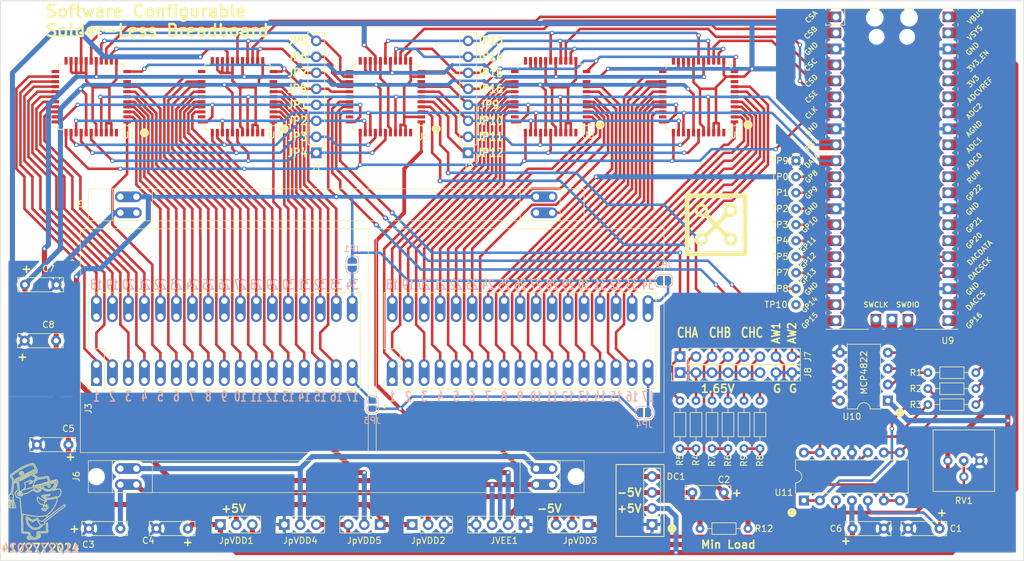
<source format=kicad_pcb>
(kicad_pcb (version 20221018) (generator pcbnew)
  (layers (0 "F.Cu" signal) (31 "B.Cu" signal) (34 "B.Paste" user) (35 "F.Paste" user) (36 "B.SilkS" user "B.Silkscreen") (37 "F.SilkS" user "F.Silkscreen") (38 "B.Mask" user) (39 "F.Mask" user) (44 "Edge.Cuts" user))
  (net 0 "")
  (net 1 "JP1")
  (net 2 "JP2")
  (net 3 "JP3")
  (net 4 "JP4")
  (net 5 "JP5")
  (net 6 "JP6")
  (net 7 "JP7")
  (net 8 "JP8")
  (net 9 "JP9")
  (net 10 "JP10")
  (net 11 "JP11")
  (net 12 "JP12")
  (net 13 "JP13")
  (net 14 "JP14")
  (net 15 "JP15")
  (net 16 "JP16")
  (net 17 "CA13")
  (net 18 "CA5")
  (net 19 "CA3")
  (net 20 "CA1")
  (net 21 "CA14")
  (net 22 "CA6")
  (net 23 "CA8")
  (net 24 "CA10")
  (net 25 "CB13")
  (net 26 "CB5")
  (net 27 "CB3")
  (net 28 "CB1")
  (net 29 "CB14")
  (net 30 "CB6")
  (net 31 "CB8")
  (net 32 "CB10")
  (net 33 "CA12")
  (net 34 "CA4")
  (net 35 "CA2")
  (net 36 "CA0")
  (net 37 "CA15")
  (net 38 "CA7")
  (net 39 "CA9")
  (net 40 "CA11")
  (net 41 "Net-(J3-Pin_17)")
  (net 42 "CB12")
  (net 43 "CB4")
  (net 44 "CB2")
  (net 45 "CB0")
  (net 46 "CB15")
  (net 47 "CB7")
  (net 48 "CB9")
  (net 49 "CB11")
  (net 50 "CC13")
  (net 51 "CC5")
  (net 52 "CC3")
  (net 53 "CC1")
  (net 54 "CC14")
  (net 55 "CC6")
  (net 56 "CC8")
  (net 57 "CC10")
  (net 58 "CD13")
  (net 59 "CD5")
  (net 60 "CD3")
  (net 61 "CD1")
  (net 62 "CD14")
  (net 63 "CD6")
  (net 64 "CD8")
  (net 65 "CD10")
  (net 66 "Net-(J3-Pin_34)")
  (net 67 "CC12")
  (net 68 "CC4")
  (net 69 "GND")
  (net 70 "CC2")
  (net 71 "VEE")
  (net 72 "VDD")
  (net 73 "RST")
  (net 74 "CC0")
  (net 75 "CC15")
  (net 76 "CC7")
  (net 77 "CC9")
  (net 78 "CC11")
  (net 79 "Net-(J4-Pin_17)")
  (net 80 "CD12")
  (net 81 "CSA")
  (net 82 "CSB")
  (net 83 "CSC")
  (net 84 "CSD")
  (net 85 "CSE")
  (net 86 "CD4")
  (net 97 "CLK")
  (net 98 "DATA")
  (net 99 "CD2")
  (net 100 "CD0")
  (net 101 "CD15")
  (net 102 "VSYS")
  (net 103 "DACCS")
  (net 104 "DACSCK")
  (net 105 "DACDATA")
  (net 106 "DAC2OUT")
  (net 107 "DAC1OUT")
  (net 108 "ADC0")
  (net 109 "ADC1")
  (net 110 "ADC2")
  (net 111 "AinL")
  (net 112 "BinL")
  (net 113 "CinL")
  (net 114 "V165")
  (net 115 "V3P3")
  (net 116 "AinH")
  (net 117 "BinH")
  (net 118 "CinH")
  (net 119 "Net-(U11A-+)")
  (net 120 "Net-(U11B-+)")
  (net 121 "Net-(U11C-+)")
  (net 122 "Net-(U11A--)")
  (net 123 "Net-(U11C--)")
  (net 124 "Net-(U11D--)")
  (net 125 "Net-(U11D-+)")
  (net 126 "VBUS")
  (net 127 "VEE1")
  (net 128 "VDD1")
  (net 129 "Net-(DC1-Pin_4)")
  (net 130 "Net-(DC1-Pin_3)")
  (net 131 "CD7")
  (net 132 "CD9")
  (net 133 "CD11")
  (net 134 "Net-(J4-Pin_34)")
  (net 135 "Net-(U9-GPIO9)")
  (net 136 "Net-(U9-GPIO10)")
  (net 137 "Net-(U9-GPIO11)")
  (net 138 "Net-(U9-GPIO12)")
  (net 139 "Net-(U9-GPIO13)")
  (net 140 "Net-(U9-GPIO8)")
  (net 141 "Net-(U9-GPIO14)")
  (net 142 "Net-(U9-GPIO15)")
  (net 143 "/Extra1")
  (net 144 "VCC")
  (footprint "Capacitor_THT:C_Rect_L7.0mm_W2.0mm_P5.00mm" (layer "F.Cu") (at 190.46 128.905 180)
    (fp_text reference "C2")
    (fp_text value "0.22u")
  )
  (footprint "TestPoint:TestPoint_THTPad_D1.5mm_Drill0.7mm" (layer "F.Cu") (at 201.93 99.06)
    (fp_text reference "TP10")
    (fp_text value "TestPoint" hide)
  )
  (footprint "Connector_PinHeader_2.54mm:PinHeader_1x04_P2.54mm_Vertical" (layer "F.Cu") (at 158.75 133.985 -90)
    (fp_text reference "JVEE1")
    (fp_text value "Conn_01x04_Pin" hide)
  )
  (footprint "Capacitor_THT:C_Rect_L7.0mm_W2.0mm_P5.00mm" (layer "F.Cu") (at 86.36 121.285 180)
    (fp_text reference "C5")
    (fp_text value "0.22u")
  )
  (footprint "Capacitor_THT:C_Rect_L7.0mm_W2.0mm_P5.00mm" (layer "F.Cu") (at 94.615 134.62 180)
    (fp_text reference "C3")
    (fp_text value "0.22u")
  )
  (footprint "Resistor_THT:R_Axial_DIN0204_L3.6mm_D1.6mm_P7.62mm_Horizontal" (layer "F.Cu") (at 193.675 121.92 90)
    (fp_text reference "R9")
    (fp_text value "680k")
  )
  (footprint "MountingHole:MountingHole_2.2mm_M2_ISO7380" (layer "F.Cu") (at 90.805 126.365)
    (fp_text reference "REF**" hide)
    (fp_text value "MountingHole_2.2mm_M2_ISO7380" hide)
  )
  (footprint "MountingHole:MountingHole_2.2mm_M2_ISO7380" (layer "F.Cu") (at 167.005 126.365)
    (fp_text reference "REF**" hide)
    (fp_text value "MountingHole_2.2mm_M2_ISO7380" hide)
  )
  (footprint "TestPoint:TestPoint_THTPad_D1.5mm_Drill0.7mm" (layer "F.Cu") (at 228.6 123.825)
    (fp_text reference "TP6" hide)
    (fp_text value "TestPoint" hide)
  )
  (footprint "Capacitor_THT:C_Rect_L7.0mm_W2.0mm_P5.00mm" (layer "F.Cu") (at 79.415 104.775)
    (fp_text reference "C8")
    (fp_text value "0.22u")
  )
  (footprint "Resistor_THT:R_Axial_DIN0204_L3.6mm_D1.6mm_P7.62mm_Horizontal" (layer "F.Cu") (at 186.69 134.62)
    (fp_text reference "R12")
    (fp_text value "510")
  )
  (footprint "Package_DIP:DIP-8_W7.62mm" (layer "F.Cu") (at 216.535 114.29 180)
    (fp_text reference "U10")
    (fp_text value "MCP4822")
  )
  (footprint "Connector_PinHeader_2.54mm:PinHeader_1x03_P2.54mm_Vertical" (layer "F.Cu") (at 140.97 133.985 90)
    (fp_text reference "JpVDD2")
    (fp_text value "Conn_01x03_Pin" hide)
  )
  (footprint "JumperlessFootprints:LQFP44_Tight" (layer "F.Cu") (at 162.56 66.4258 180)
    (fp_text reference "U3" hide)
    (fp_text value "~" hide)
  )
  (footprint "Connector_PinHeader_2.54mm:PinHeader_1x08_P2.54mm_Vertical" (layer "F.Cu") (at 125.73 74.93 180)
    (fp_text reference "J1")
    (fp_text value "Conn_01x08_Pin" hide)
  )
  (footprint "TestPoint:TestPoint_THTPad_D1.5mm_Drill0.7mm" (layer "F.Cu") (at 201.93 96.52)
    (fp_text reference "TP8")
    (fp_text value "TestPoint" hide)
  )
  (footprint "Connector_PinHeader_2.54mm:PinHeader_1x08_P2.54mm_Vertical" (layer "F.Cu") (at 149.86 74.93 180)
    (fp_text reference "J2")
    (fp_text value "Conn_01x08_Pin" hide)
  )
  (footprint "Library:Solderless_mini_wmh_2x17_P2.54mm" (layer "F.Cu") (at 137.795 108.585 90)
    (fp_text reference "J4")
    (fp_text value "Solderless_mini_2Rows-17Pins" hide)
  )
  (footprint "Connector_PinHeader_2.54mm:PinHeader_1x04_P2.54mm_Vertical" (layer "F.Cu") (at 179.07 133.975 180)
    (fp_text reference "DC1")
    (fp_text value "CME0505S3C" hide)
  )
  (footprint "Resistor_THT:R_Axial_DIN0204_L3.6mm_D1.6mm_P7.62mm_Horizontal" (layer "F.Cu") (at 230.505 109.855 180)
    (fp_text reference "R1")
    (fp_text value "220")
  )
  (footprint "Capacitor_THT:C_Rect_L7.0mm_W2.0mm_P5.00mm" (layer "F.Cu") (at 224.75 134.62 180)
    (fp_text reference "C1")
    (fp_text value "0.22u")
  )
  (footprint "Resistor_THT:R_Axial_DIN0204_L3.6mm_D1.6mm_P7.62mm_Horizontal" (layer "F.Cu") (at 196.215 121.92 90)
    (fp_text reference "R8")
    (fp_text value "330k")
  )
  (footprint "TestPoint:TestPoint_THTPad_D1.5mm_Drill0.7mm" (layer "F.Cu") (at 201.93 78.74)
    (fp_text reference "TP0")
    (fp_text value "TestPoint" hide)
  )
  (footprint "Library:Solderless_power_P2.54mm" (layer "F.Cu") (at 92.075 128.905 90)
    (fp_text reference "J6")
    (fp_text value "Solderless_power-4Pins" hide)
  )
  (footprint "Resistor_THT:R_Axial_DIN0204_L3.6mm_D1.6mm_P7.62mm_Horizontal" (layer "F.Cu") (at 191.135 121.92 90)
    (fp_text reference "R6")
    (fp_text value "330k")
  )
  (footprint "Resistor_THT:R_Axial_DIN0204_L3.6mm_D1.6mm_P7.62mm_Horizontal" (layer "F.Cu") (at 186.055 121.92 90)
    (fp_text reference "R4")
    (fp_text value "330k")
  )
  (footprint "Connector_PinHeader_2.54mm:PinHeader_1x03_P2.54mm_Vertical" (layer "F.Cu") (at 110.49 133.985 90)
    (fp_text reference "JpVDD1")
    (fp_text value "Conn_01x03_Pin" hide)
  )
  (footprint "Connector_PinHeader_2.54mm:PinHeader_1x08_P2.54mm_Vertical" (layer "F.Cu") (at 183.515 109.855 90)
    (fp_text reference "J8")
    (fp_text value "Conn_01x08_Pin" hide)
  )
  (footprint "Connector_PinHeader_2.54mm:PinHeader_1x03_P2.54mm_Vertical" (layer "F.Cu") (at 135.89 133.985 -90)
    (fp_text reference "JpVDD5")
    (fp_text value "Conn_01x03_Pin" hide)
  )
  (footprint "TestPoint:TestPoint_THTPad_D1.5mm_Drill0.7mm" (layer "F.Cu") (at 201.93 86.36 90)
    (fp_text reference "TP3")
    (fp_text value "TestPoint" hide)
  )
  (footprint "Library:Proffessor" (layer "F.Cu") (at 81.0191 138.43505)
    (fp_text reference "")
    (fp_text value "Proffessor" hide)
  )
  (footprint "Library:Solderless_mini_wmh_2x17_P2.54mm" (layer "F.Cu") (at 90.805 108.585 90)
    (fp_text reference "J3")
    (fp_text value "Solderless_mini_2Rows-17Pins" hide)
  )
  (footprint "JumperlessFootprints:LQFP44_Tight" (layer "F.Cu") (at 89.5736 66.4258 180)
    (fp_text reference "U1" hide)
    (fp_text value "~" hide)
  )
  (footprint "Resistor_THT:R_Axial_DIN0204_L3.6mm_D1.6mm_P7.62mm_Horizontal" (layer "F.Cu") (at 230.505 112.395 180)
    (fp_text reference "R2")
    (fp_text value "220")
  )
  (footprint "Connector_PinHeader_2.54mm:PinHeader_1x08_P2.54mm_Vertical" (layer "F.Cu") (at 183.515 107.315 90)
    (fp_text reference "J7")
    (fp_text value "Conn_01x08_Pin" hide)
  )
  (footprint "Capacitor_THT:C_Rect_L7.0mm_W2.0mm_P5.00mm" (layer "F.Cu") (at 210.9 134.62)
    (fp_text reference "C6")
    (fp_text value "0.22u")
  )
  (footprint "TestPoint:TestPoint_THTPad_D1.5mm_Drill0.7mm" (layer "F.Cu") (at 201.93 88.9 90)
    (fp_text reference "TP4")
    (fp_text value "TestPoint" hide)
  )
  (footprint "Package_DIP:DIP-14_W7.62mm" (layer "F.Cu") (at 203.195 130.165 90)
    (fp_text reference "U11")
    (fp_text value "MCP6004" hide)
  )
  (footprint "Resistor_THT:R_Axial_DIN0204_L3.6mm_D1.6mm_P7.62mm_Horizontal" (layer "F.Cu") (at 230.505 114.935 180)
    (fp_text reference "R3")
    (fp_text value "220")
  )
  (footprint "JumperlessFootprints:LQFP44_Tight" (layer "F.Cu") (at 112.8136 66.4258 180)
    (fp_text reference "U2" hide)
    (fp_text value "~" hide)
  )
  (footprint "TestPoint:TestPoint_THTPad_D1.5mm_Drill0.7mm" (layer "F.Cu") (at 201.93 91.44 90)
    (fp_text reference "TP5")
    (fp_text value "TestPoint" hide)
  )
  (footprint "Library:xlab-logo3" (layer "F.Cu") (at 189.23 86.36)
    (fp_text reference "G***" hide)
    (fp_text value "LOGO" hide)
  )
  (footprint "TestPoint:TestPoint_THTPad_D1.5mm_Drill0.7mm" (layer "F.Cu") (at 201.93 83.82 90)
    (fp_text reference "TP2")
    (fp_text value "TestPoint" hide)
  )
  (footprint "Connector_PinHeader_2.54mm:PinHeader_1x03_P2.54mm_Vertical" (layer "F.Cu") (at 120.65 133.985 90)
    (fp_text reference "JpVDD4")
    (fp_text value "Conn_01x03_Pin" hide)
  )
  (footprint "MCU_RaspberryPi_and_Boards:RPi_Pico_SMD_TH" (layer "F.Cu") (at 217.17 77.47)
    (fp_text reference "U9")
    (fp_text value "Pico")
  )
  (footprint "MountingHole:MountingHole_2.2mm_M2_ISO7380" (layer "F.Cu") (at 90.805 83.185)
    (fp_text reference "REF**" hide)
    (fp_text value "MountingHole_2.2mm_M2_ISO7380" hide)
  )
  (footprint "Library:Solderless_power_P2.54mm" (layer "F.Cu") (at 92.075 85.725 90)
    (fp_text reference "J5")
    (fp_text value "Solderless_power-4Pins" hide)
  )
  (footprint "Capacitor_THT:C_Rect_L7.0mm_W2.0mm_P5.00mm" (layer "F.Cu") (at 105.33 134.62 180)
    (fp_text reference "C4")
    (fp_text value "0.22u")
  )
  (footprint "JumperlessFootprints:LQFP44_Tight" (layer "F.Cu") (at 186.055 66.4258 180)
    (fp_text reference "U4" hide)
    (fp_text value "~" hide)
  )
  (footprint "Resistor_THT:R_Axial_DIN0204_L3.6mm_D1.6mm_P7.62mm_Horizontal" (layer "F.Cu") (at 188.595 121.92 90)
    (fp_text reference "R7")
    (fp_text value "680k")
  )
  (footprint "TestPoint:TestPoint_THTPad_D1.5mm_Drill0.7mm" (layer "F.Cu") (at 201.93 93.98 90)
    (fp_text reference "TP7")
    (fp_text value "TestPoint" hide)
  )
  (footprint "TestPoint:TestPoint_THTPad_D1.5mm_Drill0.7mm" (layer "F.Cu") (at 201.93 81.28 90)
    (fp_text reference "TP1")
    (fp_text value "TestPoint" hide)
  )
  (footprint "JumperlessFootprints:LQFP44_Tight" (layer "F.Cu") (at 136.3086 66.4258 180)
    (fp_text reference "U5" hide)
    (fp_text value "~" hide)
  )
  (footprint "Capacitor_THT:C_Rect_L7.0mm_W2.0mm_P5.00mm" (layer "F.Cu") (at 79.455 95.885)
    (fp_text reference "C7")
    (fp_text value "0.22u")
  )
  (footprint "Resistor_THT:R_Axial_DIN0204_L3.6mm_D1.6mm_P7.62mm_Horizontal" (layer "F.Cu") (at 183.515 121.92 90)
    (fp_text reference "R5")
    (fp_text value "680k")
  )
  (footprint "TestPoint:TestPoint_THTPad_D1.5mm_Drill0.7mm" (layer "F.Cu") (at 201.93 76.2)
    (fp_text reference "TP9")
    (fp_text value "TestPoint" hide)
  )
  (footprint "Potentiometer_THT:Potentiometer_Bourns_3386P_Vertical" (layer "F.Cu") (at 226.06 123.84 -90)
    (fp_text reference "RV1")
    (fp_text value "10k")
  )
  (footprint "Connector_PinHeader_2.54mm:PinHeader_1x03_P2.54mm_Vertical" (layer "F.Cu") (at 168.91 133.985 -90)
    (fp_text reference "JpVDD3")
    (fp_text value "Conn_01x03_Pin" hide)
  )
  (footprint "Jumper:SolderJumper-2_P1.3mm_Open_RoundedPad1.0x1.5mm" (layer "B.Cu") (at 180.96 95.25)
    (fp_text reference "JP2")
    (fp_text value "SolderJumper_2_Open" hide)
  )
  (footprint "Jumper:SolderJumper-2_P1.3mm_Open_RoundedPad1.0x1.5mm" (layer "B.Cu") (at 131.445 92.71 -90)
    (fp_text reference "JP1")
    (fp_text value "SolderJumper_2_Open" hide)
  )
  (footprint "Jumper:SolderJumper-2_P1.3mm_Open_RoundedPad1.0x1.5mm" (layer "B.Cu") (at 134.62 114.935 -90)
    (fp_text reference "JP3")
    (fp_text value "SolderJumper_2_Open" hide)
  )
  (footprint "Jumper:SolderJumper-2_P1.3mm_Open_RoundedPad1.0x1.5mm" (layer "B.Cu") (at 177.8 116.205 180)
    (fp_text reference "JP4")
    (fp_text value "SolderJumper_2_Open" hide)
  )
  (gr_line (start 173.355 124.45) (end 180.975 124.45) (stroke (width 0.15)) (layer "F.SilkS"))
  (gr_circle (center 144.78 71.12) (end 145.415 71.12) (stroke (width 0.15)) (fill solid) (layer "F.SilkS"))
  (gr_circle (center 194.31 70.485) (end 194.945 70.485) (stroke (width 0.15)) (fill solid) (layer "F.SilkS"))
  (gr_circle (center 182.245 134.61) (end 181.61 134.61) (stroke (width 0.15)) (fill solid) (layer "F.SilkS"))
  (gr_circle (center 218.44 116.205) (end 218.44 116.84) (stroke (width 0.15)) (fill solid) (layer "F.SilkS"))
  (gr_line (start 180.975 124.45) (end 180.975 135.88) (stroke (width 0.15)) (layer "F.SilkS"))
  (gr_circle (center 120.65 71.12) (end 121.285 71.12) (stroke (width 0.15)) (fill solid) (layer "F.SilkS"))
  (gr_circle (center 170.815 70.485) (end 171.45 70.485) (stroke (width 0.15)) (fill solid) (layer "F.SilkS"))
  (gr_circle (center 98.425 71.755) (end 99.06 71.755) (stroke (width 0.15)) (fill solid) (layer "F.SilkS"))
  (gr_line (start 173.355 135.88) (end 173.355 124.45) (stroke (width 0.15)) (layer "F.SilkS"))
  (gr_circle (center 201.295 132.08) (end 201.93 132.08) (stroke (width 0.15)) (fill solid) (layer "F.SilkS"))
  (gr_line (start 180.975 135.88) (end 173.355 135.88) (stroke (width 0.15)) (layer "F.SilkS"))
  (gr_rect (start 75.565 50.8) (end 238.125 139.7) (stroke (width 0.1)) (fill none) (layer "Edge.Cuts"))
  (gr_text "11/27/2024" (at 81.915 138.43) (layer "B.SilkS") (effects (font (size 1.27 1.27) (thickness 0.254) bold) (justify bottom mirror)))
  (gr_text "+" (at 208.915 136.525) (layer "F.SilkS") (effects (font (size 1.27 1.27) (thickness 0.254) bold) (justify left)))
  (gr_text "AW1" (at 198.755 105.41 90) (layer "F.SilkS") (effects (font (size 1.27 1.143) (thickness 0.254) bold) (justify left)))
  (gr_text "JP9" (at 154.94 67.31) (layer "F.SilkS") (effects (font (size 1.27 1.143) (thickness 0.254) bold) (justify right)))
  (gr_text "JP10" (at 155.575 69.85) (layer "F.SilkS") (effects (font (size 1.27 1.143) (thickness 0.254) bold) (justify right)))
  (gr_text "JP3" (at 124.46 72.39) (layer "F.SilkS") (effects (font (size 1.27 1.143) (thickness 0.254) bold) (justify right)))
  (gr_text "Min Load" (at 186.69 137.16) (layer "F.SilkS") (effects (font (size 1.27 1.27) (thickness 0.254) bold) (justify left)))
  (gr_text "CHB" (at 187.96 103.505) (layer "F.SilkS") (effects (font (size 1.524 1.143) (thickness 0.254) bold) (justify left)))
  (gr_text "G" (at 198.12 112.395) (layer "F.SilkS") (effects (font (size 1.27 1.27) (thickness 0.254) bold) (justify left)))
  (gr_text "JP4" (at 124.46 74.93) (layer "F.SilkS") (effects (font (size 1.27 1.143) (thickness 0.254) bold) (justify right)))
  (gr_text "JP11" (at 155.575 72.39) (layer "F.SilkS") (effects (font (size 1.27 1.143) (thickness 0.254) bold) (justify right)))
  (gr_text "JP15" (at 155.575 62.23) (layer "F.SilkS") (effects (font (size 1.27 1.143) (thickness 0.254) bold) (justify right)))
  (gr_text "JP7" (at 124.46 62.23) (layer "F.SilkS") (effects (font (size 1.27 1.143) (thickness 0.254) bold) (justify right)))
  (gr_text "+" (at 78.74 93.345) (layer "F.SilkS") (effects (font (size 1.27 1.27) (thickness 0.254) bold) (justify left)))
  (gr_text "CHA" (at 182.88 103.505) (layer "F.SilkS") (effects (font (size 1.524 1.143) (thickness 0.254) bold) (justify left)))
  (gr_text "+5V" (at 110.49 131.445) (layer "F.SilkS") (effects (font (size 1.27 1.27) (thickness 0.254) bold) (justify left)))
  (gr_text "+" (at 86.36 134.62) (layer "F.SilkS") (effects (font (size 1.27 1.27) (thickness 0.254) bold) (justify left)))
  (gr_text "Software Configurable\nSolder-Less Breadboard" (at 82.55 53.975) (layer "F.SilkS") (effects (font (size 1.905 1.905) (thickness 0.381) bold) (justify left)))
  (gr_text "JP8" (at 124.4 64.74) (layer "F.SilkS") (effects (font (size 1.27 1.143) (thickness 0.254) bold) (justify right)))
  (gr_text "JP13" (at 155.575 57.15) (layer "F.SilkS") (effects (font (size 1.27 1.143) (thickness 0.254) bold) (justify right)))
  (gr_text "JP16" (at 155.575 64.77) (layer "F.SilkS") (effects (font (size 1.27 1.143) (thickness 0.254) bold) (justify right)))
  (gr_text "1.65V" (at 186.69 112.395) (layer "F.SilkS") (effects (font (size 1.27 1.27) (thickness 0.254) bold) (justify left)))
  (gr_text "11/27/2024" (at 81.915 138.43) (layer "F.SilkS") (effects (font (size 1.27 1.27) (thickness 0.254) bold) (justify bottom)))
  (gr_text "JP12" (at 155.575 74.93) (layer "F.SilkS") (effects (font (size 1.27 1.143) (thickness 0.254) bold) (justify right)))
  (gr_text "JP5" (at 124.46 57.15) (layer "F.SilkS") (effects (font (size 1.27 1.143) (thickness 0.254) bold) (justify right)))
  (gr_text "-5V" (at 160.655 131.445) (layer "F.SilkS") (effects (font (size 1.27 1.27) (thickness 0.254) bold) (justify left)))
  (gr_text "JP2" (at 124.46 69.85) (layer "F.SilkS") (effects (font (size 1.27 1.143) (thickness 0.254) bold) (justify right)))
  (gr_text "AW2" (at 201.295 105.41 90) (layer "F.SilkS") (effects (font (size 1.27 1.143) (thickness 0.254) bold) (justify left)))
  (gr_text "+" (at 105.41 135.89 -90) (layer "F.SilkS") (effects (font (size 1.27 1.27) (thickness 0.254) bold) (justify left)))
  (gr_text "+" (at 224.155 132.08) (layer "F.SilkS") (effects (font (size 1.27 1.27) (thickness 0.254) bold) (justify left)))
  (gr_text "JP14" (at 155.575 59.69) (layer "F.SilkS") (effects (font (size 1.27 1.143) (thickness 0.254) bold) (justify right)))
  (gr_text "CHC" (at 193.04 103.505) (layer "F.SilkS") (effects (font (size 1.524 1.143) (thickness 0.254) bold) (justify left)))
  (gr_text "+5V" (at 173.355 131.435) (layer "F.SilkS") (effects (font (size 1.27 1.27) (thickness 0.254) bold) (justify left)))
  (gr_text "JP6" (at 124.46 59.69) (layer "F.SilkS") (effects (font (size 1.27 1.143) (thickness 0.254) bold) (justify right)))
  (gr_text "+" (at 78.105 107.315) (layer "F.SilkS") (effects (font (size 1.27 1.27) (thickness 0.254) bold) (justify left)))
  (gr_text "JP1" (at 124.46 67.31) (layer "F.SilkS") (effects (font (size 1.27 1.143) (thickness 0.254) bold) (justify right)))
  (gr_text "+" (at 191.58 128.905) (layer "F.SilkS") (effects (font (size 1.27 1.27) (thickness 0.254) bold) (justify left)))
  (gr_text "-5V" (at 173.355 128.895) (layer "F.SilkS") (effects (font (size 1.27 1.27) (thickness 0.254) bold) (justify left)))
  (gr_text "+" (at 85.725 123.19) (layer "F.SilkS") (effects (font (size 1.27 1.27) (thickness 0.254) bold) (justify left)))
  (gr_text "G" (at 200.66 112.395) (layer "F.SilkS") (effects (font (size 1.27 1.27) (thickness 0.254) bold) (justify left)))
  (segment (start 87.834814 67.31) (end 85.119814 70.025) (width 0.4064) (layer "F.Cu") (net 1))
  (segment (start 108.3764 70.025) (end 107.52 70.025) (width 0.4064) (layer "F.Cu") (net 1))
  (segment (start 131.8714 70.025) (end 131.015 70.025) (width 0.4064) (layer "F.Cu") (net 1))
  (segment (start 132.715 67.31) (end 132.715 69.1814) (width 0.4064) (layer "F.Cu") (net 1))
  (segment (start 109.22 67.31) (end 109.22 69.1814) (width 0.4064) (layer "F.Cu") (net 1))
  (segment (start 85.119814 70.025) (end 84.28 70.025) (width 0.4064) (layer "F.Cu") (net 1))
  (segment (start 132.715 69.1814) (end 131.8714 70.025) (width 0.4064) (layer "F.Cu") (net 1))
  (segment (start 109.22 69.1814) (end 108.3764 70.025) (width 0.4064) (layer "F.Cu") (net 1))
  (via (at 132.715 67.31) (size 0.700001) (drill 0.399999) (layers "F.Cu" "B.Cu") (net 1))
  (via (at 109.22 67.31) (size 0.700001) (drill 0.399999) (layers "F.Cu" "B.Cu") (net 1))
  (via (at 87.834814 67.31) (size 0.700001) (drill 0.399999) (layers "F.Cu" "B.Cu") (net 1))
  (segment (start 132.715 67.31) (end 125.73 67.31) (width 0.4064) (layer "B.Cu") (net 1))
  (segment (start 87.834814 67.31) (end 109.22 67.31) (width 0.4064) (layer "B.Cu") (net 1))
  (segment (start 109.22 67.31) (end 125.73 67.31) (width 0.4064) (layer "B.Cu") (net 1))
  (segment (start 133.515 71.725) (end 133.515 70.015) (width 0.4064) (layer "F.Cu") (net 2))
  (segment (start 111.125 73.66) (end 110.02 72.555) (width 0.4064) (layer "F.Cu") (net 2))
  (segment (start 87.63 73.66) (end 86.78 72.81) (width 0.4064) (layer "F.Cu") (net 2))
  (segment (start 133.515 70.015) (end 133.35 69.85) (width 0.4064) (layer "F.Cu") (net 2))
  (segment (start 110.02 72.555) (end 110.02 71.725) (width 0.4064) (layer "F.Cu") (net 2))
  (segment (start 86.78 72.81) (end 86.78 71.725) (width 0.4064) (layer "F.Cu") (net 2))
  (via (at 87.63 73.66) (size 0.700001) (drill 0.399999) (layers "F.Cu" "B.Cu") (net 2))
  (via (at 133.35 69.85) (size 0.700001) (drill 0.399999) (layers "F.Cu" "B.Cu") (net 2))
  (via (at 111.125 73.66) (size 0.700001) (drill 0.399999) (layers "F.Cu" "B.Cu") (net 2))
  (segment (start 123.19 69.85) (end 125.73 69.85) (width 0.4064) (layer "B.Cu") (net 2))
  (segment (start 111.125 73.66) (end 119.38 73.66) (width 0.4064) (layer "B.Cu") (net 2))
  (segment (start 111.125 73.66) (end 87.63 73.66) (width 0.4064) (layer "B.Cu") (net 2))
  (segment (start 133.35 69.85) (end 125.73 69.85) (width 0.4064) (layer "B.Cu") (net 2))
  (segment (start 119.38 73.66) (end 123.19 69.85) (width 0.4064) (layer "B.Cu") (net 2))
  (segment (start 111.62 72.885) (end 111.62 71.725) (width 0.4064) (layer "F.Cu") (net 3))
  (segment (start 88.38 73.14) (end 88.38 71.725) (width 0.4064) (layer "F.Cu") (net 3))
  (segment (start 112.395 73.66) (end 111.62 72.885) (width 0.4064) (layer "F.Cu") (net 3))
  (segment (start 133.985 73.66) (end 135.115 72.53) (width 0.4064) (layer "F.Cu") (net 3))
  (segment (start 135.115 72.53) (end 135.115 71.725) (width 0.4064) (layer "F.Cu") (net 3))
  (segment (start 113.03 74.93) (end 112.395 74.295) (width 0.4064) (layer "F.Cu") (net 3))
  (segment (start 112.395 74.295) (end 112.395 73.66) (width 0.4064) (layer "F.Cu") (net 3))
  (segment (start 90.17 74.93) (end 88.38 73.14) (width 0.4064) (layer "F.Cu") (net 3))
  (via (at 113.03 74.93) (size 0.700001) (drill 0.399999) (layers "F.Cu" "B.Cu") (net 3))
  (via (at 133.985 73.66) (size 0.700001) (drill 0.399999) (layers "F.Cu" "B.Cu") (net 3))
  (via (at 90.17 74.93) (size 0.700001) (drill 0.399999) (layers "F.Cu" "B.Cu") (net 3))
  (segment (start 120.015 74.93) (end 122.555 72.39) (width 0.4064) (layer "B.Cu") (net 3))
  (segment (start 133.985 73.66) (end 128.905 73.66) (width 0.4064) (layer "B.Cu") (net 3))
  (segment (start 122.555 72.39) (end 125.73 72.39) (width 0.4064) (layer "B.Cu") (net 3))
  (segment (start 113.03 74.93) (end 120.015 74.93) (width 0.4064) (layer "B.Cu") (net 3))
  (segment (start 128.905 73.66) (end 127.635 72.39) (width 0.4064) (layer "B.Cu") (net 3))
  (segment (start 113.03 74.93) (end 90.17 74.93) (width 0.4064) (layer "B.Cu") (net 3))
  (segment (start 127.635 72.39) (end 125.73 72.39) (width 0.4064) (layer "B.Cu") (net 3))
  (segment (start 136.715 72.835) (end 136.715 71.725) (width 0.4064) (layer "F.Cu") (net 4))
  (segment (start 114.935 76.2) (end 114.935 74.93) (width 0.4064) (layer "F.Cu") (net 4))
  (segment (start 93.345 76.2) (end 89.98 72.835) (width 0.4064) (layer "F.Cu") (net 4))
  (segment (start 89.98 72.835) (end 89.98 71.725) (width 0.4064) (layer "F.Cu") (net 4))
  (segment (start 134.62 74.93) (end 136.715 72.835) (width 0.4064) (layer "F.Cu") (net 4))
  (segment (start 113.22 73.215) (end 113.22 71.725) (width 0.4064) (layer "F.Cu") (net 4))
  (segment (start 114.935 74.93) (end 113.22 73.215) (width 0.4064) (layer "F.Cu") (net 4))
  (via (at 114.935 76.2) (size 0.700001) (drill 0.399999) (layers "F.Cu" "B.Cu") (net 4))
  (via (at 93.345 76.2) (size 0.700001) (drill 0.399999) (layers "F.Cu" "B.Cu") (net 4))
  (via (at 134.62 74.93) (size 0.700001) (drill 0.399999) (layers "F.Cu" "B.Cu") (net 4))
  (segment (start 134.62 74.93) (end 125.73 74.93) (width 0.4064) (layer "B.Cu") (net 4))
  (segment (start 114.935 76.2) (end 121.285 76.2) (width 0.4064) (layer "B.Cu") (net 4))
  (segment (start 114.935 76.2) (end 93.345 76.2) (width 0.4064) (layer "B.Cu") (net 4))
  (segment (start 121.285 76.2) (end 122.555 74.93) (width 0.4064) (layer "B.Cu") (net 4))
  (segment (start 122.555 74.93) (end 125.73 74.93) (width 0.4064) (layer "B.Cu") (net 4))
  (segment (start 113.22 60.325) (end 113.22 56.325) (width 0.4064) (layer "F.Cu") (net 5))
  (segment (start 130.135 62.825) (end 129.54 62.23) (width 0.4064) (layer "F.Cu") (net 5))
  (segment (start 131.015 62.825) (end 130.135 62.825) (width 0.4064) (layer "F.Cu") (net 5))
  (segment (start 113.22 56.325) (end 113.665 55.88) (width 0.4064) (layer "F.Cu") (net 5))
  (segment (start 89.98 57.34) (end 89.98 60.325) (width 0.4064) (layer "F.Cu") (net 5))
  (segment (start 91.44 55.88) (end 89.98 57.34) (width 0.4064) (layer "F.Cu") (net 5))
  (segment (start 129.54 59.69) (end 127 57.15) (width 0.4064) (layer "F.Cu") (net 5))
  (segment (start 129.54 62.23) (end 129.54 59.69) (width 0.4064) (layer "F.Cu") (net 5))
  (segment (start 127 57.15) (end 125.73 57.15) (width 0.4064) (layer "F.Cu") (net 5))
  (via (at 91.44 55.88) (size 0.700001) (drill 0.399999) (layers "F.Cu" "B.Cu") (net 5))
  (via (at 113.665 55.88) (size 0.700001) (drill 0.399999) (layers "F.Cu" "B.Cu") (net 5))
  (segment (start 124.46 55.88) (end 125.73 57.15) (width 0.4064) (layer "B.Cu") (net 5))
  (segment (start 113.665 55.88) (end 124.46 55.88) (width 0.4064) (layer "B.Cu") (net 5))
  (segment (start 113.665 55.88) (end 91.44 55.88) (width 0.4064) (layer "B.Cu") (net 5))
  (segment (start 127 59.69) (end 128.27 60.96) (width 0.4064) (layer "F.Cu") (net 6))
  (segment (start 91.58 57.645) (end 91.58 60.325) (width 0.4064) (layer "F.Cu") (net 6))
  (segment (start 128.27 62.23) (end 129.665 63.625) (width 0.4064) (layer "F.Cu") (net 6))
  (segment (start 114.82 60.325) (end 114.82 57.265) (width 0.4064) (layer "F.Cu") (net 6))
  (segment (start 125.73 59.69) (end 127 59.69) (width 0.4064) (layer "F.Cu") (net 6))
  (segment (start 129.665 63.625) (end 131.015 63.625) (width 0.4064) (layer "F.Cu") (net 6))
  (segment (start 114.82 57.265) (end 114.935 57.15) (width 0.4064) (layer "F.Cu") (net 6))
  (segment (start 92.075 57.15) (end 91.58 57.645) (width 0.4064) (layer "F.Cu") (net 6))
  (segment (start 128.27 60.96) (end 128.27 62.23) (width 0.4064) (layer "F.Cu") (net 6))
  (via (at 92.075 57.15) (size 0.700001) (drill 0.399999) (layers "F.Cu" "B.Cu") (net 6))
  (via (at 114.935 57.15) (size 0.700001) (drill 0.399999) (layers "F.Cu" "B.Cu") (net 6))
  (segment (start 123.825 59.69) (end 125.73 59.69) (width 0.4064) (layer "B.Cu") (net 6))
  (segment (start 121.285 57.15) (end 123.825 59.69) (width 0.4064) (layer "B.Cu") (net 6))
  (segment (start 92.075 57.15) (end 114.935 57.15) (width 0.4064) (layer "B.Cu") (net 6))
  (segment (start 114.935 57.15) (end 121.285 57.15) (width 0.4064) (layer "B.Cu") (net 6))
  (segment (start 93.18 59.22) (end 93.18 60.325) (width 0.4064) (layer "F.Cu") (net 7))
  (segment (start 125.73 62.23) (end 124.1425 62.23) (width 0.4064) (layer "F.Cu") (net 7))
  (segment (start 127 62.23) (end 129.195 64.425) (width 0.4064) (layer "F.Cu") (net 7))
  (segment (start 116.42 60.325) (end 116.42 58.84) (width 0.4064) (layer "F.Cu") (net 7))
  (segment (start 124.1425 62.23) (end 120.3325 58.42) (width 0.4064) (layer "F.Cu") (net 7))
  (segment (start 129.195 64.425) (end 131.015 64.425) (width 0.4064) (layer "F.Cu") (net 7))
  (segment (start 116.42 58.84) (end 116.84 58.42) (width 0.4064) (layer "F.Cu") (net 7))
  (segment (start 93.98 58.42) (end 93.18 59.22) (width 0.4064) (layer "F.Cu") (net 7))
  (segment (start 125.73 62.23) (end 127 62.23) (width 0.4064) (layer "F.Cu") (net 7))
  (segment (start 120.3325 58.42) (end 116.84 58.42) (width 0.4064) (layer "F.Cu") (net 7))
  (via (at 116.84 58.42) (size 0.700001) (drill 0.399999) (layers "F.Cu" "B.Cu") (net 7))
  (via (at 93.98 58.42) (size 0.700001) (drill 0.399999) (layers "F.Cu" "B.Cu") (net 7))
  (segment (start 93.98 58.42) (end 116.84 58.42) (width 0.4064) (layer "B.Cu") (net 7))
  (segment (start 97.995 62.025) (end 95.68 62.025) (width 0.4064) (layer "F.Cu") (net 8))
  (segment (start 120.22 62.025) (end 120.65 61.595) (width 0.4064) (layer "F.Cu") (net 8))
  (segment (start 125.73 64.77) (end 123.825 64.77) (width 0.4064) (layer "F.Cu") (net 8))
  (segment (start 127.635 64.77) (end 125.73 64.77) (width 0.4064) (layer "F.Cu") (net 8))
  (segment (start 95.7242 61.9808) (end 95.68 62.025) (width 0.4064) (layer "F.Cu") (net 8))
  (segment (start 123.825 64.77) (end 120.65 61.595) (width 0.4064) (layer "F.Cu") (net 8))
  (segment (start 131.015 65.225) (end 128.09 65.225) (width 0.4064) (layer "F.Cu") (net 8))
  (segment (start 118.92 62.025) (end 120.22 62.025) (width 0.4064) (layer "F.Cu") (net 8))
  (segment (start 98.425 61.595) (end 97.995 62.025) (width 0.4064) (layer "F.Cu") (net 8))
  (segment (start 128.09 65.225) (end 127.635 64.77) (width 0.4064) (layer "F.Cu") (net 8))
  (via (at 120.65 61.595) (size 0.700001) (drill 0.399999) (layers "F.Cu" "B.Cu") (net 8))
  (via (at 98.425 61.595) (size 0.700001) (drill 0.399999) (layers "F.Cu" "B.Cu") (net 8))
  (segment (start 120.015 60.96) (end 120.65 61.595) (width 0.4064) (layer "B.Cu") (net 8))
  (segment (start 99.06 60.96) (end 120.015 60.96) (width 0.4064) (layer "B.Cu") (net 8))
  (segment (start 98.425 61.595) (end 99.06 60.96) (width 0.4064) (layer "B.Cu") (net 8))
  (segment (start 182.88 67.31) (end 182.88 68.7628) (width 0.4064) (layer "F.Cu") (net 9))
  (segment (start 159.385 68.7628) (end 158.1228 70.025) (width 0.4064) (layer "F.Cu") (net 9))
  (segment (start 159.385 67.31) (end 159.385 68.7628) (width 0.4064) (layer "F.Cu") (net 9))
  (segment (start 181.6178 70.025) (end 180.7614 70.025) (width 0.4064) (layer "F.Cu") (net 9))
  (segment (start 158.1228 70.025) (end 157.2664 70.025) (width 0.4064) (layer "F.Cu") (net 9))
  (segment (start 182.88 68.7628) (end 181.6178 70.025) (width 0.4064) (layer "F.Cu") (net 9))
  (segment (start 146.975 64.425) (end 149.86 67.31) (width 0.4064) (layer "F.Cu") (net 9))
  (segment (start 142.415 64.425) (end 146.975 64.425) (width 0.4064) (layer "F.Cu") (net 9))
  (via (at 182.88 67.31) (size 0.700001) (drill 0.399999) (layers "F.Cu" "B.Cu") (net 9))
  (via (at 159.385 67.31) (size 0.700001) (drill 0.399999) (layers "F.Cu" "B.Cu") (net 9))
  (segment (start 159.385 67.31) (end 149.86 67.31) (width 0.4064) (layer "B.Cu") (net 9))
  (segment (start 159.385 67.31) (end 182.88 67.31) (width 0.4064) (layer "B.Cu") (net 9))
  (segment (start 142.415 65.225) (end 145.235 65.225) (width 0.4064) (layer "F.Cu") (net 10))
  (segment (start 159.8137 71.6777) (end 159.7664 71.725) (width 0.4064) (layer "F.Cu") (net 10))
  (segment (start 183.3087 69.85) (end 183.3087 71.6777) (width 0.4064) (layer "F.Cu") (net 10))
  (segment (start 183.3087 71.6777) (end 183.2614 71.725) (width 0.4064) (layer "F.Cu") (net 10))
  (segment (start 145.235 65.225) (end 149.86 69.85) (width 0.4064) (layer "F.Cu") (net 10))
  (segment (start 159.8137 69.85) (end 159.8137 71.6777) (width 0.4064) (layer "F.Cu") (net 10))
  (via (at 159.8137 69.85) (size 0.700001) (drill 0.399999) (layers "F.Cu" "B.Cu") (net 10))
  (via (at 183.3087 69.85) (size 0.700001) (drill 0.399999) (layers "F.Cu" "B.Cu") (net 10))
  (segment (start 159.8137 69.85) (end 149.86 69.85) (width 0.4064) (layer "B.Cu") (net 10))
  (segment (start 159.8137 69.85) (end 183.3087 69.85) (width 0.4064) (layer "B.Cu") (net 10))
  (segment (start 147.955 69.215) (end 147.955 71.755) (width 0.4064) (layer "F.Cu") (net 11))
  (segment (start 147.955 71.755) (end 148.59 72.39) (width 0.4064) (layer "F.Cu") (net 11))
  (segment (start 183.515 73.66) (end 183.7828 73.66) (width 0.4064) (layer "F.Cu") (net 11))
  (segment (start 144.765 66.025) (end 147.955 69.215) (width 0.4064) (layer "F.Cu") (net 11))
  (segment (start 142.415 66.025) (end 144.765 66.025) (width 0.4064) (layer "F.Cu") (net 11))
  (segment (start 183.7828 73.66) (end 184.8614 72.5814) (width 0.4064) (layer "F.Cu") (net 11))
  (segment (start 148.59 72.39) (end 149.86 72.39) (width 0.4064) (layer "F.Cu") (net 11))
  (segment (start 161.29 73.66) (end 161.3664 73.5836) (width 0.4064) (layer "F.Cu") (net 11))
  (segment (start 161.3664 73.5836) (end 161.3664 71.725) (width 0.4064) (layer "F.Cu") (net 11))
  (segment (start 184.8614 72.5814) (end 184.8614 71.725) (width 0.4064) (layer "F.Cu") (net 11))
  (via (at 183.515 73.66) (size 0.700001) (drill 0.399999) (layers "F.Cu" "B.Cu") (net 11))
  (via (at 161.29 73.66) (size 0.700001) (drill 0.399999) (layers "F.Cu" "B.Cu") (net 11))
  (segment (start 155.575 72.39) (end 149.86 72.39) (width 0.4064) (layer "B.Cu") (net 11))
  (segment (start 156.845 73.66) (end 155.575 72.39) (width 0.4064) (layer "B.Cu") (net 11))
  (segment (start 183.515 73.66) (end 156.845 73.66) (width 0.4064) (layer "B.Cu") (net 11))
  (segment (start 144.295 66.825) (end 146.685 69.215) (width 0.4064) (layer "F.Cu") (net 12))
  (segment (start 184.15 74.93) (end 184.785 74.93) (width 0.4064) (layer "F.Cu") (net 12))
  (segment (start 142.415 66.825) (end 144.295 66.825) (width 0.4064) (layer "F.Cu") (net 12))
  (segment (start 149.225 74.93) (end 149.86 74.93) (width 0.4064) (layer "F.Cu") (net 12))
  (segment (start 146.685 69.215) (end 146.685 72.39) (width 0.4064) (layer "F.Cu") (net 12))
  (segment (start 184.785 74.93) (end 186.4614 73.2536) (width 0.4064) (layer "F.Cu") (net 12))
  (segment (start 146.685 72.39) (end 149.225 74.93) (width 0.4064) (layer "F.Cu") (net 12))
  (segment (start 162.9664 74.5236) (end 162.9664 71.725) (width 0.4064) (layer "F.Cu") (net 12))
  (segment (start 162.56 74.93) (end 162.9664 74.5236) (width 0.4064) (layer "F.Cu") (net 12))
  (segment (start 186.4614 73.2536) (end 186.4614 71.725) (width 0.4064) (layer "F.Cu") (net 12))
  (via (at 162.56 74.93) (size 0.700001) (drill 0.399999) (layers "F.Cu" "B.Cu") (net 12))
  (via (at 184.15 74.93) (size 0.700001) (drill 0.399999) (layers "F.Cu" "B.Cu") (net 12))
  (segment (start 184.15 74.93) (end 149.86 74.93) (width 0.4064) (layer "B.Cu") (net 12))
  (segment (start 136.715 57.595) (end 136.715 60.325) (width 0.4064) (layer "F.Cu") (net 13))
  (segment (start 186.4614 56.2864) (end 186.4614 60.325) (width 0.4064) (layer "F.Cu") (net 13))
  (segment (start 137.16 57.15) (end 136.715 57.595) (width 0.4064) (layer "F.Cu") (net 13))
  (segment (start 162.9664 60.325) (end 162.9664 55.88) (width 0.4064) (layer "F.Cu") (net 13))
  (via (at 137.16 57.15) (size 0.700001) (drill 0.399999) (layers "F.Cu" "B.Cu") (net 13))
  (via (at 186.4614 56.2864) (size 0.700001) (drill 0.399999) (layers "F.Cu" "B.Cu") (net 13))
  (via (at 163.195 55.88) (size 0.700001) (drill 0.399999) (layers "F.Cu" "B.Cu") (net 13))
  (segment (start 162.56 55.88) (end 153.035 55.88) (width 0.4064) (layer "B.Cu") (net 13))
  (segment (start 186.055 55.88) (end 163.195 55.88) (width 0.4064) (layer "B.Cu") (net 13))
  (segment (start 151.765 57.15) (end 149.86 57.15) (width 0.4064) (layer "B.Cu") (net 13))
  (segment (start 163.195 55.88) (end 162.56 55.88) (width 0.4064) (layer "B.Cu") (net 13))
  (segment (start 162.9664 55.88) (end 162.56 55.88) (width 0.4064) (layer "B.Cu") (net 13))
  (segment (start 153.035 55.88) (end 151.765 57.15) (width 0.4064) (layer "B.Cu") (net 13))
  (segment (start 137.16 57.15) (end 149.86 57.15) (width 0.4064) (layer "B.Cu") (net 13))
  (segment (start 186.4614 56.2864) (end 186.055 55.88) (width 0.4064) (layer "B.Cu") (net 13))
  (segment (start 138.43 58.42) (end 138.315 58.535) (width 0.4064) (layer "F.Cu") (net 14))
  (segment (start 188.0614 57.2514) (end 187.96 57.15) (width 0.4064) (layer "F.Cu") (net 14))
  (segment (start 164.5664 60.325) (end 164.5664 57.2514) (width 0.4064) (layer "F.Cu") (net 14))
  (segment (start 188.0614 60.325) (end 188.0614 57.2514) (width 0.4064) (layer "F.Cu") (net 14))
  (segment (start 164.5664 57.2514) (end 164.465 57.15) (width 0.4064) (layer "F.Cu") (net 14))
  (segment (start 138.315 58.535) (end 138.315 60.325) (width 0.4064) (layer "F.Cu") (net 14))
  (via (at 187.96 57.15) (size 0.700001) (drill 0.399999) (layers "F.Cu" "B.Cu") (net 14))
  (via (at 138.43 58.42) (size 0.700001) (drill 0.399999) (layers "F.Cu" "B.Cu") (net 14))
  (via (at 164.465 57.15) (size 0.700001) (drill 0.399999) (layers "F.Cu" "B.Cu") (net 14))
  (segment (start 142.875 59.69) (end 149.86 59.69) (width 0.4064) (layer "B.Cu") (net 14))
  (segment (start 187.96 57.15) (end 164.465 57.15) (width 0.4064) (layer "B.Cu") (net 14))
  (segment (start 164.465 57.15) (end 154.94 57.15) (width 0.4064) (layer "B.Cu") (net 14))
  (segment (start 138.43 58.42) (end 141.605 58.42) (width 0.4064) (layer "B.Cu") (net 14))
  (segment (start 152.4 59.69) (end 149.86 59.69) (width 0.4064) (layer "B.Cu") (net 14))
  (segment (start 141.605 58.42) (end 142.875 59.69) (width 0.4064) (layer "B.Cu") (net 14))
  (segment (start 154.94 57.15) (end 152.4 59.69) (width 0.4064) (layer "B.Cu") (net 14))
  (segment (start 151.765 62.23) (end 149.86 62.23) (width 0.4064) (layer "F.Cu") (net 15))
  (segment (start 189.6614 59.1316) (end 189.6614 60.325) (width 0.4064) (layer "F.Cu") (net 15))
  (segment (start 139.915 60.325) (end 139.915 59.475) (width 0.4064) (layer "F.Cu") (net 15))
  (segment (start 166.751 58.42) (end 166.1664 59.0046) (width 0.4064) (layer "F.Cu") (net 15))
  (segment (start 190.373 58.42) (end 189.6614 59.1316) (width 0.4064) (layer "F.Cu") (net 15))
  (segment (start 147.955 62.23) (end 149.86 62.23) (width 0.4064) (layer "F.Cu") (net 15))
  (segment (start 139.915 59.475) (end 140.97 58.42) (width 0.4064) (layer "F.Cu") (net 15))
  (segment (start 166.1664 59.0046) (end 166.1664 60.325) (width 0.4064) (layer "F.Cu") (net 15))
  (segment (start 140.97 58.42) (end 144.145 58.42) (width 0.4064) (layer "F.Cu") (net 15))
  (segment (start 153.9875 60.0075) (end 151.765 62.23) (width 0.4064) (layer "F.Cu") (net 15))
  (segment (start 144.145 58.42) (end 147.955 62.23) (width 0.4064) (layer "F.Cu") (net 15))
  (via (at 166.751 58.42) (size 0.700001) (drill 0.399999) (layers "F.Cu" "B.Cu") (net 15))
  (via (at 153.9875 60.0075) (size 0.8) (drill 0.4) (layers "F.Cu" "B.Cu") (net 15))
  (via (at 190.373 58.42) (size 0.700001) (drill 0.399999) (layers "F.Cu" "B.Cu") (net 15))
  (segment (start 190.373 58.42) (end 166.751 58.42) (width 0.4064) (layer "B.Cu") (net 15))
  (segment (start 155.575 58.42) (end 153.9875 60.0075) (width 0.4064) (layer "B.Cu") (net 15))
  (segment (start 166.751 58.42) (end 155.575 58.42) (width 0.4064) (layer "B.Cu") (net 15))
  (segment (start 149.225 64.77) (end 146.48 62.025) (width 0.4064) (layer "F.Cu") (net 16))
  (segment (start 151.765 64.77) (end 149.86 64.77) (width 0.4064) (layer "F.Cu") (net 16))
  (segment (start 170.18 60.5114) (end 168.6664 62.025) (width 0.4064) (layer "F.Cu") (net 16))
  (segment (start 192.1614 62.025) (end 192.1614 59.9336) (width 0.4064) (layer "F.Cu") (net 16))
  (segment (start 170.18 60.325) (end 170.18 60.5114) (width 0.4064) (layer "F.Cu") (net 16))
  (segment (start 149.86 64.77) (end 149.225 64.77) (width 0.4064) (layer "F.Cu") (net 16))
  (segment (start 146.48 62.025) (end 142.415 62.025) (width 0.4064) (layer "F.Cu") (net 16))
  (segment (start 154.94 61.595) (end 151.765 64.77) (width 0.4064) (layer "F.Cu") (net 16))
  (segment (start 192.1614 59.9336) (end 192.405 59.69) (width 0.4064) (layer "F.Cu") (net 16))
  (via (at 192.405 59.69) (size 0.700001) (drill 0.399999) (layers "F.Cu" "B.Cu") (net 16))
  (via (at 170.18 60.325) (size 0.700001) (drill 0.399999) (layers "F.Cu" "B.Cu") (net 16))
  (via (at 154.94 61.595) (size 0.8) (drill 0.4) (layers "F.Cu" "B.Cu") (net 16))
  (segment (start 168.275 60.325) (end 167.005 61.595) (width 0.4064) (layer "B.Cu") (net 16))
  (segment (start 170.815 59.69) (end 170.18 60.325) (width 0.4064) (layer "B.Cu") (net 16))
  (segment (start 192.405 59.69) (end 170.815 59.69) (width 0.4064) (layer "B.Cu") (net 16))
  (segment (start 167.005 61.595) (end 154.94 61.595) (width 0.4064) (layer "B.Cu") (net 16))
  (segment (start 170.18 60.325) (end 168.275 60.325) (width 0.4064) (layer "B.Cu") (net 16))
  (segment (start 79.375 78.74) (end 78.105 77.47) (width 0.4064) (layer "F.Cu") (net 17))
  (segment (start 80.05 62.825) (end 84.28 62.825) (width 0.4064) (layer "F.Cu") (net 17))
  (segment (start 88.9 93.345) (end 79.375 83.82) (width 0.4064) (layer "F.Cu") (net 17))
  (segment (start 90.805 108.585) (end 90.805 107.95) (width 0.4064) (layer "F.Cu") (net 17))
  (segment (start 78.105 64.77) (end 80.05 62.825) (width 0.4064) (layer "F.Cu") (net 17))
  (segment (start 90.805 107.95) (end 88.9 106.045) (width 0.4064) (layer "F.Cu") (net 17))
  (segment (start 88.9 106.045) (end 88.9 93.345) (width 0.4064) (layer "F.Cu") (net 17))
  (segment (start 90.805 108.585) (end 90.805 111.125) (width 0.4064) (layer "F.Cu") (net 17))
  (segment (start 78.105 77.47) (end 78.105 64.77) (width 0.4064) (layer "F.Cu") (net 17))
  (segment (start 79.375 83.82) (end 79.375 78.74) (width 0.4064) (layer "F.Cu") (net 17))
  (segment (start 79.375 76.2) (end 79.375 65.92871) (width 0.4064) (layer "F.Cu") (net 18))
  (segment (start 92.075 93.98) (end 81.915 83.82) (width 0.4064) (layer "F.Cu") (net 18))
  (segment (start 79.375 65.92871) (end 80.87871 64.425) (width 0.4064) (layer "F.Cu") (net 18))
  (segment (start 81.915 78.74) (end 79.375 76.2) (width 0.4064) (layer "F.Cu") (net 18))
  (segment (start 90.805 103.505) (end 92.075 102.235) (width 0.4064) (layer "F.Cu") (net 18))
  (segment (start 80.87871 64.425) (end 84.28 64.425) (width 0.4064) (layer "F.Cu") (net 18))
  (segment (start 92.075 102.235) (end 92.075 93.98) (width 0.4064) (layer "F.Cu") (net 18))
  (segment (start 93.345 108.585) (end 90.805 106.045) (width 0.4064) (layer "F.Cu") (net 18))
  (segment (start 93.345 108.585) (end 93.345 111.125) (width 0.4064) (layer "F.Cu") (net 18))
  (segment (start 90.805 106.045) (end 90.805 103.505) (width 0.4064) (layer "F.Cu") (net 18))
  (segment (start 81.915 83.82) (end 81.915 78.74) (width 0.4064) (layer "F.Cu") (net 18))
  (segment (start 94.615 102.235) (end 94.615 93.98) (width 0.4064) (layer "F.Cu") (net 19))
  (segment (start 80.645 67.31) (end 81.93 66.025) (width 0.4064) (layer "F.Cu") (net 19))
  (segment (start 80.645 74.93) (end 80.645 67.31) (width 0.4064) (layer "F.Cu") (net 19))
  (segment (start 84.455 78.74) (end 80.645 74.93) (width 0.4064) (layer "F.Cu") (net 19))
  (segment (start 81.93 66.025) (end 84.28 66.025) (width 0.4064) (layer "F.Cu") (net 19))
  (segment (start 95.885 108.585) (end 95.885 103.505) (width 0.4064) (layer "F.Cu") (net 19))
  (segment (start 95.885 103.505) (end 94.615 102.235) (width 0.4064) (layer "F.Cu") (net 19))
  (segment (start 95.885 108.585) (end 95.885 111.125) (width 0.4064) (layer "F.Cu") (net 19))
  (segment (start 84.455 83.82) (end 84.455 78.74) (width 0.4064) (layer "F.Cu") (net 19))
  (segment (start 94.615 93.98) (end 84.455 83.82) (width 0.4064) (layer "F.Cu") (net 19))
  (segment (start 82.87 67.625) (end 81.915 68.58) (width 0.4064) (layer "F.Cu") (net 20))
  (segment (start 81.915 68.58) (end 81.915 73.66) (width 0.4064) (layer "F.Cu") (net 20))
  (segment (start 86.995 83.82) (end 97.155 93.98) (width 0.4064) (layer "F.Cu") (net 20))
  (segment (start 98.425 106.68) (end 98.425 108.585) (width 0.4064) (layer "F.Cu") (net 20))
  (segment (start 97.155 105.41) (end 98.425 106.68) (width 0.4064) (layer "F.Cu") (net 20))
  (segment (start 81.915 73.66) (end 86.995 78.74) (width 0.4064) (layer "F.Cu") (net 20))
  (segment (start 97.155 93.98) (end 97.155 105.41) (width 0.4064) (layer "F.Cu") (net 20))
  (segment (start 98.425 108.585) (end 98.425 111.125) (width 0.4064) (layer "F.Cu") (net 20))
  (segment (start 84.28 67.625) (end 82.87 67.625) (width 0.4064) (layer "F.Cu") (net 20))
  (segment (start 86.995 78.74) (end 86.995 83.82) (width 0.4064) (layer "F.Cu") (net 20))
  (segment (start 93.345 86.36) (end 99.695 92.71) (width 0.4064) (layer "F.Cu") (net 21))
  (segment (start 95.68 70.025) (end 95.68 78.31) (width 0.4064) (layer "F.Cu") (net 21))
  (segment (start 99.695 105.41) (end 100.965 106.68) (width 0.4064) (layer "F.Cu") (net 21))
  (segment (start 100.965 106.68) (end 100.965 108.585) (width 0.4064) (layer "F.Cu") (net 21))
  (segment (start 93.345 80.645) (end 93.345 86.36) (width 0.4064) (layer "F.Cu") (net 21))
  (segment (start 99.695 92.71) (end 99.695 105.41) (width 0.4064) (layer "F.Cu") (net 21))
  (segment (start 100.965 108.585) (end 100.965 111.125) (width 0.4064) (layer "F.Cu") (net 21))
  (segment (start 95.68 78.31) (end 93.345 80.645) (width 0.4064) (layer "F.Cu") (net 21))
  (segment (start 102.235 83.82) (end 102.235 105.41) (width 0.4064) (layer "F.Cu") (net 22))
  (segment (start 95.68 68.425) (end 96.6864 68.425) (width 0.4064) (layer "F.Cu") (net 22))
  (segment (start 97.79 79.375) (end 102.235 83.82) (width 0.4064) (layer "F.Cu") (net 22))
  (segment (start 97.79 69.5286) (end 97.79 79.375) (width 0.4064) (layer "F.Cu") (net 22))
  (segment (start 102.235 105.41) (end 103.505 106.68) (width 0.4064) (layer "F.Cu") (net 22))
  (segment (start 103.505 106.68) (end 103.505 108.585) (width 0.4064) (layer "F.Cu") (net 22))
  (segment (start 103.505 108.585) (end 103.505 111.125) (width 0.4064) (layer "F.Cu") (net 22))
  (segment (start 96.6864 68.425) (end 97.79 69.5286) (width 0.4064) (layer "F.Cu") (net 22))
  (segment (start 99.06 78.105) (end 104.775 83.82) (width 0.4064) (layer "F.Cu") (net 23))
  (segment (start 104.775 83.82) (end 104.775 105.41) (width 0.4064) (layer "F.Cu") (net 23))
  (segment (start 106.045 106.68) (end 106.045 108.585) (width 0.4064) (layer "F.Cu") (net 23))
  (segment (start 106.045 108.585) (end 106.045 111.125) (width 0.4064) (layer "F.Cu") (net 23))
  (segment (start 95.68 66.825) (end 96.801559 66.825) (width 0.4064) (layer "F.Cu") (net 23))
  (segment (start 104.775 105.41) (end 106.045 106.68) (width 0.4064) (layer "F.Cu") (net 23))
  (segment (start 99.06 69.083441) (end 99.06 78.105) (width 0.4064) (layer "F.Cu") (net 23))
  (segment (start 96.801559 66.825) (end 99.06 69.083441) (width 0.4064) (layer "F.Cu") (net 23))
  (segment (start 100.33 68.638282) (end 96.916718 65.225) (width 0.4064) (layer "F.Cu") (net 24))
  (segment (start 107.315 88.265) (end 107.315 83.824093) (width 0.4064) (layer "F.Cu") (net 24))
  (segment (start 107.3318 105.4268) (end 107.3318 88.265) (width 0.4064) (layer "F.Cu") (net 24))
  (segment (start 108.585 108.585) (end 108.585 111.125) (width 0.4064) (layer "F.Cu") (net 24))
  (segment (start 100.33 76.839093) (end 100.33 68.638282) (width 0.4064) (layer "F.Cu") (net 24))
  (segment (start 107.315 83.824093) (end 100.33 76.839093) (width 0.4064) (layer "F.Cu") (net 24))
  (segment (start 108.585 106.68) (end 107.3318 105.4268) (width 0.4064) (layer "F.Cu") (net 24))
  (segment (start 96.916718 65.225) (end 95.68 65.225) (width 0.4064) (layer "F.Cu") (net 24))
  (segment (start 108.585 108.585) (end 108.585 106.68) (width 0.4064) (layer "F.Cu") (net 24))
  (segment (start 101.6 66.04) (end 101.6 75.565) (width 0.4064) (layer "F.Cu") (net 25))
  (segment (start 111.125 106.68) (end 111.125 108.585) (width 0.4064) (layer "F.Cu") (net 25))
  (segment (start 109.855 105.41) (end 111.125 106.68) (width 0.4064) (layer "F.Cu") (net 25))
  (segment (start 111.125 108.585) (end 111.125 111.125) (width 0.4064) (layer "F.Cu") (net 25))
  (segment (start 109.855 83.82) (end 109.855 105.41) (width 0.4064) (layer "F.Cu") (net 25))
  (segment (start 104.815 62.825) (end 101.6 66.04) (width 0.4064) (layer "F.Cu") (net 25))
  (segment (start 101.6 75.565) (end 109.855 83.82) (width 0.4064) (layer "F.Cu") (net 25))
  (segment (start 107.52 62.825) (end 104.815 62.825) (width 0.4064) (layer "F.Cu") (net 25))
  (segment (start 113.665 106.68) (end 113.665 108.585) (width 0.4064) (layer "F.Cu") (net 26))
  (segment (start 112.395 105.41) (end 113.665 106.68) (width 0.4064) (layer "F.Cu") (net 26))
  (segment (start 102.87 74.295) (end 112.395 83.82) (width 0.4064) (layer "F.Cu") (net 26))
  (segment (start 107.52 64.425) (end 105.755 64.425) (width 0.4064) (layer "F.Cu") (net 26))
  (segment (start 112.395 83.82) (end 112.395 105.41) (width 0.4064) (layer "F.Cu") (net 26))
  (segment (start 113.665 108.585) (end 113.665 111.125) (width 0.4064) (layer "F.Cu") (net 26))
  (segment (start 102.87 67.31) (end 102.87 74.295) (width 0.4064) (layer "F.Cu") (net 26))
  (segment (start 105.755 64.425) (end 102.87 67.31) (width 0.4064) (layer "F.Cu") (net 26))
  (segment (start 116.205 108.585) (end 116.205 111.125) (width 0.4064) (layer "F.Cu") (net 27))
  (segment (start 107.52 66.025) (end 106.340861 66.025) (width 0.4064) (layer "F.Cu") (net 27))
  (segment (start 114.935 83.82) (end 114.935 105.41) (width 0.4064) (layer "F.Cu") (net 27))
  (segment (start 106.340861 66.025) (end 104.14 68.225861) (width 0.4064) (layer "F.Cu") (net 27))
  (segment (start 116.205 106.68) (end 116.205 108.585) (width 0.4064) (layer "F.Cu") (net 27))
  (segment (start 104.14 68.225861) (end 104.14 73.025) (width 0.4064) (layer "F.Cu") (net 27))
  (segment (start 104.14 73.025) (end 114.935 83.82) (width 0.4064) (layer "F.Cu") (net 27))
  (segment (start 114.935 105.41) (end 116.205 106.68) (width 0.4064) (layer "F.Cu") (net 27))
  (segment (start 106.456021 67.625) (end 105.41 68.671021) (width 0.4064) (layer "F.Cu") (net 28))
  (segment (start 105.41 68.671021) (end 105.41 71.755) (width 0.4064) (layer "F.Cu") (net 28))
  (segment (start 118.745 108.585) (end 118.745 111.125) (width 0.4064) (layer "F.Cu") (net 28))
  (segment (start 117.475 83.82) (end 117.475 105.41) (width 0.4064) (layer "F.Cu") (net 28))
  (segment (start 105.41 71.755) (end 117.475 83.82) (width 0.4064) (layer "F.Cu") (net 28))
  (segment (start 107.52 67.625) (end 106.456021 67.625) (width 0.4064) (layer "F.Cu") (net 28))
  (segment (start 117.475 105.41) (end 118.745 106.68) (width 0.4064) (layer "F.Cu") (net 28))
  (segment (start 118.745 106.68) (end 118.745 108.585) (width 0.4064) (layer "F.Cu") (net 28))
  (segment (start 121.285 108.585) (end 121.285 111.125) (width 0.4064) (layer "F.Cu") (net 29))
  (segment (start 120.015 105.41) (end 121.285 106.68) (width 0.4064) (layer "F.Cu") (net 29))
  (segment (start 120.015 83.82) (end 120.015 105.41) (width 0.4064) (layer "F.Cu") (net 29))
  (segment (start 118.92 70.025) (end 118.92 82.725) (width 0.4064) (layer "F.Cu") (net 29))
  (segment (start 118.92 82.725) (end 120.015 83.82) (width 0.4064) (layer "F.Cu") (net 29))
  (segment (start 121.285 106.68) (end 121.285 108.585) (width 0.4064) (layer "F.Cu") (net 29))
  (segment (start 122.5382 105.3932) (end 123.825 106.68) (width 0.4064) (layer "F.Cu") (net 30))
  (segment (start 123.825 108.585) (end 123.825 111.125) (width 0.4064) (layer "F.Cu") (net 30))
  (segment (start 118.92 68.425) (end 119.983979 68.425) (width 0.4064) (layer "F.Cu") (net 30))
  (segment (start 121.285 69.726021) (end 121.285 82.55) (width 0.4064) (layer "F.Cu") (net 30))
  (segment (start 122.5382 88.9) (end 122.5382 105.3932) (width 0.4064) (layer "F.Cu") (net 30))
  (segment (start 119.983979 68.425) (end 121.285 69.726021) (width 0.4064) (layer "F.Cu") (net 30))
  (segment (start 122.555 83.82) (end 122.555 88.9) (width 0.4064) (layer "F.Cu") (net 30))
  (segment (start 121.285 82.55) (end 122.555 83.82) (width 0.4064) (layer "F.Cu") (net 30))
  (segment (start 123.825 106.68) (end 123.825 108.585) (width 0.4064) (layer "F.Cu") (net 30))
  (segment (start 126.365 108.585) (end 126.365 111.125) (width 0.4064) (layer "F.Cu") (net 31))
  (segment (start 126.365 107.95) (end 126.365 108.585) (width 0.4064) (layer "F.Cu") (net 31))
  (segment (start 122.555 69.280862) (end 122.555 81.28) (width 0.4064) (layer "F.Cu") (net 31))
  (segment (start 125.095 83.82) (end 125.095 106.68) (width 0.4064) (layer "F.Cu") (net 31))
  (segment (start 120.099138 66.825) (end 122.555 69.280862) (width 0.4064) (layer "F.Cu") (net 31))
  (segment (start 118.92 66.825) (end 120.099138 66.825) (width 0.4064) (layer "F.Cu") (net 31))
  (segment (start 125.095 106.68) (end 126.365 107.95) (width 0.4064) (layer "F.Cu") (net 31))
  (segment (start 122.555 81.28) (end 125.095 83.82) (width 0.4064) (layer "F.Cu") (net 31))
  (segment (start 127.6182 83.8032) (end 127.6182 102.2518) (width 0.4064) (layer "F.Cu") (net 32))
  (segment (start 128.905 108.585) (end 128.905 111.125) (width 0.4064) (layer "F.Cu") (net 32))
  (segment (start 123.825 68.835702) (end 123.825 80.01) (width 0.4064) (layer "F.Cu") (net 32))
  (segment (start 123.825 80.01) (end 127.6182 83.8032) (width 0.4064) (layer "F.Cu") (net 32))
  (segment (start 120.214298 65.225) (end 123.825 68.835702) (width 0.4064) (layer "F.Cu") (net 32))
  (segment (start 126.365 106.045) (end 128.905 108.585) (width 0.4064) (layer "F.Cu") (net 32))
  (segment (start 118.92 65.225) (end 120.214298 65.225) (width 0.4064) (layer "F.Cu") (net 32))
  (segment (start 126.365 103.505) (end 126.365 106.045) (width 0.4064) (layer "F.Cu") (net 32))
  (segment (start 127.6182 102.2518) (end 126.365 103.505) (width 0.4064) (layer "F.Cu") (net 32))
  (segment (start 80.645 78.74) (end 80.645 83.82) (width 0.4064) (layer "F.Cu") (net 33))
  (segment (start 84.28 63.625) (end 80.52 63.625) (width 0.4064) (layer "F.Cu") (net 33))
  (segment (start 90.805 97.79) (end 90.805 98.425) (width 0.4064) (layer "F.Cu") (net 33))
  (segment (start 80.52 63.625) (end 78.74 65.405) (width 0.4064) (layer "F.Cu") (net 33))
  (segment (start 78.74 65.405) (end 78.74 76.835) (width 0.4064) (layer "F.Cu") (net 33))
  (segment (start 90.805 93.98) (end 90.805 98.425) (width 0.4064) (layer "F.Cu") (net 33))
  (segment (start 90.805 98.425) (end 90.805 100.965) (width 0.4064) (layer "F.Cu") (net 33))
  (segment (start 80.645 83.82) (end 90.805 93.98) (width 0.4064) (layer "F.Cu") (net 33))
  (segment (start 78.74 76.835) (end 80.645 78.74) (width 0.4064) (layer "F.Cu") (net 33))
  (segment (start 80.01 75.565) (end 83.185 78.74) (width 0.4064) (layer "F.Cu") (net 34))
  (segment (start 93.345 93.98) (end 93.345 100.965) (width 0.4064) (layer "F.Cu") (net 34))
  (segment (start 81.46 65.225) (end 80.01 66.675) (width 0.4064) (layer "F.Cu") (net 34))
  (segment (start 83.185 83.82) (end 93.345 93.98) (width 0.4064) (layer "F.Cu") (net 34))
  (segment (start 80.01 66.675) (end 80.01 75.565) (width 0.4064) (layer "F.Cu") (net 34))
  (segment (start 83.185 78.74) (end 83.185 83.82) (width 0.4064) (layer "F.Cu") (net 34))
  (segment (start 84.28 65.225) (end 81.46 65.225) (width 0.4064) (layer "F.Cu") (net 34))
  (segment (start 95.885 100.965) (end 95.885 93.98) (width 0.4064) (layer "F.Cu") (net 35))
  (segment (start 81.28 74.295) (end 81.28 67.945) (width 0.4064) (layer "F.Cu") (net 35))
  (segment (start 85.725 78.74) (end 81.28 74.295) (width 0.4064) (layer "F.Cu") (net 35))
  (segment (start 81.28 67.945) (end 82.4 66.825) (width 0.4064) (layer "F.Cu") (net 35))
  (segment (start 85.725 83.82) (end 85.725 78.74) (width 0.4064) (layer "F.Cu") (net 35))
  (segment (start 95.885 93.98) (end 85.725 83.82) (width 0.4064) (layer "F.Cu") (net 35))
  (segment (start 82.4 66.825) (end 84.28 66.825) (width 0.4064) (layer "F.Cu") (net 35))
  (segment (start 84.28 68.425) (end 83.2736 68.425) (width 0.4064) (layer "F.Cu") (net 36))
  (segment (start 98.425 93.98) (end 98.425 100.965) (width 0.4064) (layer "F.Cu") (net 36))
  (segment (start 83.2736 68.425) (end 82.55 69.1486) (width 0.4064) (layer "F.Cu") (net 36))
  (segment (start 88.265 78.74) (end 88.265 83.82) (width 0.4064) (layer "F.Cu") (net 36))
  (segment (start 82.55 69.1486) (end 82.55 73.025) (width 0.4064) (layer "F.Cu") (net 36))
  (segment (start 82.55 73.025) (end 88.265 78.74) (width 0.4064) (layer "F.Cu") (net 36))
  (segment (start 88.265 83.82) (end 98.425 93.98) (width 0.4064) (layer "F.Cu") (net 36))
  (segment (start 96.5364 69.225) (end 97.155 69.8436) (width 0.4064) (layer "F.Cu") (net 37))
  (segment (start 100.965 83.82) (end 100.965 100.965) (width 0.4064) (layer "F.Cu") (net 37))
  (segment (start 95.68 69.225) (end 96.5364 69.225) (width 0.4064) (layer "F.Cu") (net 37))
  (segment (start 97.155 69.8436) (end 97.155 80.01) (width 0.4064) (layer "F.Cu") (net 37))
  (segment (start 97.155 80.01) (end 100.965 83.82) (width 0.4064) (layer "F.Cu") (net 37))
  (segment (start 98.425 69.306021) (end 98.425 78.74) (width 0.4064) (layer "F.Cu") (net 38))
  (segment (start 95.68 67.625) (end 96.743979 67.625) (width 0.4064) (layer "F.Cu") (net 38))
  (segment (start 98.425 78.74) (end 103.505 83.82) (width 0.4064) (layer "F.Cu") (net 38))
  (segment (start 96.743979 67.625) (end 98.425 69.306021) (width 0.4064) (layer "F.Cu") (net 38))
  (segment (start 103.505 83.82) (end 103.505 100.965) (width 0.4064) (layer "F.Cu") (net 38))
  (segment (start 99.695 68.860861) (end 99.695 77.47) (width 0.4064) (layer "F.Cu") (net 39))
  (segment (start 95.68 66.025) (end 96.859139 66.025) (width 0.4064) (layer "F.Cu") (net 39))
  (segment (start 106.045 83.82) (end 106.045 100.965) (width 0.4064) (layer "F.Cu") (net 39))
  (segment (start 99.695 77.47) (end 106.045 83.82) (width 0.4064) (layer "F.Cu") (net 39))
  (segment (start 96.859139 66.025) (end 99.695 68.860861) (width 0.4064) (layer "F.Cu") (net 39))
  (segment (start 108.585 83.82) (end 108.585 98.425) (width 0.4064) (layer "F.Cu") (net 40))
  (segment (start 97.445 64.425) (end 100.965 67.945) (width 0.4064) (layer "F.Cu") (net 40))
  (segment (start 100.965 67.945) (end 100.965 76.2) (width 0.4064) (layer "F.Cu") (net 40))
  (segment (start 100.965 76.2) (end 108.585 83.82) (width 0.4064) (layer "F.Cu") (net 40))
  (segment (start 108.585 100.965) (end 108.585 98.425) (width 0.4064) (layer "F.Cu") (net 40))
  (segment (start 95.68 64.425) (end 97.445 64.425) (width 0.4064) (layer "F.Cu") (net 40))
  (segment (start 131.445 108.585) (end 131.445 111.125) (width 0.4064) (layer "F.Cu") (net 41))
  (segment (start 131.445 111.125) (end 131.46 111.125) (width 0.4064) (layer "B.Cu") (net 41))
  (segment (start 131.46 111.125) (end 134.62 114.285) (width 0.4064) (layer "B.Cu") (net 41))
  (segment (start 105.18828 63.625) (end 107.52 63.625) (width 0.4064) (layer "F.Cu") (net 42))
  (segment (start 102.235 66.57828) (end 105.18828 63.625) (width 0.4064) (layer "F.Cu") (net 42))
  (segment (start 111.125 98.425) (end 111.125 83.82) (width 0.4064) (layer "F.Cu") (net 42))
  (segment (start 111.125 83.82) (end 102.235 74.93) (width 0.4064) (layer "F.Cu") (net 42))
  (segment (start 111.125 100.965) (end 111.125 98.425) (width 0.4064) (layer "F.Cu") (net 42))
  (segment (start 102.235 74.93) (end 102.235 66.57828) (width 0.4064) (layer "F.Cu") (net 42))
  (segment (start 113.665 100.965) (end 113.665 98.425) (width 0.4064) (layer "F.Cu") (net 43))
  (segment (start 103.505 73.66) (end 113.665 83.82) (width 0.4064) (layer "F.Cu") (net 43))
  (segment (start 103.505 68.003282) (end 103.505 73.66) (width 0.4064) (layer "F.Cu") (net 43))
  (segment (start 106.283282 65.225) (end 103.505 68.003282) (width 0.4064) (layer "F.Cu") (net 43))
  (segment (start 107.52 65.225) (end 106.283282 65.225) (width 0.4064) (layer "F.Cu") (net 43))
  (segment (start 113.665 83.82) (end 113.665 98.425) (width 0.4064) (layer "F.Cu") (net 43))
  (segment (start 104.775 68.448441) (end 104.775 72.39) (width 0.4064) (layer "F.Cu") (net 44))
  (segment (start 107.52 66.825) (end 106.398441 66.825) (width 0.4064) (layer "F.Cu") (net 44))
  (segment (start 116.205 83.82) (end 116.205 100.965) (width 0.4064) (layer "F.Cu") (net 44))
  (segment (start 104.775 72.39) (end 116.205 83.82) (width 0.4064) (layer "F.Cu") (net 44))
  (segment (start 106.398441 66.825) (end 104.775 68.448441) (width 0.4064) (layer "F.Cu") (net 44))
  (segment (start 106.5136 68.425) (end 106.045 68.8936) (width 0.4064) (layer "F.Cu") (net 45))
  (segment (start 107.52 68.425) (end 106.5136 68.425) (width 0.4064) (layer "F.Cu") (net 45))
  (segment (start 118.745 83.82) (end 118.745 100.965) (width 0.4064) (layer "F.Cu") (net 45))
  (segment (start 106.045 71.12) (end 118.745 83.82) (width 0.4064) (layer "F.Cu") (net 45))
  (segment (start 106.045 68.8936) (end 106.045 71.12) (width 0.4064) (layer "F.Cu") (net 45))
  (segment (start 119.9264 69.225) (end 120.6007 69.8993) (width 0.4064) (layer "F.Cu") (net 46))
  (segment (start 120.65 69.9486) (end 120.65 83.185) (width 0.4064) (layer "F.Cu") (net 46))
  (segment (start 121.285 83.82) (end 121.285 100.965) (width 0.4064) (layer "F.Cu") (net 46))
  (segment (start 120.65 83.185) (end 121.285 83.82) (width 0.4064) (layer "F.Cu") (net 46))
  (segment (start 118.92 69.225) (end 119.9264 69.225) (width 0.4064) (layer "F.Cu") (net 46))
  (segment (start 120.041559 67.625) (end 121.92 69.503441) (width 0.4064) (layer "F.Cu") (net 47))
  (segment (start 121.92 81.915) (end 123.825 83.82) (width 0.4064) (layer "F.Cu") (net 47))
  (segment (start 118.92 67.625) (end 120.041559 67.625) (width 0.4064) (layer "F.Cu") (net 47))
  (segment (start 123.825 83.82) (end 123.825 100.965) (width 0.4064) (layer "F.Cu") (net 47))
  (segment (start 121.92 69.503441) (end 121.92 81.915) (width 0.4064) (layer "F.Cu") (net 47))
  (segment (start 120.156718 66.025) (end 123.19 69.058282) (width 0.4064) (layer "F.Cu") (net 48))
  (segment (start 118.92 66.025) (end 120.156718 66.025) (width 0.4064) (layer "F.Cu") (net 48))
  (segment (start 126.365 83.82) (end 126.365 100.965) (width 0.4064) (layer "F.Cu") (net 48))
  (segment (start 123.19 80.645) (end 126.365 83.82) (width 0.4064) (layer "F.Cu") (net 48))
  (segment (start 123.19 69.058282) (end 123.19 80.645) (width 0.4064) (layer "F.Cu") (net 48))
  (segment (start 124.46 79.375) (end 128.905 83.82) (width 0.4064) (layer "F.Cu") (net 49))
  (segment (start 124.46 68.613122) (end 124.46 79.375) (width 0.4064) (layer "F.Cu") (net 49))
  (segment (start 128.905 83.82) (end 128.905 100.965) (width 0.4064) (layer "F.Cu") (net 49))
  (segment (start 118.92 64.425) (end 120.271878 64.425) (width 0.4064) (layer "F.Cu") (net 49))
  (segment (start 120.271878 64.425) (end 124.46 68.613122) (width 0.4064) (layer "F.Cu") (net 49))
  (segment (start 136.525 106.68) (end 136.525 90.17) (width 0.4064) (layer "F.Cu") (net 50))
  (segment (start 150.495 76.835) (end 151.13 76.2) (width 0.4064) (layer "F.Cu") (net 50))
  (segment (start 151.13 76.2) (end 151.13 67.551942) (width 0.4064) (layer "F.Cu") (net 50))
  (segment (start 136.525 90.17) (end 149.86 76.835) (width 0.4064) (layer "F.Cu") (net 50))
  (segment (start 155.856942 62.825) (end 157.2664 62.825) (width 0.4064) (layer "F.Cu") (net 50))
  (segment (start 149.86 76.835) (end 150.495 76.835) (width 0.4064) (layer "F.Cu") (net 50))
  (segment (start 137.795 108.585) (end 137.795 107.95) (width 0.4064) (layer "F.Cu") (net 50))
  (segment (start 151.13 67.551942) (end 155.856942 62.825) (width 0.4064) (layer "F.Cu") (net 50))
  (segment (start 137.795 108.585) (end 137.795 111.125) (width 0.4064) (layer "F.Cu") (net 50))
  (segment (start 137.795 107.95) (end 136.525 106.68) (width 0.4064) (layer "F.Cu") (net 50))
  (segment (start 139.0482 90.1868) (end 152.4 76.835) (width 0.4064) (layer "F.Cu") (net 51))
  (segment (start 137.795 106.045) (end 137.795 103.505) (width 0.4064) (layer "F.Cu") (net 51))
  (segment (start 152.4 67.997102) (end 155.972102 64.425) (width 0.4064) (layer "F.Cu") (net 51))
  (segment (start 140.335 108.585) (end 140.335 111.125) (width 0.4064) (layer "F.Cu") (net 51))
  (segment (start 137.795 103.505) (end 139.0482 102.2518) (width 0.4064) (layer "F.Cu") (net 51))
  (segment (start 139.0482 102.2518) (end 139.0482 90.1868) (width 0.4064) (layer "F.Cu") (net 51))
  (segment (start 152.4 76.835) (end 152.4 67.997102) (width 0.4064) (layer "F.Cu") (net 51))
  (segment (start 155.972102 64.425) (end 157.2664 64.425) (width 0.4064) (layer "F.Cu") (net 51))
  (segment (start 140.335 108.585) (end 137.795 106.045) (width 0.4064) (layer "F.Cu") (net 51))
  (segment (start 142.875 108.585) (end 142.875 103.505) (width 0.4064) (layer "F.Cu") (net 52))
  (segment (start 156.087261 66.025) (end 157.2664 66.025) (width 0.4064) (layer "F.Cu") (net 52))
  (segment (start 141.605 102.235) (end 141.605 90.17) (width 0.4064) (layer "F.Cu") (net 52))
  (segment (start 141.605 90.17) (end 153.67 78.105) (width 0.4064) (layer "F.Cu") (net 52))
  (segment (start 142.875 108.585) (end 142.875 111.125) (width 0.4064) (layer "F.Cu") (net 52))
  (segment (start 153.67 78.105) (end 153.67 68.442261) (width 0.4064) (layer "F.Cu") (net 52))
  (segment (start 153.67 68.442261) (end 156.087261 66.025) (width 0.4064) (layer "F.Cu") (net 52))
  (segment (start 142.875 103.505) (end 141.605 102.235) (width 0.4064) (layer "F.Cu") (net 52))
  (segment (start 144.145 90.17) (end 144.145 105.41) (width 0.4064) (layer "F.Cu") (net 53))
  (segment (start 145.415 108.585) (end 145.415 111.125) (width 0.4064) (layer "F.Cu") (net 53))
  (segment (start 156.20242 67.625) (end 154.94 68.88742) (width 0.4064) (layer "F.Cu") (net 53))
  (segment (start 154.94 68.88742) (end 154.94 79.375) (width 0.4064) (layer "F.Cu") (net 53))
  (segment (start 145.415 106.68) (end 145.415 108.585) (width 0.4064) (layer "F.Cu") (net 53))
  (segment (start 157.2664 67.625) (end 156.20242 67.625) (width 0.4064) (layer "F.Cu") (net 53))
  (segment (start 144.145 105.41) (end 145.415 106.68) (width 0.4064) (layer "F.Cu") (net 53))
  (segment (start 157.2664 67.625) (end 157.1956 67.6958) (width 0.4064) (layer "F.Cu") (net 53))
  (segment (start 154.94 79.375) (end 144.145 90.17) (width 0.4064) (layer "F.Cu") (net 53))
  (segment (start 146.685 105.41) (end 147.955 106.68) (width 0.4064) (layer "F.Cu") (net 54))
  (segment (start 147.955 106.68) (end 147.955 108.585) (width 0.4064) (layer "F.Cu") (net 54))
  (segment (start 163.195 77.47) (end 159.385 77.47) (width 0.4064) (layer "F.Cu") (net 54))
  (segment (start 168.6664 71.9986) (end 163.195 77.47) (width 0.4064) (layer "F.Cu") (net 54))
  (segment (start 146.685 90.17) (end 146.685 105.41) (width 0.4064) (layer "F.Cu") (net 54))
  (segment (start 159.385 77.47) (end 146.685 90.17) (width 0.4064) (layer "F.Cu") (net 54))
  (segment (start 168.6664 70.025) (end 168.6664 71.9986) (width 0.4064) (layer "F.Cu") (net 54))
  (segment (start 147.955 108.585) (end 147.955 111.125) (width 0.4064) (layer "F.Cu") (net 54))
  (segment (start 170.815 69.5672) (end 169.6728 68.425) (width 0.4064) (layer "F.Cu") (net 55))
  (segment (start 149.225 105.41) (end 149.225 90.20274) (width 0.4064) (layer "F.Cu") (net 55))
  (segment (start 163.83 79.375) (end 170.815 72.39) (width 0.4064) (layer "F.Cu") (net 55))
  (segment (start 150.495 108.585) (end 150.495 111.125) (width 0.4064) (layer "F.Cu") (net 55))
  (segment (start 149.225 90.20274) (end 160.05274 79.375) (width 0.4064) (layer "F.Cu") (net 55))
  (segment (start 150.495 108.585) (end 150.495 106.68) (width 0.4064) (layer "F.Cu") (net 55))
  (segment (start 150.495 106.68) (end 149.225 105.41) (width 0.4064) (layer "F.Cu") (net 55))
  (segment (start 169.6728 68.425) (end 168.6664 68.425) (width 0.4064) (layer "F.Cu") (net 55))
  (segment (start 170.815 72.39) (end 170.815 69.5672) (width 0.4064) (layer "F.Cu") (net 55))
  (segment (start 160.05274 79.375) (end 163.83 79.375) (width 0.4064) (layer "F.Cu") (net 55))
  (segment (start 169.787959 66.825) (end 168.6664 66.825) (width 0.4064) (layer "F.Cu") (net 56))
  (segment (start 160.02 83.185) (end 163.83 83.185) (width 0.4064) (layer "F.Cu") (net 56))
  (segment (start 153.035 108.585) (end 153.035 106.68) (width 0.4064) (layer "F.Cu") (net 56))
  (segment (start 153.035 106.68) (end 151.765 105.41) (width 0.4064) (layer "F.Cu") (net 56))
  (segment (start 172.085 74.93) (end 172.085 69.122041) (width 0.4064) (layer "F.Cu") (net 56))
  (segment (start 153.035 108.585) (end 153.035 111.125) (width 0.4064) (layer "F.Cu") (net 56))
  (segment (start 163.83 83.185) (end 172.085 74.93) (width 0.4064) (layer "F.Cu") (net 56))
  (segment (start 151.765 91.44) (end 160.02 83.185) (width 0.4064) (layer "F.Cu") (net 56))
  (segment (start 172.085 69.122041) (end 169.787959 66.825) (width 0.4064) (layer "F.Cu") (net 56))
  (segment (start 151.765 105.41) (end 151.765 91.44) (width 0.4064) (layer "F.Cu") (net 56))
  (segment (start 155.575 106.68) (end 154.305 105.41) (width 0.4064) (layer "F.Cu") (net 57))
  (segment (start 155.575 108.585) (end 155.575 106.68) (width 0.4064) (layer "F.Cu") (net 57))
  (segment (start 154.305 105.41) (end 154.305 97.155) (width 0.4064) (layer "F.Cu") (net 57))
  (segment (start 154.305 97.155) (end 173.355 78.105) (width 0.4064) (layer "F.Cu") (net 57))
  (segment (start 155.575 111.125) (end 155.575 108.585) (width 0.4064) (layer "F.Cu") (net 57))
  (segment (start 173.355 67.993441) (end 170.586559 65.225) (width 0.4064) (layer "F.Cu") (net 57))
  (segment (start 170.586559 65.225) (end 168.6664 65.225) (width 0.4064) (layer "F.Cu") (net 57))
  (segment (start 173.355 78.105) (end 173.355 67.993441) (width 0.4064) (layer "F.Cu") (net 57))
  (segment (start 158.115 108.585) (end 158.115 111.125) (width 0.4064) (layer "F.Cu") (net 58))
  (segment (start 156.845 105.41) (end 158.115 106.68) (width 0.4064) (layer "F.Cu") (net 58))
  (segment (start 156.845 97.155) (end 156.845 105.41) (width 0.4064) (layer "F.Cu") (net 58))
  (segment (start 180.7614 62.825) (end 177.84 62.825) (width 0.4064) (layer "F.Cu") (net 58))
  (segment (start 174.625 66.04) (end 174.625 79.375) (width 0.4064) (layer "F.Cu") (net 58))
  (segment (start 174.625 79.375) (end 156.845 97.155) (width 0.4064) (layer "F.Cu") (net 58))
  (segment (start 158.115 106.68) (end 158.115 108.585) (width 0.4064) (layer "F.Cu") (net 58))
  (segment (start 177.84 62.825) (end 174.625 66.04) (width 0.4064) (layer "F.Cu") (net 58))
  (segment (start 159.385 105.41) (end 160.655 106.68) (width 0.4064) (layer "F.Cu") (net 59))
  (segment (start 175.895 80.645) (end 159.385 97.155) (width 0.4064) (layer "F.Cu") (net 59))
  (segment (start 160.655 108.585) (end 160.655 111.125) (width 0.4064) (layer "F.Cu") (net 59))
  (segment (start 159.385 97.155) (end 159.385 105.41) (width 0.4064) (layer "F.Cu") (net 59))
  (segment (start 175.895 67.31) (end 175.895 80.645) (width 0.4064) (layer "F.Cu") (net 59))
  (segment (start 178.78 64.425) (end 175.895 67.31) (width 0.4064) (layer "F.Cu") (net 59))
  (segment (start 180.7614 64.425) (end 178.78 64.425) (width 0.4064) (layer "F.Cu") (net 59))
  (segment (start 160.655 106.68) (end 160.655 108.585) (width 0.4064) (layer "F.Cu") (net 59))
  (segment (start 177.165 68.13484) (end 179.27484 66.025) (width 0.4064) (layer "F.Cu") (net 60))
  (segment (start 161.925 97.155) (end 177.165 81.915) (width 0.4064) (layer "F.Cu") (net 60))
  (segment (start 161.925 105.41) (end 161.925 97.155) (width 0.4064) (layer "F.Cu") (net 60))
  (segment (start 163.195 108.585) (end 163.195 106.68) (width 0.4064) (layer "F.Cu") (net 60))
  (segment (start 179.27484 66.025) (end 180.7614 66.025) (width 0.4064) (layer "F.Cu") (net 60))
  (segment (start 163.195 108.585) (end 163.195 111.125) (width 0.4064) (layer "F.Cu") (net 60))
  (segment (start 177.165 81.915) (end 177.165 68.13484) (width 0.4064) (layer "F.Cu") (net 60))
  (segment (start 163.195 106.68) (end 161.925 105.41) (width 0.4064) (layer "F.Cu") (net 60))
  (segment (start 165.735 108.585) (end 165.735 106.68) (width 0.4064) (layer "F.Cu") (net 61))
  (segment (start 178.435 83.185) (end 178.435 68.58) (width 0.4064) (layer "F.Cu") (net 61))
  (segment (start 179.39 67.625) (end 180.7614 67.625) (width 0.4064) (layer "F.Cu") (net 61))
  (segment (start 164.465 97.155) (end 178.435 83.185) (width 0.4064) (layer "F.Cu") (net 61))
  (segment (start 164.465 105.41) (end 164.465 97.155) (width 0.4064) (layer "F.Cu") (net 61))
  (segment (start 165.735 106.68) (end 164.465 105.41) (width 0.4064) (layer "F.Cu") (net 61))
  (segment (start 178.435 68.58) (end 179.39 67.625) (width 0.4064) (layer "F.Cu") (net 61))
  (segment (start 165.735 108.585) (end 165.735 111.125) (width 0.4064) (layer "F.Cu") (net 61))
  (segment (start 167.005 97.155) (end 190.5 73.66) (width 0.4064) (layer "F.Cu") (net 62))
  (segment (start 168.275 108.585) (end 168.275 111.125) (width 0.4064) (layer "F.Cu") (net 62))
  (segment (start 168.275 106.68) (end 167.005 105.41) (width 0.4064) (layer "F.Cu") (net 62))
  (segment (start 190.5 73.66) (end 191.135 73.66) (width 0.4064) (layer "F.Cu") (net 62))
  (segment (start 192.1614 72.6336) (end 192.1614 70.025) (width 0.4064) (layer "F.Cu") (net 62))
  (segment (start 191.135 73.66) (end 192.1614 72.6336) (width 0.4064) (layer "F.Cu") (net 62))
  (segment (start 167.005 105.41) (end 167.005 97.155) (width 0.4064) (layer "F.Cu") (net 62))
  (segment (start 168.275 108.585) (end 168.275 106.68) (width 0.4064) (layer "F.Cu") (net 62))
  (segment (start 169.545 97.155) (end 169.545 105.41) (width 0.4064) (layer "F.Cu") (net 63))
  (segment (start 169.545 105.41) (end 170.815 106.68) (width 0.4064) (layer "F.Cu") (net 63))
  (segment (start 194.31 73.66) (end 191.77 76.2) (width 0.4064) (layer "F.Cu") (net 63))
  (segment (start 170.815 106.68) (end 170.815 108.585) (width 0.4064) (layer "F.Cu") (net 63))
  (segment (start 191.77 76.2) (end 190.5 76.2) (width 0.4064) (layer "F.Cu") (net 63))
  (segment (start 194.31 69.50962) (end 194.31 73.66) (width 0.4064) (layer "F.Cu") (net 63))
  (segment (start 193.22538 68.425) (end 194.31 69.50962) (width 0.4064) (layer "F.Cu") (net 63))
  (segment (start 190.5 76.2) (end 169.545 97.155) (width 0.4064) (layer "F.Cu") (net 63))
  (segment (start 192.1614 68.425) (end 193.22538 68.425) (width 0.4064) (layer "F.Cu") (net 63))
  (segment (start 170.815 108.585) (end 170.815 111.125) (width 0.4064) (layer "F.Cu") (net 63))
  (segment (start 195.58 74.93) (end 191.77 78.74) (width 0.4064) (layer "F.Cu") (net 64))
  (segment (start 173.355 108.585) (end 173.355 111.125) (width 0.4064) (layer "F.Cu") (net 64))
  (segment (start 192.1614 66.825) (end 193.340539 66.825) (width 0.4064) (layer "F.Cu") (net 64))
  (segment (start 195.58 69.064461) (end 195.58 74.93) (width 0.4064) (layer "F.Cu") (net 64))
  (segment (start 190.5 78.74) (end 172.085 97.155) (width 0.4064) (layer "F.Cu") (net 64))
  (segment (start 173.355 107.95) (end 173.355 108.585) (width 0.4064) (layer "F.Cu") (net 64))
  (segment (start 172.085 106.68) (end 173.355 107.95) (width 0.4064) (layer "F.Cu") (net 64))
  (segment (start 193.340539 66.825) (end 195.58 69.064461) (width 0.4064) (layer "F.Cu") (net 64))
  (segment (start 172.085 97.155) (end 172.085 106.68) (width 0.4064) (layer "F.Cu") (net 64))
  (segment (start 191.77 78.74) (end 190.5 78.74) (width 0.4064) (layer "F.Cu") (net 64))
  (segment (start 191.77 81.28) (end 190.5 81.28) (width 0.4064) (layer "F.Cu") (net 65))
  (segment (start 192.1614 65.225) (end 194.110349 65.225) (width 0.4064) (layer "F.Cu") (net 65))
  (segment (start 196.85 67.964651) (end 196.85 76.2) (width 0.4064) (layer "F.Cu") (net 65))
  (segment (start 175.895 111.125) (end 175.895 108.585) (width 0.4064) (layer "F.Cu") (net 65))
  (segment (start 194.110349 65.225) (end 196.85 67.964651) (width 0.4064) (layer "F.Cu") (net 65))
  (segment (start 190.5 81.28) (end 174.625 97.155) (width 0.4064) (layer "F.Cu") (net 65))
  (segment (start 174.625 102.174311) (end 173.355 103.444311) (width 0.4064) (layer "F.Cu") (net 65))
  (segment (start 173.355 106.045) (end 175.895 108.585) (width 0.4064) (layer "F.Cu") (net 65))
  (segment (start 196.85 76.2) (end 191.77 81.28) (width 0.4064) (layer "F.Cu") (net 65))
  (segment (start 173.355 103.444311) (end 173.355 106.045) (width 0.4064) (layer "F.Cu") (net 65))
  (segment (start 174.625 97.155) (end 174.625 102.174311) (width 0.4064) (layer "F.Cu") (net 65))
  (segment (start 131.445 97.79) (end 131.445 100.965) (width 0.4064) (layer "F.Cu") (net 66))
  (segment (start 131.445 98.425) (end 131.445 93.36) (width 0.4064) (layer "B.Cu") (net 66))
  (segment (start 149.86 78.105) (end 150.08258 78.105) (width 0.4064) (layer "F.Cu") (net 67))
  (segment (start 151.765 76.42258) (end 151.765 67.774522) (width 0.4064) (layer "F.Cu") (net 67))
  (segment (start 155.914522 63.625) (end 157.2664 63.625) (width 0.4064) (layer "F.Cu") (net 67))
  (segment (start 151.765 67.774522) (end 155.914522 63.625) (width 0.4064) (layer "F.Cu") (net 67))
  (segment (start 150.08258 78.105) (end 151.765 76.42258) (width 0.4064) (layer "F.Cu") (net 67))
  (segment (start 137.795 98.425) (end 137.795 90.17) (width 0.4064) (layer "F.Cu") (net 67))
  (segment (start 137.795 90.17) (end 149.86 78.105) (width 0.4064) (layer "F.Cu") (net 67))
  (segment (start 137.795 100.965) (end 137.795 98.425) (width 0.4064) (layer "F.Cu") (net 67))
  (segment (start 156.029681 65.225) (end 153.035 68.219681) (width 0.4064) (layer "F.Cu") (net 68))
  (segment (start 153.035 77.47) (end 140.335 90.17) (width 0.4064) (layer "F.Cu") (net 68))
  (segment (start 157.2664 65.225) (end 156.029681 65.225) (width 0.4064) (layer "F.Cu") (net 68))
  (segment (start 140.335 90.17) (end 140.335 100.965) (width 0.4064) (layer "F.Cu") (net 68))
  (segment (start 153.035 68.219681) (end 153.035 77.47) (width 0.4064) (layer "F.Cu") (net 68))
  (segment (start 92.38 71.725) (end 92.38 70.2358) (width 0.4064) (layer "F.Cu") (net 69))
  (segment (start 184.785 61.595) (end 185.6614 61.595) (width 0.4064) (layer "F.Cu") (net 69))
  (segment (start 136.9436 64.135) (end 140.1186 64.135) (width 0.4064) (layer "F.Cu") (net 69))
  (segment (start 188.8614 70.2358) (end 189.23 70.2358) (width 0.4064) (layer "F.Cu") (net 69))
  (segment (start 111.62 60.325) (end 111.62 58.915) (width 0.4064) (layer "F.Cu") (net 69))
  (segment (start 139.115 71.725) (end 139.115 70.485) (width 0.4064) (layer "F.Cu") (net 69))
  (segment (start 161.3664 60.325) (end 161.3664 61.5186) (width 0.4064) (layer "F.Cu") (net 69))
  (segment (start 87.58 60.325) (end 87.58 62.18) (width 0.4064) (layer "F.Cu") (net 69))
  (segment (start 140.715 60.325) (end 140.715 62.8264) (width 0.4064) (layer "F.Cu") (net 69))
  (segment (start 110.02 61.76) (end 110.49 62.23) (width 0.4064) (layer "F.Cu") (net 69))
  (segment (start 187.2614 70.8686) (end 186.69 70.2972) (width 0.4064) (layer "F.Cu") (net 69))
  (segment (start 165.3664 71.725) (end 165.3664 70.2358) (width 0.4064) (layer "F.Cu") (net 69))
  (segment (start 117.0494 62.825) (end 117.22 62.825) (width 0.4064) (layer "F.Cu") (net 69))
  (segment (start 116.42 70.675) (end 116.23 70.485) (width 0.4064) (layer "F.Cu") (net 69))
  (segment (start 116.6236 63.2508) (end 117.0494 62.825) (width 0.4064) (layer "F.Cu") (net 69))
  (segment (start 88.265 62.23) (end 87.63 62.23) (width 0.4064) (layer "F.Cu") (net 69))
  (segment (start 140.7536 62.865) (end 140.7936 62.825) (width 0.4064) (layer "F.Cu") (net 69))
  (segment (start 112.42 61.595) (end 112.42 63.4922) (width 0.4064) (layer "F.Cu") (net 69))
  (segment (start 192.1614 62.825) (end 193.715 62.825) (width 0.4064) (layer "F.Cu") (net 69))
  (segment (start 189.6158 70.2358) (end 188.8614 70.2358) (width 0.4064) (layer "F.Cu") (net 69))
  (segment (start 140.1186 64.135) (end 140.7536 63.5) (width 0.4064) (layer "F.Cu") (net 69))
  (segment (start 164.465 84.455) (end 163.195 84.455) (width 0.4064) (layer "F.Cu") (net 69))
  (segment (start 93.98 62.6158) (end 93.98 60.325) (width 0.4064) (layer "F.Cu") (net 69))
  (segment (start 189.6614 70.2814) (end 189.6158 70.2358) (width 0.4064) (layer "F.Cu") (net 69))
  (segment (start 90.8436 64.5208) (end 92.7486 64.5208) (width 0.4064) (layer "F.Cu") (net 69))
  (segment (start 184.0614 60.325) (end 184.0614 61.5064) (width 0.4064) (layer "F.Cu") (net 69))
  (segment (start 113.665 64.7372) (end 113.4486 64.5208) (width 0.4064) (layer "F.Cu") (net 69))
  (segment (start 166.9664 62.825) (end 166.9664 62.6158) (width 0.4064) (layer "F.Cu") (net 69))
  (segment (start 166.9664 63.2894) (end 166.9664 62.6158) (width 0.4064) (layer "F.Cu") (net 69))
  (segment (start 116.23 70.485) (end 115.62 70.485) (width 0.4064) (layer "F.Cu") (net 69))
  (segment (start 133.515 60.325) (end 133.515 61.76) (width 0.4064) (layer "F.Cu") (net 69))
  (segment (start 184.0614 61.5064) (end 184.15 61.595) (width 0.4064) (layer "F.Cu") (net 69))
  (segment (start 189.23 64.52465) (end 189.23 64.757202) (width 0.4064) (layer "F.Cu") (net 69))
  (segment (start 134.62 62.23) (end 135.255 62.23) (width 0.4064) (layer "F.Cu") (net 69))
  (segment (start 163.7664 70.8686) (end 163.195 70.2972) (width 0.4064) (layer "F.Cu") (net 69))
  (segment (start 139.7 70.485) (end 139.7 69.194998) (width 0.4064) (layer "F.Cu") (net 69))
  (segment (start 139.730002 69.225) (end 139.7 69.194998) (width 0.4064) (layer "F.Cu") (net 69))
  (segment (start 186.69 70.2972) (end 186.69 64.77) (width 0.4064) (layer "F.Cu") (net 69))
  (segment (start 88.38 60.325) (end 88.38 62.115) (width 0.4064) (layer "F.Cu") (net 69))
  (segment (start 160.5664 61.5064) (end 160.655 61.595) (width 0.4064) (layer "F.Cu") (net 69))
  (segment (start 183.515 61.595) (end 184.15 61.595) (width 0.4064) (layer "F.Cu") (net 69))
  (segment (start 93.98 63.2894) (end 93.98 62.6158) (width 0.4064) (layer "F.Cu") (net 69))
  (segment (start 183.2614 61.3414) (end 183.515 61.595) (width 0.4064) (layer "F.Cu") (net 69))
  (segment (start 113.4486 64.5208) (end 114.0836 64.5208) (width 0.4064) (layer "F.Cu") (net 69))
  (segment (start 139.725 70.485) (end 139.115 70.485) (width 0.4064) (layer "F.Cu") (net 69))
  (segment (start 161.3664 61.5186) (end 161.29 61.595) (width 0.4064) (layer "F.Cu") (net 69))
  (segment (start 89.18 61.595) (end 89.18 62.23) (width 0.4064) (layer "F.Cu") (net 69))
  (segment (start 160.655 61.595) (end 161.29 61.595) (width 0.4064) (layer "F.Cu") (net 69))
  (segment (start 188.8614 71.725) (end 188.8614 70.2358) (width 0.4064) (layer "F.Cu") (net 69))
  (segment (start 165.735 70.2358) (end 165.735 64.5208) (width 0.4064) (layer "F.Cu") (net 69))
  (segment (start 165.3664 70.2358) (end 165.735 70.2358) (width 0.4064) (layer "F.Cu") (net 69))
  (segment (start 160.655 84.455) (end 163.195 84.455) (width 0.4064) (layer "F.Cu") (net 69))
  (segment (start 159.7664 60.325) (end 159.7664 61.3414) (width 0.4064) (layer "F.Cu") (net 69))
  (segment (start 116.6236 63.8858) (end 116.6236 63.2508) (width 0.4064) (layer "F.Cu") (net 69))
  (segment (start 187.2614 71.725) (end 187.2614 70.8686) (width 0.4064) (layer "F.Cu") (net 69))
  (segment (start 140.715 62.8264) (end 140.7536 62.865) (width 0.4064) (layer "F.Cu") (net 69))
  (segment (start 166.1664 71.725) (end 166.1664 70.2358) (width 0.4064) (layer "F.Cu") (net 69))
  (segment (start 166.9664 62.6158) (end 166.9664 60.325) (width 0.4064) (layer "F.Cu") (net 69))
  (segment (start 111.125 58.42) (end 108.585 58.42) (width 0.4064) (layer "F.Cu") (net 69))
  (segment (start 110.02 60.325) (end 110.02 61.76) (width 0.4064) (layer "F.Cu") (net 69))
  (segment (start 116.106801 64.639001) (end 115.9886 64.5208) (width 0.4064) (layer "F.Cu") (net 69))
  (segment (start 110.82 60.325) (end 110.82 61.9) (width 0.4064) (layer "F.Cu") (net 69))
  (segment (start 189.6614 71.725) (end 189.6614 70.2814) (width 0.4064) (layer "F.Cu") (net 69))
  (segment (start 111.62 60.325) (end 111.62 62.09) (width 0.4064) (layer "F.Cu") (net 69))
  (segment (start 185.6614 61.595) (end 185.6614 63.715804) (width 0.4064) (layer "F.Cu") (net 69))
  (segment (start 92.866801 64.639001) (end 92.7486 64.5208) (width 0.4064) (layer "F.Cu") (net 69))
  (segment (start 139.115 70.485) (end 139.7 70.485) (width 0.4064) (layer "F.Cu") (net 69))
  (segment (start 142.415 69.225) (end 139.730002 69.225) (width 0.4064) (layer "F.Cu") (net 69))
  (segment (start 94.1892 62.825) (end 93.98 62.6158) (width 0.4064) (layer "F.Cu") (net 69))
  (segment (start 114.02 71.0768) (end 113.665 70.7218) (width 0.4064) (layer "F.Cu") (net 69))
  (segment (start 162.1664 60.325) (end 162.1664 61.595) (width 0.4064) (layer "F.Cu") (net 69))
  (segment (start 115.62 70.485) (end 116.106801 70.485) (width 0.4064) (layer "F.Cu") (net 69))
  (segment (start 116.106801 70.485) (end 116.106801 64.639001) (width 0.4064) (layer "F.Cu") (net 69))
  (segment (start 184.8614 60.325) (end 184.8614 61.5186) (width 0.4064) (layer "F.Cu") (net 69))
  (segment (start 111.76 62.23) (end 112.42 62.23) (width 0.4064) (layer "F.Cu") (net 69))
  (segment (start 118.92 62.825) (end 117.22 62.825) (width 0.4064) (layer "F.Cu") (net 69))
  (segment (start 92.7486 64.5208) (end 93.98 63.2894) (width 0.4064) (layer "F.Cu") (net 69))
  (segment (start 110.82 61.9) (end 110.49 62.23) (width 0.4064) (layer "F.Cu") (net 69))
  (segment (start 86.78 60.325) (end 86.78 62.015) (width 0.4064) (layer "F.Cu") (net 69))
  (segment (start 134.315 61.925) (end 134.62 62.23) (width 0.4064) (layer "F.Cu") (net 69))
  (segment (start 135.115 62.09) (end 135.255 62.23) (width 0.4064) (layer "F.Cu") (net 69))
  (segment (start 86.995 62.23) (end 87.63 62.23) (width 0.4064) (layer "F.Cu") (net 69))
  (segment (start 88.38 62.115) (end 88.265 62.23) (width 0.4064) (layer "F.Cu") (net 69))
  (segment (start 140.7536 63.5) (end 140.7536 62.865) (width 0.4064) (layer "F.Cu") (net 69))
  (segment (start 139.7 69.194998) (end 139.7 64.135) (width 0.4064) (layer "F.Cu") (net 69))
  (segment (start 190.4614 60.325) (end 190.4614 62.6021) (width 0.4064) (layer "F.Cu") (net 69))
  (segment (start 110.49 62.23) (end 111.76 62.23) (width 0.4064) (layer "F.Cu") (net 69))
  (segment (start 114.02 71.725) (end 114.02 71.0768) (width 0.4064) (layer "F.Cu") (net 69))
  (segment (start 89.18 62.23) (end 89.18 63.4922) (width 0.4064) (layer "F.Cu") (net 69))
  (segment (start 166.1664 70.2358) (end 165.3664 70.2358) (width 0.4064) (layer "F.Cu") (net 69))
  (segment (start 170.18 78.74) (end 164.465 84.455) (width 0.4064) (layer "F.Cu") (net 69))
  (segment (start 162.1664 61.595) (end 162.1664 63.7414) (width 0.4064) (layer "F.Cu") (net 69))
  (segment (start 116.42 71.725) (end 116.42 70.675) (width 0.4064) (layer "F.Cu") (net 69))
  (segment (start 134.315 60.325) (end 134.315 61.925) (width 0.4064) (layer "F.Cu") (net 69))
  (segment (start 185.6614 63.715804) (end 186.702798 64.757202) (width 0.4064) (layer "F.Cu") (net 69))
  (segment (start 112.42 63.4922) (end 113.4486 64.5208) (width 0.4064) (layer "F.Cu") (net 69))
  (segment (start 92.38 70.2358) (end 92.866801 70.2358) (width 0.4064) (layer "F.Cu") (net 69))
  (segment (start 87.58 62.18) (end 87.63 62.23) (width 0.4064) (layer "F.Cu") (net 69))
  (segment (start 162.1664 63.7414) (end 162.9458 64.5208) (width 0.4064) (layer "F.Cu") (net 69))
  (segment (start 168.6664 62.825) (end 170.855 62.825) (width 0.4064) (layer "F.Cu") (net 69))
  (segment (start 140.7936 62.825) (end 142.415 62.825) (width 0.4064) (layer "F.Cu") (net 69))
  (segment (start 89.18 60.325) (end 89.18 61.595) (width 0.4064) (layer "F.Cu") (net 69))
  (segment (start 137.16 70.7218) (end 137.16 64.135) (width 0.4064) (layer "F.Cu") (net 69))
  (segment (start 95.68 62.825) (end 94.1892 62.825) (width 0.4064) (layer "F.Cu") (net 69))
  (segment (start 189.23 70.2358) (end 189.23 64.757202) (width 0.4064) (layer "F.Cu") (net 69))
  (segment (start 111.62 62.09) (end 111.76 62.23) (width 0.4064) (layer "F.Cu") (net 69))
  (segment (start 160.02 61.595) (end 160.655 61.595) (width 0.4064) (layer "F.Cu") (net 69))
  (segment (start 137.515 71.0768) (end 137.16 70.7218) (width 0.4064) (layer "F.Cu") (net 69))
  (segment (start 135.115 59.55) (end 135.115 60.325) (width 0.4064) (layer "F.Cu") (net 69))
  (segment (start 184.8614 61.5186) (end 184.785 61.595) (width 0.4064) (layer "F.Cu") (net 69))
  (segment (start 133.35 57.785) (end 135.115 59.55) (width 0.4064) (layer "F.Cu") (net 69))
  (segment (start 163.195 70.2972) (end 163.195 64.5208) (width 0.4064) (layer "F.Cu") (net 69))
  (segment (start 190.6843 62.825) (end 192.1614 62.825) (width 0.4064) (layer "F.Cu") (net 69))
  (segment (start 117.2586 62.825) (end 117.22 62.7864) (width 0.4064) (layer "F.Cu") (net 69))
  (segment (start 90.78 70.3797) (end 90.2086 69.8083) (width 0.4064) (layer "F.Cu") (net 69))
  (segment (start 108.585 58.42) (end 107.315 59.69) (width 0.4064) (layer "F.Cu") (net 69))
  (segment (start 193.715 62.825) (end 194.945 61.595) (width 0.4064) (layer "F.Cu") (net 69))
  (segment (start 137.515 71.725) (end 137.515 71.0768) (width 0.4064) (layer "F.Cu") (net 69))
  (segment (start 186.69 64.77) (end 186.702798 64.757202) (width 0.4064) (layer "F.Cu") (net 69))
  (segment (start 88.38 55.995) (end 88.38 60.325) (width 0.4064) (layer "F.Cu") (net 69))
  (segment (start 90.2086 64.5208) (end 90.8436 64.5208) (width 0.4064) (layer "F.Cu") (net 69))
  (segment (start 93.0958 70.2358) (end 92.38 70.2358) (width 0.4064) (layer "F.Cu") (net 69))
  (segment (start 133.515 61.76) (end 133.985 62.23) (width 0.4064) (layer "F.Cu") (net 69))
  (segment (start 117.22 62.825) (end 117.2586 62.825) (width 0.4064) (layer "F.Cu") (net 69))
  (segment (start 163.7664 71.725) (end 163.7664 70.8686) (width 0.4064) (layer "F.Cu") (net 69))
  (segment (start 170.855 62.825) (end 172.085 61.595) (width 0.4064) (layer "F.Cu") (net 69))
  (segment (start 190.4614 62.6021) (end 190.6843 62.825) (width 0.4064) (layer "F.Cu") (net 69))
  (segment (start 90.78 71.725) (end 90.78 70.3797) (width 0.4064) (layer "F.Cu") (net 69))
  (segment (start 161.29 61.595) (end 162.1664 61.595) (width 0.4064) (layer "F.Cu") (net 69))
  (segment (start 162.9458 64.5208) (end 165.735 64.5208) (width 0.4064) (layer "F.Cu") (net 69))
  (segment (start 111.62 58.915) (end 111.125 58.42) (width 0.4064) (layer "F.Cu") (net 69))
  (segment (start 90.2086 69.8083) (end 90.2086 64.5208) (width 0.4064) (layer "F.Cu") (net 69))
  (segment (start 115.62 70.485) (end 115.62 71.725) (width 0.4064) (layer "F.Cu") (net 69))
  (segment (start 92.866801 70.2358) (end 92.866801 64.639001) (width 0.4064) (layer "F.Cu") (net 69))
  (segment (start 159.7664 61.3414) (end 160.02 61.595) (width 0.4064) (layer "F.Cu") (net 69))
  (segment (start 189.23 64.757202) (end 186.702798 64.757202) (width 0.4064) (layer "F.Cu") (net 69))
  (segment (start 112.42 60.325) (end 112.42 61.595) (width 0.4064) (layer "F.Cu") (net 69))
  (segment (start 185.6614 60.325) (end 185.6614 61.595) (width 0.4064) (layer "F.Cu") (net 69))
  (segment (start 139.915 71.725) (end 139.915 70.675) (width 0.4064) (layer "F.Cu") (net 69))
  (segment (start 93.18 70.32) (end 93.0958 70.2358) (width 0.4064) (layer "F.Cu") (net 69))
  (segment (start 139.915 70.675) (end 139.725 70.485) (width 0.4064) (layer "F.Cu") (net 69))
  (segment (start 114.0836 64.5208) (end 115.9886 64.5208) (width 0.4064) (layer "F.Cu") (net 69))
  (segment (start 165.735 64.5208) (end 166.9664 63.2894) (width 0.4064) (layer "F.Cu") (net 69))
  (segment (start 135.915 60.325) (end 135.915 63.1064) (width 0.4064) (layer "F.Cu") (net 69))
  (segment (start 115.9886 64.5208) (end 116.6236 63.8858) (width 0.4064) (layer "F.Cu") (net 69))
  (segment (start 190.6843 62.825) (end 190.6843 63.07035) (width 0.4064) (layer "F.Cu") (net 69))
  (segment (start 133.985 62.23) (end 134.62 62.23) (width 0.4064) (layer "F.Cu") (net 69))
  (segment (start 190.6843 63.07035) (end 189.23 64.52465) (width 0.4064) (layer "F.Cu") (net 69))
  (segment (start 113.665 70.7218) (end 113.665 64.7372) (width 0.4064) (layer "F.Cu") (net 69))
  (segment (start 117.22 62.7864) (end 117.22 60.325) (width 0.4064) (layer "F.Cu") (net 69))
  (segment (start 93.18 71.725) (end 93.18 70.32) (width 0.4064) (layer "F.Cu") (net 69))
  (segment (start 184.15 61.595) (end 184.785 61.595) (width 0.4064) (layer "F.Cu") (net 69))
  (segment (start 89.18 63.4922) (end 90.2086 64.5208) (width 0.4064) (layer "F.Cu") (net 69))
  (segment (start 89.18 62.23) (end 87.63 62.23) (width 0.4064) (layer "F.Cu") (net 69))
  (segment (start 88.265 55.88) (end 88.38 55.995) (width 0.4064) (layer "F.Cu") (net 69))
  (segment (start 160.5664 60.325) (end 160.5664 61.5064) (width 0.4064) (layer "F.Cu") (net 69))
  (segment (start 135.115 60.325) (end 135.115 62.09) (width 0.4064) (layer "F.Cu") (net 69))
  (segment (start 135.915 63.1064) (end 136.9436 64.135) (width 0.4064) (layer "F.Cu") (net 69))
  (segment (start 183.2614 60.325) (end 183.2614 61.3414) (width 0.4064) (layer "F.Cu") (net 69))
  (segment (start 86.78 62.015) (end 86.995 62.23) (width 0.4064) (layer "F.Cu") (net 69))
  (segment (start 135.255 62.23) (end 135.915 62.23) (width 0.4064) (layer "F.Cu") (net 69))
  (segment (start 168.6664 62.825) (end 166.9664 62.825) (width 0.4064) (layer "F.Cu") (net 69))
  (via (at 194.945 61.595) (size 0.700001) (drill 0.399999) (layers "F.Cu" "B.Cu") (net 69))
  (via (at 133.35 57.785) (size 0.8) (drill 0.4) (layers "F.Cu" "B.Cu") (net 69))
  (via (at 88.265 55.88) (size 0.8) (drill 0.4) (layers "F.Cu" "B.Cu") (net 69))
  (via (at 172.085 61.595) (size 0.700001) (drill 0.399999) (layers "F.Cu" "B.Cu") (net 69))
  (via (at 107.315 59.69) (size 0.8) (drill 0.4) (layers "F.Cu" "B.Cu") (net 69))
  (via (at 170.18 78.74) (size 0.700001) (drill 0.399999) (layers "F.Cu" "B.Cu") (net 69))
  (segment (start 194.945 61.595) (end 198.882 61.595) (width 0.8128) (layer "B.Cu") (net 69))
  (segment (start 133.35 54.356) (end 133.35 57.785) (width 0.8128) (layer "B.Cu") (net 69))
  (segment (start 199.009 54.356) (end 194.945 54.356) (width 0.8128) (layer "B.Cu") (net 69))
  (segment (start 94.615 84.455) (end 97.155 84.455) (width 0.8128) (layer "B.Cu") (net 69))
  (segment (start 172.085 61.595) (end 194.945 61.595) (width 0.6096) (layer "B.Cu") (net 69))
  (segment (start 210.815 122.545) (end 210.815 124.455) (width 0.8128) (layer "B.Cu") (net 69))
  (segment (start 210.815 122.545) (end 210.815 120.655) (width 0.8128) (layer "B.Cu") (net 69))
  (segment (start 77.47 62.23) (end 77.47 113.03) (width 0.8128) (layer "B.Cu") (net 69))
  (segment (start 89.789 54.356) (end 194.945 54.356) (width 0.8128) (layer "B.Cu") (net 69))
  (segment (start 93.726 84.455) (end 84.455 93.726) (width 0.8128) (layer "B.Cu") (net 69))
  (segment (start 88.265 55.88) (end 83.82 55.88) (width 0.8128) (layer "B.Cu") (net 69))
  (segment (start 88.265 55.88) (end 89.789 54.356) (width 0.8128) (layer "B.Cu") (net 69))
  (segment (start 194.945 54.356) (end 194.945 61.595) (width 0.8128) (layer "B.Cu") (net 69))
  (segment (start 94.615 84.455) (end 93.726 84.455) (width 0.8128) (layer "B.Cu") (net 69))
  (segment (start 92.075 59.69) (end 107.315 59.69) (width 0.8128) (layer "B.Cu") (net 69))
  (segment (start 170.18 78.74) (end 199.009 78.74) (width 0.8128) (layer "B.Cu") (net 69))
  (segment (start 83.82 55.88) (end 77.47 62.23) (width 0.8128) (layer "B.Cu") (net 69))
  (segment (start 84.455 93.726) (end 84.455 95.885) (width 0.8128) (layer "B.Cu") (net 69))
  (segment (start 88.265 55.88) (end 92.075 59.69) (width 0.8128) (layer "B.Cu") (net 69))
  (segment (start 210.815 120.655) (end 210.82 120.65) (width 0.8128) (layer "B.Cu") (net 69))
  (segment (start 156.144841 66.825) (end 154.305 68.664841) (width 0.4064) (layer "F.Cu") (net 70))
  (segment (start 154.305 78.74) (end 142.875 90.17) (width 0.4064) (layer "F.Cu") (net 70))
  (segment (start 154.305 68.664841) (end 154.305 78.74) (width 0.4064) (layer "F.Cu") (net 70))
  (segment (start 157.2664 66.825) (end 156.144841 66.825) (width 0.4064) (layer "F.Cu") (net 70))
  (segment (start 142.875 90.17) (end 142.875 100.965) (width 0.4064) (layer "F.Cu") (net 70))
  (segment (start 97.155 127.635) (end 94.615 127.635) (width 0.8128) (layer "F.Cu") (net 71))
  (segment (start 98.425 128.905) (end 97.155 127.635) (width 0.8128) (layer "F.Cu") (net 71))
  (segment (start 142.415 70.025) (end 142.415 74.755) (width 0.4064) (layer "F.Cu") (net 71))
  (segment (start 135.255 88.9) (end 135.255 111.76) (width 0.6096) (layer "F.Cu") (net 71))
  (segment (start 151.765 118.745) (end 157.48 124.46) (width 0.6096) (layer "F.Cu") (net 71))
  (segment (start 145.415 127.635) (end 144.145 128.905) (width 0.8128) (layer "F.Cu") (net 71))
  (segment (start 144.145 128.905) (end 98.425 128.905) (width 0.8128) (layer "F.Cu") (net 71))
  (segment (start 139.065 115.57) (end 142.24 118.745) (width 0.6096) (layer "F.Cu") (net 71))
  (segment (start 163.195 127.635) (end 145.415 127.635) (width 0.8128) (layer "F.Cu") (net 71))
  (segment (start 135.255 111.76) (end 139.065 115.57) (width 0.6096) (layer "F.Cu") (net 71))
  (segment (start 157.48 124.46) (end 157.48 127.635) (width 0.6096) (layer "F.Cu") (net 71))
  (segment (start 139.7 77.47) (end 139.7 84.455) (width 0.6096) (layer "F.Cu") (net 71))
  (segment (start 139.7 84.455) (end 135.255 88.9) (width 0.6096) (layer "F.Cu") (net 71))
  (segment (start 142.415 74.755) (end 139.7 77.47) (width 0.6096) (layer "F.Cu") (net 71))
  (segment (start 142.24 118.745) (end 151.765 118.745) (width 0.6096) (layer "F.Cu") (net 71))
  (via (at 139.065 115.57) (size 0.8) (drill 0.4) (layers "F.Cu" "B.Cu") (net 71))
  (via (at 153.67 127.635) (size 0.700001) (drill 0.399999) (layers "F.Cu" "B.Cu") (net 71))
  (segment (start 153.67 133.985) (end 153.67 127.635) (width 0.8128) (layer "B.Cu") (net 71))
  (segment (start 134.62 115.585) (end 139.05 115.585) (width 0.4064) (layer "B.Cu") (net 71))
  (segment (start 163.068 127.762) (end 163.195 127.635) (width 0.4064) (layer "B.Cu") (net 71))
  (segment (start 140.97 113.665) (end 173.9825 113.665) (width 0.4064) (layer "B.Cu") (net 71))
  (segment (start 94.615 127.635) (end 94.615 134.62) (width 0.8128) (layer "B.Cu") (net 71))
  (segment (start 173.9825 113.665) (end 176.5225 116.205) (width 0.4064) (layer "B.Cu") (net 71))
  (segment (start 139.05 115.585) (end 140.97 113.665) (width 0.4064) (layer "B.Cu") (net 71))
  (segment (start 176.5225 116.205) (end 177.15 116.205) (width 0.4064) (layer "B.Cu") (net 71))
  (segment (start 87.63 111.125) (end 87.63 94.615) (width 0.8128) (layer "F.Cu") (net 72))
  (segment (start 127.635 80.645) (end 127.635 66.675) (width 0.4064) (layer "F.Cu") (net 72))
  (segment (start 128.285 66.025) (end 131.015 66.025) (width 0.4064) (layer "F.Cu") (net 72))
  (segment (start 128.905 81.915) (end 127.635 80.645) (width 0.4064) (layer "F.Cu") (net 72))
  (segment (start 133.365 125.73) (end 132.08 125.73) (width 0.8128) (layer "F.Cu") (net 72))
  (segment (start 127.635 121.285) (end 97.79 121.285) (width 0.8128) (layer "F.Cu") (net 72))
  (segment (start 127.635 66.675) (end 128.285 66.025) (width 0.4064) (layer "F.Cu") (net 72))
  (segment (start 132.08 125.73) (end 127.635 121.285) (width 0.8128) (layer "F.Cu") (net 72))
  (segment (start 97.79 121.285) (end 87.63 111.125) (width 0.8128) (layer "F.Cu") (net 72))
  (via (at 128.905 81.915) (size 0.8) (drill 0.4) (layers "F.Cu" "B.Cu") (net 72))
  (via (at 133.365 125.73) (size 0.700001) (drill 0.399999) (layers "F.Cu" "B.Cu") (net 72))
  (via (at 87.63 94.615) (size 0.700001) (drill 0.399999) (layers "F.Cu" "B.Cu") (net 72))
  (segment (start 128.905 81.915) (end 131.445 81.915) (width 0.6096) (layer "B.Cu") (net 72))
  (segment (start 87.63 94.615) (end 88.9 93.345) (width 0.8128) (layer "B.Cu") (net 72))
  (segment (start 99.06 81.915) (end 94.615 81.915) (width 0.8128) (layer "B.Cu") (net 72))
  (segment (start 128.905 81.915) (end 99.06 81.915) (width 0.6096) (layer "B.Cu") (net 72))
  (segment (start 133.365 125.73) (end 133.365 133.985) (width 0.8128) (layer "B.Cu") (net 72))
  (segment (start 140.335 95.25) (end 135.89 90.805) (width 0.4064) (layer "B.Cu") (net 72))
  (segment (start 180.31 95.25) (end 140.335 95.25) (width 0.4064) (layer "B.Cu") (net 72))
  (segment (start 91.44 93.345) (end 99.06 85.725) (width 0.8128) (layer "B.Cu") (net 72))
  (segment (start 131.445 81.915) (end 163.195 81.915) (width 0.6096) (layer "B.Cu") (net 72))
  (segment (start 131.445 92.06) (end 131.445 81.915) (width 0.4064) (layer "B.Cu") (net 72))
  (segment (start 135.89 90.805) (end 131.445 90.805) (width 0.4064) (layer "B.Cu") (net 72))
  (segment (start 99.06 85.725) (end 99.06 81.915) (width 0.8128) (layer "B.Cu") (net 72))
  (segment (start 88.9 93.345) (end 91.44 93.345) (width 0.8128) (layer "B.Cu") (net 72))
  (segment (start 114.82 66.155) (end 114.935 66.04) (width 0.4064) (layer "F.Cu") (net 73))
  (segment (start 188.0614 66.1414) (end 187.96 66.04) (width 0.4064) (layer "F.Cu") (net 73))
  (segment (start 138.315 66.155) (end 138.43 66.04) (width 0.4064) (layer "F.Cu") (net 73))
  (segment (start 188.0614 71.725) (end 188.0614 66.1414) (width 0.4064) (layer "F.Cu") (net 73))
  (segment (start 114.82 71.725) (end 114.82 66.155) (width 0.4064) (layer "F.Cu") (net 73))
  (segment (start 164.5664 71.725) (end 164.5664 66.1414) (width 0.4064) (layer "F.Cu") (net 73))
  (segment (start 91.58 66.18) (end 91.44 66.04) (width 0.4064) (layer "F.Cu") (net 73))
  (segment (start 91.58 71.725) (end 91.58 66.18) (width 0.4064) (layer "F.Cu") (net 73))
  (segment (start 138.315 71.725) (end 138.315 66.155) (width 0.4064) (layer "F.Cu") (net 73))
  (segment (start 164.5664 66.1414) (end 164.465 66.04) (width 0.4064) (layer "F.Cu") (net 73))
  (via (at 187.96 66.04) (size 0.700001) (drill 0.399999) (layers "F.Cu" "B.Cu") (net 73))
  (via (at 138.43 66.04) (size 0.700001) (drill 0.399999) (layers "F.Cu" "B.Cu") (net 73))
  (via (at 164.465 66.04) (size 0.700001) (drill 0.399999) (layers "F.Cu" "B.Cu") (net 73))
  (via (at 91.44 66.04) (size 0.700001) (drill 0.399999) (layers "F.Cu" "B.Cu") (net 73))
  (via (at 114.935 66.04) (size 0.700001) (drill 0.399999) (layers "F.Cu" "B.Cu") (net 73))
  (segment (start 205.105 73.66) (end 197.485 66.04) (width 0.4064) (layer "B.Cu") (net 73))
  (segment (start 114.935 66.04) (end 91.44 66.04) (width 0.4064) (layer "B.Cu") (net 73))
  (segment (start 208.28 73.66) (end 205.105 73.66) (width 0.4064) (layer "B.Cu") (net 73))
  (segment (start 197.485 66.04) (end 187.96 66.04) (width 0.4064) (layer "B.Cu") (net 73))
  (segment (start 187.96 66.04) (end 114.935 66.04) (width 0.4064) (layer "B.Cu") (net 73))
  (segment (start 155.575 80.01) (end 145.415 90.17) (width 0.4064) (layer "F.Cu") (net 74))
  (segment (start 156.26 68.425) (end 155.575 69.11) (width 0.4064) (layer "F.Cu") (net 74))
  (segment (start 155.575 69.11) (end 155.575 80.01) (width 0.4064) (layer "F.Cu") (net 74))
  (segment (start 157.2664 68.425) (end 156.26 68.425) (width 0.4064) (layer "F.Cu") (net 74))
  (segment (start 145.415 90.17) (end 145.415 100.965) (width 0.4064) (layer "F.Cu") (net 74))
  (segment (start 147.955 90.17) (end 160.02 78.105) (width 0.4064) (layer "F.Cu") (net 75))
  (segment (start 160.02 78.105) (end 163.83 78.105) (width 0.4064) (layer "F.Cu") (net 75))
  (segment (start 170.18 69.8822) (end 169.5228 69.225) (width 0.4064) (layer "F.Cu") (net 75))
  (segment (start 170.18 71.755) (end 170.18 69.8822) (width 0.4064) (layer "F.Cu") (net 75))
  (segment (start 163.83 78.105) (end 170.18 71.755) (width 0.4064) (layer "F.Cu") (net 75))
  (segment (start 147.955 100.965) (end 147.955 90.17) (width 0.4064) (layer "F.Cu") (net 75))
  (segment (start 169.5228 69.225) (end 168.6664 69.225) (width 0.4064) (layer "F.Cu") (net 75))
  (segment (start 171.45 69.344621) (end 169.730379 67.625) (width 0.4064) (layer "F.Cu") (net 76))
  (segment (start 150.495 90.17) (end 160.02 80.645) (width 0.4064) (layer "F.Cu") (net 76))
  (segment (start 160.02 80.645) (end 164.465 80.645) (width 0.4064) (layer "F.Cu") (net 76))
  (segment (start 169.730379 67.625) (end 168.6664 67.625) (width 0.4064) (layer "F.Cu") (net 76))
  (segment (start 171.45 73.66) (end 171.45 69.344621) (width 0.4064) (layer "F.Cu") (net 76))
  (segment (start 150.495 100.965) (end 150.495 90.17) (width 0.4064) (layer "F.Cu") (net 76))
  (segment (start 164.465 80.645) (end 171.45 73.66) (width 0.4064) (layer "F.Cu") (net 76))
  (segment (start 172.72 77.47) (end 172.72 68.899461) (width 0.4064) (layer "F.Cu") (net 77))
  (segment (start 172.72 68.899461) (end 169.845539 66.025) (width 0.4064) (layer "F.Cu") (net 77))
  (segment (start 153.035 97.155) (end 172.72 77.47) (width 0.4064) (layer "F.Cu") (net 77))
  (segment (start 169.845539 66.025) (end 168.6664 66.025) (width 0.4064) (layer "F.Cu") (net 77))
  (segment (start 153.035 100.965) (end 153.035 97.155) (width 0.4064) (layer "F.Cu") (net 77))
  (segment (start 173.99 78.74) (end 155.575 97.155) (width 0.4064) (layer "F.Cu") (net 78))
  (segment (start 171.041337 64.425) (end 173.99 67.373663) (width 0.4064) (layer "F.Cu") (net 78))
  (segment (start 155.575 97.155) (end 155.575 98.425) (width 0.4064) (layer "F.Cu") (net 78))
  (segment (start 155.575 100.965) (end 155.575 98.425) (width 0.4064) (layer "F.Cu") (net 78))
  (segment (start 173.99 67.373663) (end 173.99 78.74) (width 0.4064) (layer "F.Cu") (net 78))
  (segment (start 168.6664 64.425) (end 171.041337 64.425) (width 0.4064) (layer "F.Cu") (net 78))
  (segment (start 178.435 108.585) (end 178.435 111.125) (width 0.4064) (layer "F.Cu") (net 79))
  (segment (start 178.435 111.125) (end 178.435 115.57) (width 0.4064) (layer "B.Cu") (net 79))
  (segment (start 175.26 66.675) (end 175.26 80.01) (width 0.4064) (layer "F.Cu") (net 80))
  (segment (start 178.31 63.625) (end 175.26 66.675) (width 0.4064) (layer "F.Cu") (net 80))
  (segment (start 180.7614 63.625) (end 178.31 63.625) (width 0.4064) (layer "F.Cu") (net 80))
  (segment (start 175.26 80.01) (end 158.115 97.155) (width 0.4064) (layer "F.Cu") (net 80))
  (segment (start 158.115 97.155) (end 158.115 98.425) (width 0.4064) (layer "F.Cu") (net 80))
  (segment (start 158.115 100.965) (end 158.115 98.425) (width 0.4064) (layer "F.Cu") (net 80))
  (segment (start 161.29 53.34) (end 208.28 53.34) (width 0.4064) (layer "F.Cu") (net 81))
  (segment (start 95.885 54.864) (end 117.475 54.864) (width 0.4064) (layer "F.Cu") (net 81))
  (segment (start 117.475 54.864) (end 118.364 53.975) (width 0.4064) (layer "F.Cu") (net 81))
  (segment (start 118.364 53.975) (end 160.655 53.975) (width 0.4064) (layer "F.Cu") (net 81))
  (segment (start 160.655 53.975) (end 161.29 53.34) (width 0.4064) (layer "F.Cu") (net 81))
  (segment (start 92.38 58.369) (end 95.885 54.864) (width 0.4064) (layer "F.Cu") (net 81))
  (segment (start 92.38 60.325) (end 92.38 58.369) (width 0.4064) (layer "F.Cu") (net 81))
  (segment (start 202.565 55.88) (end 200.66 53.975) (width 0.4064) (layer "F.Cu") (net 82))
  (segment (start 119.253 54.61) (end 115.62 58.243) (width 0.4064) (layer "F.Cu") (net 82))
  (segment (start 161.925 53.975) (end 161.29 54.61) (width 0.4064) (layer "F.Cu") (net 82))
  (segment (start 161.29 54.61) (end 119.253 54.61) (width 0.4064) (layer "F.Cu") (net 82))
  (segment (start 115.62 58.243) (end 115.62 60.325) (width 0.4064) (layer "F.Cu") (net 82))
  (segment (start 208.28 55.88) (end 202.565 55.88) (width 0.4064) (layer "F.Cu") (net 82))
  (segment (start 200.66 53.975) (end 161.925 53.975) (width 0.4064) (layer "F.Cu") (net 82))
  (segment (start 167.64 55.245) (end 165.3664 57.5186) (width 0.4064) (layer "F.Cu") (net 83))
  (segment (start 208.28 60.96) (end 203.835 60.96) (width 0.4064) (layer "F.Cu") (net 83))
  (segment (start 199.39 56.515) (end 189.23 56.515) (width 0.4064) (layer "F.Cu") (net 83))
  (segment (start 165.3664 57.5186) (end 165.3664 60.325) (width 0.4064) (layer "F.Cu") (net 83))
  (segment (start 189.23 56.515) (end 187.96 55.245) (width 0.4064) (layer "F.Cu") (net 83))
  (segment (start 187.96 55.245) (end 167.64 55.245) (width 0.4064) (layer "F.Cu") (net 83))
  (segment (start 203.835 60.96) (end 199.39 56.515) (width 0.4064) (layer "F.Cu") (net 83))
  (segment (start 189.865 57.15) (end 188.8614 58.1536) (width 0.4064) (layer "F.Cu") (net 84))
  (segment (start 208.28 63.5) (end 204.47 63.5) (width 0.4064) (layer "F.Cu") (net 84))
  (segment (start 198.12 57.15) (end 189.865 57.15) (width 0.4064) (layer "F.Cu") (net 84))
  (segment (start 188.8614 58.1536) (end 188.8614 60.325) (width 0.4064) (layer "F.Cu") (net 84))
  (segment (start 204.47 63.5) (end 198.12 57.15) (width 0.4064) (layer "F.Cu") (net 84))
  (segment (start 162.56 54.61) (end 161.925 55.245) (width 0.4064) (layer "F.Cu") (net 85))
  (segment (start 189.23 55.245) (end 188.595 54.61) (width 0.4064) (layer "F.Cu") (net 85))
  (segment (start 208.28 66.04) (end 205.105 66.04) (width 0.4064) (layer "F.Cu") (net 85))
  (segment (start 202.565 57.785) (end 200.025 55.245) (width 0.4064) (layer "F.Cu") (net 85))
  (segment (start 205.105 66.04) (end 202.565 63.5) (width 0.4064) (layer "F.Cu") (net 85))
  (segment (start 161.925 55.245) (end 142.875 55.245) (width 0.4064) (layer "F.Cu") (net 85))
  (segment (start 200.025 55.245) (end 189.23 55.245) (width 0.4064) (layer "F.Cu") (net 85))
  (segment (start 142.875 55.245) (end 139.115 59.005) (width 0.4064) (layer "F.Cu") (net 85))
  (segment (start 188.595 54.61) (end 162.56 54.61) (width 0.4064) (layer "F.Cu") (net 85))
  (segment (start 139.115 59.005) (end 139.115 60.325) (width 0.4064) (layer "F.Cu") (net 85))
  (via (at 202.565 63.5) (size 0.700001) (drill 0.399999) (layers "F.Cu" "B.Cu") (net 85))
  (via (at 202.565 57.785) (size 0.700001) (drill 0.399999) (layers "F.Cu" "B.Cu") (net 85))
  (segment (start 202.565 63.5) (end 202.565 57.785) (width 0.4064) (layer "B.Cu") (net 85))
  (segment (start 160.655 98.425) (end 160.655 97.155) (width 0.4064) (layer "F.Cu") (net 86))
  (segment (start 176.53 81.28) (end 176.53 67.91226) (width 0.4064) (layer "F.Cu") (net 86))
  (segment (start 160.655 97.155) (end 176.53 81.28) (width 0.4064) (layer "F.Cu") (net 86))
  (segment (start 179.21726 65.225) (end 180.7614 65.225) (width 0.4064) (layer "F.Cu") (net 86))
  (segment (start 160.655 98.425) (end 160.655 100.965) (width 0.4064) (layer "F.Cu") (net 86))
  (segment (start 176.53 67.91226) (end 179.21726 65.225) (width 0.4064) (layer "F.Cu") (net 86))
  (segment (start 109.22 73.025) (end 109.22 71.725) (width 0.4064) (layer "F.Cu") (net 97))
  (segment (start 113.665 77.47) (end 109.22 73.025) (width 0.4064) (layer "F.Cu") (net 97))
  (segment (start 204.47 68.58) (end 208.28 68.58) (width 0.4064) (layer "F.Cu") (net 97))
  (segment (start 198.6915 74.3585) (end 204.47 68.58) (width 0.4064) (layer "F.Cu") (net 97))
  (segment (start 158.9664 75.9836) (end 158.9664 71.725) (width 0.4064) (layer "F.Cu") (net 97))
  (segment (start 182.245 76.2) (end 182.4614 75.9836) (width 0.4064) (layer "F.Cu") (net 97))
  (segment (start 158.75 76.2) (end 158.9664 75.9836) (width 0.4064) (layer "F.Cu") (net 97))
  (segment (start 114.3 77.47) (end 113.665 77.47) (width 0.4064) (layer "F.Cu") (net 97))
  (segment (start 182.4614 75.9836) (end 182.4614 71.725) (width 0.4064) (layer "F.Cu") (net 97))
  (segment (start 132.715 71.725) (end 132.715 76.835) (width 0.4064) (layer "F.Cu") (net 97))
  (segment (start 85.98 73.915) (end 85.98 71.725) (width 0.4064) (layer "F.Cu") (net 97))
  (segment (start 89.535 77.47) (end 85.98 73.915) (width 0.4064) (layer "F.Cu") (net 97))
  (segment (start 94.615 77.47) (end 89.535 77.47) (width 0.4064) (layer "F.Cu") (net 97))
  (via (at 114.3 77.47) (size 0.700001) (drill 0.399999) (layers "F.Cu" "B.Cu") (net 97))
  (via (at 94.615 77.47) (size 0.700001) (drill 0.399999) (layers "F.Cu" "B.Cu") (net 97))
  (via (at 158.75 76.2) (size 0.700001) (drill 0.399999) (layers "F.Cu" "B.Cu") (net 97))
  (via (at 182.245 76.2) (size 0.700001) (drill 0.399999) (layers "F.Cu" "B.Cu") (net 97))
  (via (at 198.6915 74.3585) (size 0.700001) (drill 0.399999) (layers "F.Cu" "B.Cu") (net 97))
  (via (at 132.715 76.835) (size 0.700001) (drill 0.399999) (layers "F.Cu" "B.Cu") (net 97))
  (segment (start 132.715 76.835) (end 158.115 76.835) (width 0.4064) (layer "B.Cu") (net 97))
  (segment (start 132.08 77.47) (end 132.715 76.835) (width 0.4064) (layer "B.Cu") (net 97))
  (segment (start 158.115 76.835) (end 158.75 76.2) (width 0.4064) (layer "B.Cu") (net 97))
  (segment (start 158.75 76.2) (end 182.245 76.2) (width 0.4064) (layer "B.Cu") (net 97))
  (segment (start 114.3 77.47) (end 94.615 77.47) (width 0.4064) (layer "B.Cu") (net 97))
  (segment (start 188.5315 74.3585) (end 198.6915 74.3585) (width 0.4064) (layer "B.Cu") (net 97))
  (segment (start 186.69 76.2) (end 188.5315 74.3585) (width 0.4064) (layer "B.Cu") (net 97))
  (segment (start 182.245 76.2) (end 186.69 76.2) (width 0.4064) (layer "B.Cu") (net 97))
  (segment (start 114.3 77.47) (end 132.08 77.47) (width 0.4064) (layer "B.Cu") (net 97))
  (segment (start 184.0614 71.725) (end 184.0614 68.6686) (width 0.4064) (layer "F.Cu") (net 98))
  (segment (start 160.5664 68.6686) (end 160.655 68.58) (width 0.4064) (layer "F.Cu") (net 98))
  (segment (start 184.0614 68.6686) (end 184.15 68.58) (width 0.4064) (layer "F.Cu") (net 98))
  (segment (start 160.5664 71.725) (end 160.5664 68.6686) (width 0.4064) (layer "F.Cu") (net 98))
  (segment (start 110.82 69.85) (end 110.82 71.725) (width 0.4064) (layer "F.Cu") (net 98))
  (segment (start 87.58 69.85) (end 87.58 71.725) (width 0.4064) (layer "F.Cu") (net 98))
  (segment (start 134.315 68.91) (end 133.985 68.58) (width 0.4064) (layer "F.Cu") (net 98))
  (segment (start 134.315 71.725) (end 134.315 68.91) (width 0.4064) (layer "F.Cu") (net 98))
  (via (at 133.985 68.58) (size 0.700001) (drill 0.399999) (layers "F.Cu" "B.Cu") (net 98))
  (via (at 160.655 68.58) (size 0.700001) (drill 0.399999) (layers "F.Cu" "B.Cu") (net 98))
  (via (at 110.82 69.85) (size 0.700001) (drill 0.399999) (layers "F.Cu" "B.Cu") (net 98))
  (via (at 184.15 68.58) (size 0.700001) (drill 0.399999) (layers "F.Cu" "B.Cu") (net 98))
  (via (at 87.58 69.85) (size 0.700001) (drill 0.399999) (layers "F.Cu" "B.Cu") (net 98))
  (segment (start 208.28 76.2) (end 205.74 76.2) (width 0.4064) (layer "B.Cu") (net 98))
  (segment (start 160.655 68.58) (end 184.15 68.58) (width 0.4064) (layer "B.Cu") (net 98))
  (segment (start 205.74 76.2) (end 198.12 68.58) (width 0.4064) (layer "B.Cu") (net 98))
  (segment (start 133.985 68.58) (end 160.655 68.58) (width 0.4064) (layer "B.Cu") (net 98))
  (segment (start 133.985 68.58) (end 121.92 68.58) (width 0.4064) (layer "B.Cu") (net 98))
  (segment (start 110.82 69.85) (end 87.58 69.85) (width 0.4064) (layer "B.Cu") (net 98))
  (segment (start 120.65 69.85) (end 110.82 69.85) (width 0.4064) (layer "B.Cu") (net 98))
  (segment (start 121.92 68.58) (end 120.65 69.85) (width 0.4064) (layer "B.Cu") (net 98))
  (segment (start 184.15 68.58) (end 198.12 68.58) (width 0.4064) (layer "B.Cu") (net 98))
  (segment (start 177.8 68.35742) (end 179.33242 66.825) (width 0.4064) (layer "F.Cu") (net 99))
  (segment (start 179.33242 66.825) (end 180.7614 66.825) (width 0.4064) (layer "F.Cu") (net 99))
  (segment (start 177.8 82.55) (end 177.8 68.35742) (width 0.4064) (layer "F.Cu") (net 99))
  (segment (start 163.195 98.425) (end 163.195 97.155) (width 0.4064) (layer "F.Cu") (net 99))
  (segment (start 163.195 97.155) (end 177.8 82.55) (width 0.4064) (layer "F.Cu") (net 99))
  (segment (start 163.195 98.425) (end 163.195 100.965) (width 0.4064) (layer "F.Cu") (net 99))
  (segment (start 165.735 98.425) (end 165.735 97.155) (width 0.4064) (layer "F.Cu") (net 100))
  (segment (start 165.735 97.155) (end 179.07 83.82) (width 0.4064) (layer "F.Cu") (net 100))
  (segment (start 165.735 98.425) (end 165.735 100.965) (width 0.4064) (layer "F.Cu") (net 100))
  (segment (start 179.07 83.82) (end 179.07 69.11) (width 0.4064) (layer "F.Cu") (net 100))
  (segment (start 179.07 69.11) (end 179.755 68.425) (width 0.4064) (layer "F.Cu") (net 100))
  (segment (start 179.755 68.425) (end 180.7614 68.425) (width 0.4064) (layer "F.Cu") (net 100))
  (segment (start 168.275 98.425) (end 168.275 100.965) (width 0.4064) (layer "F.Cu") (net 101))
  (segment (start 193.1678 69.225) (end 193.675 69.7322) (width 0.4064) (layer "F.Cu") (net 101))
  (segment (start 193.675 69.7322) (end 193.675 73.025) (width 0.4064) (layer "F.Cu") (net 101))
  (segment (start 193.675 73.025) (end 191.77 74.93) (width 0.4064) (layer "F.Cu") (net 101))
  (segment (start 192.1614 69.225) (end 193.1678 69.225) (width 0.4064) (layer "F.Cu") (net 101))
  (segment (start 191.77 74.93) (end 190.5 74.93) (width 0.4064) (layer "F.Cu") (net 101))
  (segment (start 168.275 97.155) (end 168.275 98.425) (width 0.4064) (layer "F.Cu") (net 101))
  (segment (start 190.5 74.93) (end 168.275 97.155) (width 0.4064) (layer "F.Cu") (net 101))
  (segment (start 210.82 137.16) (end 193.0764 137.16) (width 0.8128) (layer "F.Cu") (net 102))
  (segment (start 229.235 55.88) (end 235.585 62.23) (width 0.8128) (layer "F.Cu") (net 102))
  (segment (start 235.585 62.23) (end 235.585 127.635) (width 0.8128) (layer "F.Cu") (net 102))
  (segment (start 226.06 55.88) (end 229.235 55.88) (width 0.8128) (layer "F.Cu") (net 102))
  (segment (start 117.475 137.16) (end 115.57 135.255) (width 0.8128) (layer "F.Cu") (net 102))
  (segment (start 193.04 137.1964) (end 193.04 137.16) (width 0.6096) (layer "F.Cu") (net 102))
  (segment (start 193.0764 137.16) (end 193.04 137.1964) (width 0.8128) (layer "F.Cu") (net 102))
  (segment (start 193.0036 137.16) (end 117.475 137.16) (width 0.8128) (layer "F.Cu") (net 102))
  (segment (start 226.06 137.16) (end 210.82 137.16) (width 0.8128) (layer "F.Cu") (net 102))
  (segment (start 235.585 127.635) (end 226.06 137.16) (width 0.8128) (layer "F.Cu") (net 102))
  (segment (start 115.57 135.255) (end 115.57 133.985) (width 0.8128) (layer "F.Cu") (net 102))
  (segment (start 210.9 134.62) (end 210.9 137.08) (width 0.8128) (layer "F.Cu") (net 102))
  (segment (start 193.04 137.1964) (end 193.0036 137.16) (width 0.8128) (layer "F.Cu") (net 102))
  (segment (start 210.9 137.08) (end 210.82 137.16) (width 0.8128) (layer "F.Cu") (net 102))
  (via (at 235.585 117.475) (size 0.8) (drill 0.4) (layers "F.Cu" "B.Cu") (net 102))
  (segment (start 235.585 117.475) (end 219.72 117.475) (width 0.8128) (layer "B.Cu") (net 102))
  (segment (start 210.815 130.165) (end 210.815 134.535) (width 0.8128) (layer "B.Cu") (net 102))
  (segment (start 219.72 117.475) (end 216.535 114.29) (width 0.8128) (layer "B.Cu") (net 102))
  (segment (start 210.815 134.535) (end 210.9 134.62) (width 0.8128) (layer "B.Cu") (net 102))
  (segment (start 229.87 102.235) (end 227.965 104.14) (width 0.4064) (layer "F.Cu") (net 103))
  (segment (start 224.79 104.14) (end 217.18 111.75) (width 0.4064) (layer "F.Cu") (net 103))
  (segment (start 227.965 104.14) (end 224.79 104.14) (width 0.4064) (layer "F.Cu") (net 103))
  (segment (start 229.235 99.06) (end 229.87 99.695) (width 0.4064) (layer "F.Cu") (net 103))
  (segment (start 229.87 99.695) (end 229.87 102.235) (width 0.4064) (layer "F.Cu") (net 103))
  (segment (start 226.06 99.06) (end 229.235 99.06) (width 0.4064) (layer "F.Cu") (net 103))
  (segment (start 217.18 111.75) (end 216.535 111.75) (width 0.4064) (layer "F.Cu") (net 103))
  (segment (start 218.43 109.21) (end 216.535 109.21) (width 0.4064) (layer "F.Cu") (net 104))
  (segment (start 224.155 103.505) (end 218.44 109.22) (width 0.4064) (layer "F.Cu") (net 104))
  (segment (start 218.44 109.22) (end 218.43 109.21) (width 0.4064) (layer "F.Cu") (net 104))
  (segment (start 224.155 94.615) (end 224.155 103.505) (width 0.4064) (layer "F.Cu") (net 104))
  (segment (start 226.06 93.98) (end 224.79 93.98) (width 0.4064) (layer "F.Cu") (net 104))
  (segment (start 224.79 93.98) (end 224.155 94.615) (width 0.4064) (layer "F.Cu") (net 104))
  (segment (start 224.79 91.44) (end 222.885 93.345) (width 0.4064) (layer "F.Cu") (net 105))
  (segment (start 219.7 106.67) (end 216.535 106.67) (width 0.4064) (layer "F.Cu") (net 105))
  (segment (start 222.885 93.345) (end 222.885 103.505) (width 0.4064) (layer "F.Cu") (net 105))
  (segment (start 219.71 106.68) (end 219.7 106.67) (width 0.4064) (layer "F.Cu") (net 105))
  (segment (start 226.06 91.44) (end 224.79 91.44) (width 0.4064) (layer "F.Cu") (net 105))
  (segment (start 222.885 103.505) (end 219.71 106.68) (width 0.4064) (layer "F.Cu") (net 105))
  (segment (start 129.951021 67.625) (end 131.015 67.625) (width 0.4064) (layer "F.Cu") (net 106))
  (segment (start 201.295 105.41) (end 201.295 107.315) (width 0.4064) (layer "F.Cu") (net 106))
  (segment (start 204.1525 107.315) (end 201.295 107.315) (width 0.4064) (layer "F.Cu") (net 106))
  (segment (start 128.905 77.47) (end 128.905 68.671021) (width 0.4064) (layer "F.Cu") (net 106))
  (segment (start 128.905 68.671021) (end 129.951021 67.625) (width 0.4064) (layer "F.Cu") (net 106))
  (segment (start 136.7155 85.2805) (end 128.905 77.47) (width 0.4064) (layer "F.Cu") (net 106))
  (segment (start 208.915 109.21) (end 206.0475 109.21) (width 0.4064) (layer "F.Cu") (net 106))
  (segment (start 191.77 95.885) (end 201.295 105.41) (width 0.4064) (layer "F.Cu") (net 106))
  (segment (start 206.0475 109.21) (end 204.1525 107.315) (width 0.4064) (layer "F.Cu") (net 106))
  (via (at 191.77 95.885) (size 0.700001) (drill 0.399999) (layers "F.Cu" "B.Cu") (net 106))
  (via (at 136.7155 85.2805) (size 0.8) (drill 0.4) (layers "F.Cu" "B.Cu") (net 106))
  (segment (start 187.96 92.075) (end 143.51 92.075) (width 0.4064) (layer "B.Cu") (net 106))
  (segment (start 191.77 95.885) (end 187.96 92.075) (width 0.4064) (layer "B.Cu") (net 106))
  (segment (start 143.51 92.075) (end 136.7155 85.2805) (width 0.4064) (layer "B.Cu") (net 106))
  (segment (start 135.255 86.36) (end 129.54 80.645) (width 0.4064) (layer "F.Cu") (net 107))
  (segment (start 128.27 67.945) (end 129.39 66.825) (width 0.4064) (layer "F.Cu") (net 107))
  (segment (start 198.755 105.41) (end 198.755 107.315) (width 0.4064) (layer "F.Cu") (net 107))
  (segment (start 129.39 66.825) (end 131.015 66.825) (width 0.4064) (layer "F.Cu") (net 107))
  (segment (start 208.915 114.29) (end 202.555 114.29) (width 0.4064) (layer "F.Cu") (net 107))
  (segment (start 189.23 95.885) (end 198.755 105.41) (width 0.4064) (layer "F.Cu") (net 107))
  (segment (start 128.27 78.105) (end 128.27 67.945) (width 0.4064) (layer "F.Cu") (net 107))
  (segment (start 129.54 80.645) (end 129.54 79.375) (width 0.4064) (layer "F.Cu") (net 107))
  (segment (start 129.54 79.375) (end 128.27 78.105) (width 0.4064) (layer "F.Cu") (net 107))
  (segment (start 200.025 111.76) (end 200.025 108.585) (width 0.4064) (layer "F.Cu") (net 107))
  (segment (start 202.555 114.29) (end 200.025 111.76) (width 0.4064) (layer "F.Cu") (net 107))
  (segment (start 200.025 108.585) (end 198.755 107.315) (width 0.4064) (layer "F.Cu") (net 107))
  (via (at 189.23 95.885) (size 0.700001) (drill 0.399999) (layers "F.Cu" "B.Cu") (net 107))
  (via (at 135.255 86.36) (size 0.8) (drill 0.4) (layers "F.Cu" "B.Cu") (net 107))
  (segment (start 189.23 95.885) (end 186.817 93.472) (width 0.4064) (layer "B.Cu") (net 107))
  (segment (start 142.367 93.472) (end 135.255 86.36) (width 0.4064) (layer "B.Cu") (net 107))
  (segment (start 186.817 93.472) (end 142.367 93.472) (width 0.4064) (layer "B.Cu") (net 107))
  (segment (start 226.06 76.2) (end 229.235 76.2) (width 0.4064) (layer "F.Cu") (net 108))
  (segment (start 231.775 78.74) (end 231.775 108.585) (width 0.4064) (layer "F.Cu") (net 108))
  (segment (start 231.775 108.585) (end 230.505 109.855) (width 0.4064) (layer "F.Cu") (net 108))
  (segment (start 229.235 76.2) (end 231.775 78.74) (width 0.4064) (layer "F.Cu") (net 108))
  (segment (start 226.06 73.66) (end 229.235 73.66) (width 0.4064) (layer "F.Cu") (net 109))
  (segment (start 232.41 110.49) (end 230.505 112.395) (width 0.4064) (layer "F.Cu") (net 109))
  (segment (start 232.41 76.835) (end 232.41 110.49) (width 0.4064) (layer "F.Cu") (net 109))
  (segment (start 229.235 73.66) (end 232.41 76.835) (width 0.4064) (layer "F.Cu") (net 109))
  (segment (start 229.235 68.58) (end 233.045 72.39) (width 0.4064) (layer "F.Cu") (net 110))
  (segment (start 226.06 68.58) (end 229.235 68.58) (width 0.4064) (layer "F.Cu") (net 110))
  (segment (start 233.045 112.395) (end 230.505 114.935) (width 0.4064) (layer "F.Cu") (net 110))
  (segment (start 233.045 72.39) (end 233.045 112.395) (width 0.4064) (layer "F.Cu") (net 110))
  (segment (start 184.8018 107.9332) (end 184.8018 111.1418) (width 0.4064) (layer "F.Cu") (net 111))
  (segment (start 186.055 106.68) (end 184.8018 107.9332) (width 0.4064) (layer "F.Cu") (net 111))
  (segment (start 186.055 112.395) (end 186.055 114.3) (width 0.4064) (layer "F.Cu") (net 111))
  (segment (start 184.8018 111.1418) (end 186.055 112.395) (width 0.4064) (layer "F.Cu") (net 111))
  (segment (start 189.865 111.125) (end 191.135 112.395) (width 0.4064) (layer "F.Cu") (net 112))
  (segment (start 191.135 107.315) (end 189.865 108.585) (width 0.4064) (layer "F.Cu") (net 112))
  (segment (start 191.135 112.395) (end 191.135 114.3) (width 0.4064) (layer "F.Cu") (net 112))
  (segment (start 189.865 108.585) (end 189.865 111.125) (width 0.4064) (layer "F.Cu") (net 112))
  (segment (start 194.9618 111.1418) (end 196.215 112.395) (width 0.4064) (layer "F.Cu") (net 113))
  (segment (start 194.9618 108.5682) (end 194.9618 111.1418) (width 0.4064) (layer "F.Cu") (net 113))
  (segment (start 196.215 112.395) (end 196.215 114.3) (width 0.4064) (layer "F.Cu") (net 113))
  (segment (start 196.215 107.315) (end 194.9618 108.5682) (width 0.4064) (layer "F.Cu") (net 113))
  (segment (start 215.895 130.165) (end 218.435 130.165) (width 0.4064) (layer "F.Cu") (net 114))
  (segment (start 214.63 127.635) (end 215.9 128.905) (width 0.4064) (layer "F.Cu") (net 114))
  (segment (start 193.04 127.635) (end 214.63 127.635) (width 0.4064) (layer "F.Cu") (net 114))
  (segment (start 187.96 123.825) (end 189.23 123.825) (width 0.4064) (layer "F.Cu") (net 114))
  (segment (start 186.055 109.855) (end 186.055 111.057081) (width 0.4064) (layer "F.Cu") (net 114))
  (segment (start 189.23 123.825) (end 193.04 127.635) (width 0.4064) (layer "F.Cu") (net 114))
  (segment (start 187.325 123.19) (end 187.96 123.825) (width 0.4064) (layer "F.Cu") (net 114))
  (segment (start 186.055 111.057081) (end 187.325 112.327081) (width 0.4064) (layer "F.Cu") (net 114))
  (segment (start 215.895 128.91) (end 215.895 130.165) (width 0.4064) (layer "F.Cu") (net 114))
  (segment (start 215.9 128.905) (end 215.895 128.91) (width 0.4064) (layer "F.Cu") (net 114))
  (segment (start 187.325 112.327081) (end 187.325 123.19) (width 0.4064) (layer "F.Cu") (net 114))
  (segment (start 193.675 109.855) (end 191.135 109.855) (width 0.4064) (layer "B.Cu") (net 114))
  (segment (start 196.215 109.855) (end 193.675 109.855) (width 0.4064) (layer "B.Cu") (net 114))
  (segment (start 188.595 109.855) (end 186.055 109.855) (width 0.4064) (layer "B.Cu") (net 114))
  (segment (start 183.515 109.855) (end 186.055 109.855) (width 0.4064) (layer "B.Cu") (net 114))
  (segment (start 191.135 109.855) (end 188.595 109.855) (width 0.4064) (layer "B.Cu") (net 114))
  (segment (start 130.81 133.985) (end 130.81 135.255) (width 0.6096) (layer "F.Cu") (net 115))
  (segment (start 125.73 133.985) (end 130.81 133.985) (width 0.8128) (layer "F.Cu") (net 115))
  (segment (start 209.55 132.08) (end 220.98 132.08) (width 0.6096) (layer "F.Cu") (net 115))
  (segment (start 234.315 68.58) (end 234.315 113.665) (width 0.8128) (layer "F.Cu") (net 115))
  (segment (start 226.06 121.92) (end 226.06 123.84) (width 0.8128) (layer "F.Cu") (net 115))
  (segment (start 130.81 135.255) (end 131.445 135.89) (width 0.6096) (layer "F.Cu") (net 115))
  (segment (start 226.06 127) (end 226.06 123.84) (width 0.6096) (layer "F.Cu") (net 115))
  (segment (start 131.445 135.89) (end 205.74 135.89) (width 0.6096) (layer "F.Cu") (net 115))
  (segment (start 226.06 63.5) (end 229.235 63.5) (width 0.8128) (layer "F.Cu") (net 115))
  (segment (start 234.315 113.665) (end 226.06 121.92) (width 0.8128) (layer "F.Cu") (net 115))
  (segment (start 229.235 63.5) (end 234.315 68.58) (width 0.8128) (layer "F.Cu") (net 115))
  (segment (start 220.98 132.08) (end 226.06 127) (width 0.6096) (layer "F.Cu") (net 115))
  (segment (start 205.74 135.89) (end 209.55 132.08) (width 0.6096) (layer "F.Cu") (net 115))
  (segment (start 129.54 68.8936) (end 130.0086 68.425) (width 0.4064) (layer "F.Cu") (net 116))
  (segment (start 129.54 76.2) (end 129.54 68.8936) (width 0.4064) (layer "F.Cu") (net 116))
  (segment (start 182.245 113.03) (end 183.515 114.3) (width 0.4064) (layer "F.Cu") (net 116))
  (segment (start 183.515 90.805) (end 183.515 107.315) (width 0.4064) (layer "F.Cu") (net 116))
  (segment (start 137.795 84.455) (end 129.54 76.2) (width 0.4064) (layer "F.Cu") (net 116))
  (segment (start 183.515 107.315) (end 182.245 108.585) (width 0.4064) (layer "F.Cu") (net 116))
  (segment (start 182.245 108.585) (end 182.245 113.03) (width 0.4064) (layer "F.Cu") (net 116))
  (segment (start 130.0086 68.425) (end 131.015 68.425) (width 0.4064) (layer "F.Cu") (net 116))
  (via (at 137.795 84.455) (size 0.8) (drill 0.4) (layers "F.Cu" "B.Cu") (net 116))
  (via (at 183.515 90.805) (size 0.700001) (drill 0.399999) (layers "F.Cu" "B.Cu") (net 116))
  (segment (start 144.145 90.805) (end 137.795 84.455) (width 0.4064) (layer "B.Cu") (net 116))
  (segment (start 183.515 90.805) (end 144.145 90.805) (width 0.4064) (layer "B.Cu") (net 116))
  (segment (start 187.325 111.125) (end 188.595 112.395) (width 0.4064) (layer "F.Cu") (net 117))
  (segment (start 143.355 68.425) (end 142.415 68.425) (width 0.4064) (layer "F.Cu") (net 117))
  (segment (start 187.325 108.585) (end 187.325 111.125) (width 0.4064) (layer "F.Cu") (net 117))
  (segment (start 184.785 90.17) (end 184.785 99.695) (width 0.4064) (layer "F.Cu") (net 117))
  (segment (start 145.415 79.375) (end 145.415 76.2) (width 0.4064) (layer "F.Cu") (net 117))
  (segment (start 144.145 74.93) (end 144.145 69.215) (width 0.4064) (layer "F.Cu") (net 117))
  (segment (start 188.595 107.315) (end 187.325 108.585) (width 0.4064) (layer "F.Cu") (net 117))
  (segment (start 184.785 99.695) (end 188.595 103.505) (width 0.4064) (layer "F.Cu") (net 117))
  (segment (start 188.595 103.505) (end 188.595 107.315) (width 0.4064) (layer "F.Cu") (net 117))
  (segment (start 145.415 76.2) (end 144.145 74.93) (width 0.4064) (layer "F.Cu") (net 117))
  (segment (start 144.145 69.215) (end 143.355 68.425) (width 0.4064) (layer "F.Cu") (net 117))
  (segment (start 188.595 112.395) (end 188.595 114.3) (width 0.4064) (layer "F.Cu") (net 117))
  (via (at 184.785 90.17) (size 0.700001) (drill 0.399999) (layers "F.Cu" "B.Cu") (net 117))
  (via (at 145.415 79.375) (size 0.8) (drill 0.4) (layers "F.Cu" "B.Cu") (net 117))
  (segment (start 174.625 89.535) (end 184.15 89.535) (width 0.4064) (layer "B.Cu") (net 117))
  (segment (start 184.15 89.535) (end 184.785 90.17) (width 0.4064) (layer "B.Cu") (net 117))
  (segment (start 145.415 79.375) (end 164.465 79.375) (width 0.4064) (layer "B.Cu") (net 117))
  (segment (start 164.465 79.375) (end 174.625 89.535) (width 0.4064) (layer "B.Cu") (net 117))
  (segment (start 193.675 104.14) (end 193.675 107.315) (width 0.4064) (layer "F.Cu") (net 118))
  (segment (start 192.405 108.585) (end 192.405 111.125) (width 0.4064) (layer "F.Cu") (net 118))
  (segment (start 146.685 78.105) (end 146.685 74.93) (width 0.4064) (layer "F.Cu") (net 118))
  (segment (start 192.405 111.125) (end 193.675 112.395) (width 0.4064) (layer "F.Cu") (net 118))
  (segment (start 146.685 74.93) (end 145.415 73.66) (width 0.4064) (layer "F.Cu") (net 118))
  (segment (start 143.825 67.625) (end 142.415 67.625) (width 0.4064) (layer "F.Cu") (net 118))
  (segment (start 145.415 73.66) (end 145.415 69.215) (width 0.4064) (layer "F.Cu") (net 118))
  (segment (start 145.415 69.215) (end 143.825 67.625) (width 0.4064) (layer "F.Cu") (net 118))
  (segment (start 186.055 96.52) (end 193.675 104.14) (width 0.4064) (layer "F.Cu") (net 118))
  (segment (start 193.675 107.315) (end 192.405 108.585) (width 0.4064) (layer "F.Cu") (net 118))
  (segment (start 186.055 88.265) (end 186.055 96.52) (width 0.4064) (layer "F.Cu") (net 118))
  (segment (start 193.675 112.395) (end 193.675 114.3) (width 0.4064) (layer "F.Cu") (net 118))
  (via (at 186.055 88.265) (size 0.700001) (drill 0.399999) (layers "F.Cu" "B.Cu") (net 118))
  (via (at 146.685 78.105) (size 0.8) (drill 0.4) (layers "F.Cu" "B.Cu") (net 118))
  (segment (start 172.085 83.185) (end 180.975 83.185) (width 0.4064) (layer "B.Cu") (net 118))
  (segment (start 180.975 83.185) (end 186.055 88.265) (width 0.4064) (layer "B.Cu") (net 118))
  (segment (start 146.685 78.105) (end 167.005 78.105) (width 0.4064) (layer "B.Cu") (net 118))
  (segment (start 167.005 78.105) (end 172.085 83.185) (width 0.4064) (layer "B.Cu") (net 118))
  (segment (start 188.595 125.095) (end 195.58 132.08) (width 0.4064) (layer "F.Cu") (net 119))
  (segment (start 186.055 121.92) (end 186.055 123.825) (width 0.4064) (layer "F.Cu") (net 119))
  (segment (start 183.515 121.92) (end 186.055 121.92) (width 0.4064) (layer "F.Cu") (net 119))
  (segment (start 207.645 132.08) (end 208.275 131.45) (width 0.4064) (layer "F.Cu") (net 119))
  (segment (start 195.58 132.08) (end 207.645 132.08) (width 0.4064) (layer "F.Cu") (net 119))
  (segment (start 187.325 125.095) (end 188.595 125.095) (width 0.4064) (layer "F.Cu") (net 119))
  (segment (start 186.055 123.825) (end 187.325 125.095) (width 0.4064) (layer "F.Cu") (net 119))
  (segment (start 208.275 131.45) (end 208.275 130.165) (width 0.4064) (layer "F.Cu") (net 119))
  (segment (start 228.6 126.38) (end 228.6 128.905) (width 0.4064) (layer "F.Cu") (net 120))
  (segment (start 228.6 128.905) (end 224.75 132.755) (width 0.4064) (layer "F.Cu") (net 120))
  (segment (start 224.75 132.755) (end 224.75 134.62) (width 0.4064) (layer "F.Cu") (net 120))
  (segment (start 228.6 126.38) (end 228.6 123.825) (width 0.4064) (layer "F.Cu") (net 120))
  (segment (start 213.995 132.08) (end 222.21 132.08) (width 0.4064) (layer "B.Cu") (net 120))
  (segment (start 213.355 130.165) (end 213.355 131.44) (width 0.4064) (layer "B.Cu") (net 120))
  (segment (start 222.21 132.08) (end 224.75 134.62) (width 0.4064) (layer "B.Cu") (net 120))
  (segment (start 213.355 131.44) (end 213.995 132.08) (width 0.4064) (layer "B.Cu") (net 120))
  (segment (start 191.135 123.19) (end 191.135 121.92) (width 0.4064) (layer "F.Cu") (net 121))
  (segment (start 210.185 125.715) (end 210.185 125.73) (width 0.4064) (layer "F.Cu") (net 121))
  (segment (start 213.355 122.545) (end 210.185 125.715) (width 0.4064) (layer "F.Cu") (net 121))
  (segment (start 210.185 125.73) (end 193.675 125.73) (width 0.4064) (layer "F.Cu") (net 121))
  (segment (start 193.675 125.73) (end 191.135 123.19) (width 0.4064) (layer "F.Cu") (net 121))
  (segment (start 188.595 121.92) (end 191.135 121.92) (width 0.4064) (layer "F.Cu") (net 121))
  (segment (start 220.345 111.125) (end 221.615 109.855) (width 0.4064) (layer "F.Cu") (net 122))
  (segment (start 217.17 117.475) (end 220.345 114.3) (width 0.4064) (layer "F.Cu") (net 122))
  (segment (start 217.17 118.745) (end 217.17 117.475) (width 0.4064) (layer "F.Cu") (net 122))
  (segment (start 205.735 130.165) (end 203.195 130.165) (width 0.4064) (layer "F.Cu") (net 122))
  (segment (start 220.345 114.3) (end 220.345 111.125) (width 0.4064) (layer "F.Cu") (net 122))
  (segment (start 221.615 109.855) (end 222.885 109.855) (width 0.4064) (layer "F.Cu") (net 122))
  (via (at 217.17 118.745) (size 0.700001) (drill 0.399999) (layers "F.Cu" "B.Cu") (net 122))
  (segment (start 208.9 127) (end 213.995 127) (width 0.4064) (layer "B.Cu") (net 122))
  (segment (start 217.17 123.825) (end 217.17 118.745) (width 0.4064) (layer "B.Cu") (net 122))
  (segment (start 213.995 127) (end 217.17 123.825) (width 0.4064) (layer "B.Cu") (net 122))
  (segment (start 205.735 130.165) (end 208.9 127) (width 0.4064) (layer "B.Cu") (net 122))
  (segment (start 218.435 122.545) (end 215.895 122.545) (width 0.4064) (layer "F.Cu") (net 123))
  (segment (start 224.155 113.665) (end 224.155 116.825) (width 0.4064) (layer "F.Cu") (net 123))
  (segment (start 222.885 112.395) (end 224.155 113.665) (width 0.4064) (layer "F.Cu") (net 123))
  (segment (start 224.155 116.825) (end 218.435 122.545) (width 0.4064) (layer "F.Cu") (net 123))
  (segment (start 222.885 114.935) (end 217.805 120.015) (width 0.4064) (layer "F.Cu") (net 124))
  (segment (start 205.735 121.29) (end 205.735 122.545) (width 0.4064) (layer "F.Cu") (net 124))
  (segment (start 217.805 120.015) (end 207.01 120.015) (width 0.4064) (layer "F.Cu") (net 124))
  (segment (start 203.195 122.545) (end 205.735 122.545) (width 0.4064) (layer "F.Cu") (net 124))
  (segment (start 207.01 120.015) (end 205.735 121.29) (width 0.4064) (layer "F.Cu") (net 124))
  (segment (start 208.275 123.83) (end 207.645 124.46) (width 0.4064) (layer "F.Cu") (net 125))
  (segment (start 197.485 124.46) (end 196.215 123.19) (width 0.4064) (layer "F.Cu") (net 125))
  (segment (start 193.675 121.92) (end 196.215 121.92) (width 0.4064) (layer "F.Cu") (net 125))
  (segment (start 208.275 122.545) (end 208.275 123.83) (width 0.4064) (layer "F.Cu") (net 125))
  (segment (start 207.645 124.46) (end 197.485 124.46) (width 0.4064) (layer "F.Cu") (net 125))
  (segment (start 196.215 123.19) (end 196.215 121.92) (width 0.4064) (layer "F.Cu") (net 125))
  (segment (start 229.235 53.34) (end 226.06 53.34) (width 0.8128) (layer "F.Cu") (net 126))
  (segment (start 236.855 60.96) (end 229.235 53.34) (width 0.8128) (layer "F.Cu") (net 126))
  (segment (start 226.695 138.43) (end 236.855 128.27) (width 0.8128) (layer "F.Cu") (net 126))
  (segment (start 175.27 131.435) (end 172.72 133.985) (width 0.8128) (layer "F.Cu") (net 126))
  (segment (start 172.72 133.985) (end 168.91 133.985) (width 0.8128) (layer "F.Cu") (net 126))
  (segment (start 179.07 131.435) (end 175.27 131.435) (width 0.8128) (layer "F.Cu") (net 126))
  (segment (start 110.49 135.89) (end 113.03 138.43) (width 0.8128) (layer "F.Cu") (net 126))
  (segment (start 105.965 133.985) (end 105.33 134.62) (width 0.8128) (layer "F.Cu") (net 126))
  (segment (start 110.49 133.985) (end 105.965 133.985) (width 0.8128) (layer "F.Cu") (net 126))
  (segment (start 236.855 128.27) (end 236.855 60.96) (width 0.8128) (layer "F.Cu") (net 126))
  (segment (start 113.03 138.43) (end 226.695 138.43) (width 0.8128) (layer "F.Cu") (net 126))
  (segment (start 110.49 133.985) (end 110.49 135.89) (width 0.8128) (layer "F.Cu") (net 126))
  (via (at 182.88 138.43) (size 0.700001) (drill 0.399999) (layers "F.Cu" "B.Cu") (net 126))
  (segment (start 182.88 132.715) (end 181.6 131.435) (width 0.8128) (layer "B.Cu") (net 126))
  (segment (start 182.88 138.43) (end 182.88 132.715) (width 0.8128) (layer "B.Cu") (net 126))
  (segment (start 181.6 131.435) (end 179.07 131.435) (width 0.8128) (layer "B.Cu") (net 126))
  (segment (start 144.78 125.73) (end 143.51 127) (width 0.8128) (layer "F.Cu") (net 127))
  (segment (start 163.83 132.715) (end 163.83 133.985) (width 0.8128) (layer "F.Cu") (net 127))
  (segment (start 99.06 123.19) (end 97.155 123.19) (width 0.8128) (layer "F.Cu") (net 127))
  (segment (start 82.55 90.17) (end 82.55 99.06) (width 0.8128) (layer "F.Cu") (net 127))
  (segment (start 156.21 125.73) (end 144.78 125.73) (width 0.8128) (layer "F.Cu") (net 127))
  (segment (start 114.02 60.325) (end 114.02 62.585) (width 0.4064) (layer "F.Cu") (net 127))
  (segment (start 102.87 127) (end 99.06 123.19) (width 0.8128) (layer "F.Cu") (net 127))
  (segment (start 163.7664 60.325) (end 163.7664 62.8014) (width 0.4064) (layer "F.Cu") (net 127))
  (segment (start 156.21 132.715) (end 157.48 131.445) (width 0.8128) (layer "F.Cu") (net 127))
  (segment (start 187.2614 60.325) (end 187.2614 62.8014) (width 0.4064) (layer "F.Cu") (net 127))
  (segment (start 114.02 62.585) (end 114.3 62.865) (width 0.4064) (layer "F.Cu") (net 127))
  (segment (start 137.795 62.23) (end 137.515 61.95) (width 0.4064) (layer "F.Cu") (net 127))
  (segment (start 84.415 100.925) (end 84.415 104.775) (width 0.8128) (layer "F.Cu") (net 127))
  (segment (start 84.415 110.45) (end 84.415 104.775) (width 0.8128) (layer "F.Cu") (net 127))
  (segment (start 90.78 60.325) (end 90.78 62.84) (width 0.4064) (layer "F.Cu") (net 127))
  (segment (start 137.515 61.95) (end 137.515 60.325) (width 0.4064) (layer "F.Cu") (net 127))
  (segment (start 156.21 133.985) (end 156.21 132.715) (width 0.8128) (layer "F.Cu") (net 127))
  (segment (start 162.56 131.445) (end 163.83 132.715) (width 0.8128) (layer "F.Cu") (net 127))
  (segment (start 163.7664 62.8014) (end 163.83 62.865) (width 0.4064) (layer "F.Cu") (net 127))
  (segment (start 97.155 123.19) (end 84.415 110.45) (width 0.8128) (layer "F.Cu") (net 127))
  (segment (start 187.2614 62.8014) (end 187.325 62.865) (width 0.4064) (layer "F.Cu") (net 127))
  (segment (start 157.48 131.445) (end 162.56 131.445) (width 0.8128) (layer "F.Cu") (net 127))
  (segment (start 90.78 62.84) (end 90.805 62.865) (width 0.4064) (layer "F.Cu") (net 127))
  (segment (start 82.55 99.06) (end 84.415 100.925) (width 0.8128) (layer "F.Cu") (net 127))
  (segment (start 143.51 127) (end 102.87 127) (width 0.8128) (layer "F.Cu") (net 127))
  (via (at 163.83 62.865) (size 0.700001) (drill 0.399999) (layers "F.Cu" "B.Cu") (net 127))
  (via (at 82.55 90.17) (size 0.700001) (drill 0.399999) (layers "F.Cu" "B.Cu") (net 127))
  (via (at 137.795 62.23) (size 0.700001) (drill 0.399999) (layers "F.Cu" "B.Cu") (net 127))
  (via (at 90.805 62.865) (size 0.700001) (drill 0.399999) (layers "F.Cu" "B.Cu") (net 127))
  (via (at 187.325 62.865) (size 0.700001) (drill 0.399999) (layers "F.Cu" "B.Cu") (net 127))
  (via (at 114.3 62.865) (size 0.700001) (drill 0.399999) (layers "F.Cu" "B.Cu") (net 127))
  (via (at 156.21 125.73) (size 0.700001) (drill 0.399999) (layers "F.Cu" "B.Cu") (net 127))
  (segment (start 83.185 89.535) (end 83.185 67.31) (width 0.8128) (layer "B.Cu") (net 127))
  (segment (start 128.905 62.23) (end 137.795 62.23) (width 0.6096) (layer "B.Cu") (net 127))
  (segment (start 146.05 62.23) (end 137.795 62.23) (width 0.6096) (layer "B.Cu") (net 127))
  (segment (start 82.55 90.17) (end 83.185 89.535) (width 0.8128) (layer "B.Cu") (net 127))
  (segment (start 87.63 62.865) (end 114.3 62.865) (width 0.6096) (layer "B.Cu") (net 127))
  (segment (start 123.19 60.96) (end 121.285 62.865) (width 0.6096) (layer "B.Cu") (net 127))
  (segment (start 127.635 60.96) (end 128.905 62.23) (width 0.6096) (layer "B.Cu") (net 127))
  (segment (start 154.305 62.865) (end 163.83 62.865) (width 0.6096) (layer "B.Cu") (net 127))
  (segment (start 121.285 62.865) (end 114.3 62.865) (width 0.6096) (layer "B.Cu") (net 127))
  (segment (start 147.32 60.96) (end 152.4 60.96) (width 0.4064) (layer "B.Cu") (net 127))
  (segment (start 152.4 60.96) (end 154.305 62.865) (width 0.6096) (layer "B.Cu") (net 127))
  (segment (start 147.32 60.96) (end 146.05 62.23) (width 0.6096) (layer "B.Cu") (net 127))
  (segment (start 127.635 60.96) (end 123.19 60.96) (width 0.4064) (layer "B.Cu") (net 127))
  (segment (start 83.185 67.31) (end 87.63 62.865) (width 0.8128) (layer "B.Cu") (net 127))
  (segment (start 156.21 125.73) (end 156.21 133.985) (width 0.8128) (layer "B.Cu") (net 127))
  (segment (start 163.83 62.865) (end 187.325 62.865) (width 0.6096) (layer "B.Cu") (net 127))
  (segment (start 135.915 64.795) (end 135.255 64.135) (width 0.4064) (layer "F.Cu") (net 128))
  (segment (start 135.89 132.715) (end 135.89 133.985) (width 0.8128) (layer "F.Cu") (net 128))
  (segment (start 88.265 64.77) (end 89.18 65.685) (width 0.4064) (layer "F.Cu") (net 128))
  (segment (start 112.42 65.43) (end 111.125 64.135) (width 0.4064) (layer "F.Cu") (net 128))
  (segment (start 162.1664 65.0114) (end 161.29 64.135) (width 0.4064) (layer "F.Cu") (net 128))
  (segment (start 79.455 99.14) (end 81.915 101.6) (width 0.8128) (layer "F.Cu") (net 128))
  (segment (start 86.36 115.57) (end 86.36 121.285) (width 0.8128) (layer "F.Cu") (net 128))
  (segment (start 79.455 95.885) (end 79.455 99.14) (width 0.8128) (layer "F.Cu") (net 128))
  (segment (start 185.6614 65.6464) (end 185.6614 71.725) (width 0.4064) (layer "F.Cu") (net 128))
  (segment (start 112.42 71.725) (end 112.42 65.43) (width 0.4064) (layer "F.Cu") (net 128))
  (segment (start 81.915 101.6) (end 81.915 111.125) (width 0.8128) (layer "F.Cu") (net 128))
  (segment (start 135.915 71.725) (end 135.915 64.795) (width 0.4064) (layer "F.Cu") (net 128))
  (segment (start 133.985 130.81) (end 135.89 132.715) (width 0.8128) (layer "F.Cu") (net 128))
  (segment (start 90.17 130.81) (end 113.03 130.81) (width 0.8128) (layer "F.Cu") (net 128))
  (segment (start 86.36 127) (end 90.17 130.81) (width 0.8128) (layer "F.Cu") (net 128))
  (segment (start 135.89 133.985) (end 140.97 133.985) (width 0.8128) (layer "F.Cu") (net 128))
  (segment (start 89.18 65.685) (end 89.18 71.725) (width 0.4064) (layer "F.Cu") (net 128))
  (segment (start 113.03 130.81) (end 133.985 130.81) (width 0.8128) (layer "F.Cu") (net 128))
  (segment (start 81.915 111.125) (end 86.36 115.57) (width 0.8128) (layer "F.Cu") (net 128))
  (segment (start 86.36 121.285) (end 86.36 127) (width 0.8128) (layer "F.Cu") (net 128))
  (segment (start 184.785 64.77) (end 185.6614 65.6464) (width 0.4064) (layer "F.Cu") (net 128))
  (segment (start 113.03 133.985) (end 113.03 130.81) (width 0.8128) (layer "F.Cu") (net 128))
  (segment (start 162.1664 71.725) (end 162.1664 65.0114) (width 0.4064) (layer "F.Cu") (net 128))
  (via (at 135.255 64.135) (size 0.700001) (drill 0.399999) (layers "F.Cu" "B.Cu") (net 128))
  (via (at 111.125 64.135) (size 0.700001) (drill 0.399999) (layers "F.Cu" "B.Cu") (net 128))
  (via (at 161.29 64.135) (size 0.700001) (drill 0.399999) (layers "F.Cu" "B.Cu") (net 128))
  (via (at 88.265 64.77) (size 0.700001) (drill 0.399999) (layers "F.Cu" "B.Cu") (net 128))
  (via (at 184.785 64.77) (size 0.700001) (drill 0.399999) (layers "F.Cu" "B.Cu") (net 128))
  (segment (start 184.15 64.135) (end 161.29 64.135) (width 0.6096) (layer "B.Cu") (net 128))
  (segment (start 184.785 64.77) (end 184.15 64.135) (width 0.6096) (layer "B.Cu") (net 128))
  (segment (start 153.035 64.135) (end 161.29 64.135) (width 0.6096) (layer "B.Cu") (net 128))
  (segment (start 152.4 63.5) (end 153.035 64.135) (width 0.6096) (layer "B.Cu") (net 128))
  (segment (start 135.255 64.135) (end 146.685 64.135) (width 0.6096) (layer "B.Cu") (net 128))
  (segment (start 88.265 64.77) (end 85.09 67.945) (width 0.8128) (layer "B.Cu") (net 128))
  (segment (start 85.09 67.945) (end 85.09 90.17) (width 0.8128) (layer "B.Cu") (net 128))
  (segment (start 88.265 64.77) (end 88.9 64.135) (width 0.6096) (layer "B.Cu") (net 128))
  (segment (start 128.2532 64.135) (end 135.255 64.135) (width 0.6096) (layer "B.Cu") (net 128))
  (segment (start 79.455 95.805) (end 79.375 95.805) (width 0.8128) (layer "B.Cu") (net 128))
  (segment (start 111.125 64.135) (end 122.673201 64.135) (width 0.6096) (layer "B.Cu") (net 128))
  (segment (start 85.09 90.17) (end 79.455 95.805) (width 0.8128) (layer "B.Cu") (net 128))
  (segment (start 147.32 63.5) (end 152.4 63.5) (width 0.4064) (layer "B.Cu") (net 128))
  (segment (start 146.685 64.135) (end 147.32 63.5) (width 0.6096) (layer "B.Cu") (net 128))
  (segment (start 123.291401 63.5168) (end 127.635 63.5168) (width 0.4064) (layer "B.Cu") (net 128))
  (segment (start 127.635 63.5168) (end 128.2532 64.135) (width 0.6096) (layer "B.Cu") (net 128))
  (segment (start 88.9 64.135) (end 111.125 64.135) (width 0.6096) (layer "B.Cu") (net 128))
  (segment (start 122.673201 64.135) (end 123.291401 63.5168) (width 0.6096) (layer "B.Cu") (net 128))
  (segment (start 79.455 95.885) (end 79.375 95.805) (width 0.6096) (layer "B.Cu") (net 128))
  (segment (start 190.46 129.5) (end 194.31 133.35) (width 0.8128) (layer "F.Cu") (net 129))
  (segment (start 172.095 126.355) (end 168.91 129.54) (width 0.8128) (layer "F.Cu") (net 129))
  (segment (start 179.07 126.355) (end 187.91 126.355) (width 0.8128) (layer "F.Cu") (net 129))
  (segment (start 143.51 132.08) (end 143.51 133.985) (width 0.8128) (layer "F.Cu") (net 129))
  (segment (start 187.91 126.355) (end 190.46 128.905) (width 0.8128) (layer "F.Cu") (net 129))
  (segment (start 190.46 128.905) (end 190.46 129.5) (width 0.8128) (layer "F.Cu") (net 129))
  (segment (start 168.91 129.54) (end 146.05 129.54) (width 0.8128) (layer "F.Cu") (net 129))
  (segment (start 146.05 129.54) (end 143.51 132.08) (width 0.8128) (layer "F.Cu") (net 129))
  (segment (start 179.07 126.355) (end 172.095 126.355) (width 0.8128) (layer "F.Cu") (net 129))
  (segment (start 194.31 133.35) (end 194.31 134.62) (width 0.8128) (layer "F.Cu") (net 129))
  (segment (start 170.18 131.445) (end 167.005 131.445) (width 0.8128) (layer "F.Cu") (net 130))
  (segment (start 179.07 128.895) (end 185.45 128.895) (width 0.8128) (layer "F.Cu") (net 130))
  (segment (start 166.37 132.08) (end 166.37 133.985) (width 0.8128) (layer "F.Cu") (net 130))
  (segment (start 172.73 128.895) (end 170.18 131.445) (width 0.8128) (layer "F.Cu") (net 130))
  (segment (start 185.46 131.485) (end 186.69 132.715) (width 0.8128) (layer "F.Cu") (net 130))
  (segment (start 185.46 128.905) (end 185.46 131.485) (width 0.8128) (layer "F.Cu") (net 130))
  (segment (start 185.45 128.895) (end 185.46 128.905) (width 0.8128) (layer "F.Cu") (net 130))
  (segment (start 179.07 128.895) (end 172.73 128.895) (width 0.8128) (layer "F.Cu") (net 130))
  (segment (start 186.69 132.715) (end 186.69 134.62) (width 0.8128) (layer "F.Cu") (net 130))
  (segment (start 167.005 131.445) (end 166.37 132.08) (width 0.8128) (layer "F.Cu") (net 130))
  (segment (start 194.945 74.295) (end 191.77 77.47) (width 0.4064) (layer "F.Cu") (net 131))
  (segment (start 193.282959 67.625) (end 194.945 69.287041) (width 0.4064) (layer "F.Cu") (net 131))
  (segment (start 192.1614 67.625) (end 193.282959 67.625) (width 0.4064) (layer "F.Cu") (net 131))
  (segment (start 191.77 77.47) (end 190.5 77.47) (width 0.4064) (layer "F.Cu") (net 131))
  (segment (start 170.815 97.155) (end 170.815 98.425) (width 0.4064) (layer "F.Cu") (net 131))
  (segment (start 194.945 69.287041) (end 194.945 74.295) (width 0.4064) (layer "F.Cu") (net 131))
  (segment (start 170.815 98.425) (end 170.815 100.965) (width 0.4064) (layer "F.Cu") (net 131))
  (segment (start 190.5 77.47) (end 170.815 97.155) (width 0.4064) (layer "F.Cu") (net 131))
  (segment (start 173.355 98.425) (end 173.355 100.965) (width 0.4064) (layer "F.Cu") (net 132))
  (segment (start 192.1614 66.025) (end 193.66 66.025) (width 0.4064) (layer "F.Cu") (net 132))
  (segment (start 191.77 80.01) (end 190.5 80.01) (width 0.4064) (layer "F.Cu") (net 132))
  (segment (start 196.215 75.565) (end 191.77 80.01) (width 0.4064) (layer "F.Cu") (net 132))
  (segment (start 193.66 66.025) (end 196.215 68.58) (width 0.4064) (layer "F.Cu") (net 132))
  (segment (start 173.355 97.155) (end 173.355 98.425) (width 0.4064) (layer "F.Cu") (net 132))
  (segment (start 196.215 68.58) (end 196.215 75.565) (width 0.4064) (layer "F.Cu") (net 132))
  (segment (start 190.5 80.01) (end 173.355 97.155) (width 0.4064) (layer "F.Cu") (net 132))
  (segment (start 192.1614 64.425) (end 194.6 64.425) (width 0.4064) (layer "F.Cu") (net 133))
  (segment (start 197.485 67.31) (end 197.485 76.835) (width 0.4064) (layer "F.Cu") (net 133))
  (segment (start 175.895 97.155) (end 175.895 98.425) (width 0.4064) (layer "F.Cu") (net 133))
  (segment (start 191.77 82.55) (end 190.5 82.55) (width 0.4064) (layer "F.Cu") (net 133))
  (segment (start 194.6 64.425) (end 197.485 67.31) (width 0.4064) (layer "F.Cu") (net 133))
  (segment (start 197.485 76.835) (end 191.77 82.55) (width 0.4064) (layer "F.Cu") (net 133))
  (segment (start 175.895 98.425) (end 175.895 100.965) (width 0.4064) (layer "F.Cu") (net 133))
  (segment (start 190.5 82.55) (end 175.895 97.155) (width 0.4064) (layer "F.Cu") (net 133))
  (segment (start 178.435 100.965) (end 178.435 97.79) (width 0.4064) (layer "F.Cu") (net 134))
  (segment (start 178.435 98.425) (end 180.34 98.425) (width 0.4064) (layer "B.Cu") (net 134))
  (segment (start 180.34 98.425) (end 181.61 97.155) (width 0.4064) (layer "B.Cu") (net 134))
  (segment (start 181.61 97.155) (end 181.61 95.25) (width 0.4064) (layer "B.Cu") (net 134))
  (segment (start 208.28 81.28) (end 201.93 81.28) (width 0.4064) (layer "F.Cu") (net 135))
  (segment (start 205.74 86.36) (end 203.2 83.82) (width 0.4064) (layer "F.Cu") (net 136))
  (segment (start 208.28 86.36) (end 205.74 86.36) (width 0.4064) (layer "F.Cu") (net 136))
  (segment (start 203.2 83.82) (end 201.93 83.82) (width 0.4064) (layer "F.Cu") (net 136))
  (segment (start 205.74 88.9) (end 203.2 86.36) (width 0.4064) (layer "F.Cu") (net 137))
  (segment (start 208.28 88.9) (end 205.74 88.9) (width 0.4064) (layer "F.Cu") (net 137))
  (segment (start 203.2 86.36) (end 201.93 86.36) (width 0.4064) (layer "F.Cu") (net 137))
  (segment (start 208.28 91.44) (end 205.74 91.44) (width 0.4064) (layer "F.Cu") (net 138))
  (segment (start 205.74 91.44) (end 203.2 88.9) (width 0.4064) (layer "F.Cu") (net 138))
  (segment (start 203.2 88.9) (end 201.93 88.9) (width 0.4064) (layer "F.Cu") (net 138))
  (segment (start 203.2 91.44) (end 201.93 91.44) (width 0.4064) (layer "F.Cu") (net 139))
  (segment (start 208.28 93.98) (end 205.74 93.98) (width 0.4064) (layer "F.Cu") (net 139))
  (segment (start 205.74 93.98) (end 203.2 91.44) (width 0.4064) (layer "F.Cu") (net 139))
  (segment (start 208.28 78.74) (end 201.93 78.74) (width 0.4064) (layer "F.Cu") (net 140))
  (segment (start 203.835 96.3814) (end 206.5136 99.06) (width 0.4064) (layer "F.Cu") (net 141))
  (segment (start 201.93 93.98) (end 203.2 93.98) (width 0.4064) (layer "F.Cu") (net 141))
  (segment (start 203.835 94.615) (end 203.835 96.3814) (width 0.4064) (layer "F.Cu") (net 141))
  (segment (start 203.2 93.98) (end 203.835 94.615) (width 0.4064) (layer "F.Cu") (net 141))
  (segment (start 206.5136 99.06) (end 208.28 99.06) (width 0.4064) (layer "F.Cu") (net 141))
  (segment (start 200.025 97.155) (end 200.66 96.52) (width 0.4064) (layer "F.Cu") (net 142))
  (segment (start 200.025 100.33) (end 200.025 97.155) (width 0.4064) (layer "F.Cu") (net 142))
  (segment (start 208.28 101.6) (end 201.295 101.6) (width 0.4064) (layer "F.Cu") (net 142))
  (segment (start 201.295 101.6) (end 200.025 100.33) (width 0.4064) (layer "F.Cu") (net 142))
  (segment (start 200.66 96.52) (end 201.93 96.52) (width 0.4064) (layer "F.Cu") (net 142))
  (segment (start 160.655 125.095) (end 158.75 123.19) (width 0.8128) (layer "B.Cu") (net 144))
  (segment (start 125.095 123.19) (end 123.19 125.095) (width 0.8128) (layer "B.Cu") (net 144))
  (segment (start 158.75 123.19) (end 125.095 123.19) (width 0.8128) (layer "B.Cu") (net 144))
  (segment (start 123.19 133.985) (end 123.19 125.095) (width 0.8128) (layer "B.Cu") (net 144))
  (segment (start 123.19 125.095) (end 94.615 125.095) (width 0.8128) (layer "B.Cu") (net 144))
  (segment (start 163.195 125.095) (end 160.655 125.095) (width 0.8128) (layer "B.Cu") (net 144))
  (zone (net 69) (net_name "GND") (layer "B.Cu") (connect_pads (clearance 0.5)) (min_thickness 0.25) (fill yes (thermal_gap 0.5) (thermal_bridge_width 0.5))
    (polygon (pts (xy 76.835 138.43) (xy 76.835 113.03) (xy 180.34 113.03) (xy 180.34 97.155) (xy 198.755 97.155) (xy 198.755 52.07) (xy 236.855 52.07) (xy 236.855 138.43)))
  )
  (zone (net 69) (net_name "GND") (layer "B.Cu") (priority 1) (connect_pads (clearance 0.5)) (min_thickness 0.25) (fill yes (thermal_gap 0.5) (thermal_bridge_width 0.5))
    (polygon (pts (xy 76.835 92.075) (xy 88.265 92.075) (xy 88.265 113.665) (xy 76.835 113.665)))
  )
)
</source>
